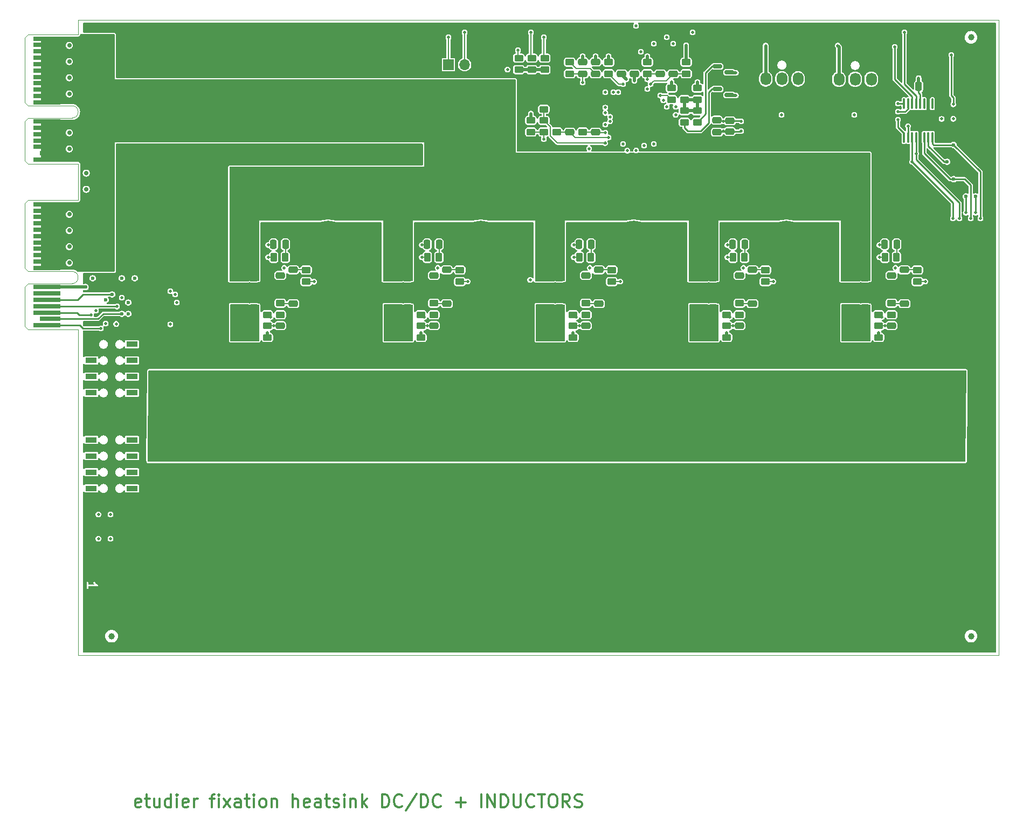
<source format=gbr>
%TF.GenerationSoftware,KiCad,Pcbnew,8.0.6*%
%TF.CreationDate,2024-11-29T00:06:02+01:00*%
%TF.ProjectId,EKO_Miner_PowerBoard-53667,454b4f5f-4d69-46e6-9572-5f506f776572,rev?*%
%TF.SameCoordinates,Original*%
%TF.FileFunction,Copper,L1,Top*%
%TF.FilePolarity,Positive*%
%FSLAX46Y46*%
G04 Gerber Fmt 4.6, Leading zero omitted, Abs format (unit mm)*
G04 Created by KiCad (PCBNEW 8.0.6) date 2024-11-29 00:06:02*
%MOMM*%
%LPD*%
G01*
G04 APERTURE LIST*
G04 Aperture macros list*
%AMRoundRect*
0 Rectangle with rounded corners*
0 $1 Rounding radius*
0 $2 $3 $4 $5 $6 $7 $8 $9 X,Y pos of 4 corners*
0 Add a 4 corners polygon primitive as box body*
4,1,4,$2,$3,$4,$5,$6,$7,$8,$9,$2,$3,0*
0 Add four circle primitives for the rounded corners*
1,1,$1+$1,$2,$3*
1,1,$1+$1,$4,$5*
1,1,$1+$1,$6,$7*
1,1,$1+$1,$8,$9*
0 Add four rect primitives between the rounded corners*
20,1,$1+$1,$2,$3,$4,$5,0*
20,1,$1+$1,$4,$5,$6,$7,0*
20,1,$1+$1,$6,$7,$8,$9,0*
20,1,$1+$1,$8,$9,$2,$3,0*%
G04 Aperture macros list end*
%ADD10C,0.300000*%
%TA.AperFunction,NonConductor*%
%ADD11C,0.300000*%
%TD*%
%TA.AperFunction,SMDPad,CuDef*%
%ADD12RoundRect,0.250000X-1.100000X0.325000X-1.100000X-0.325000X1.100000X-0.325000X1.100000X0.325000X0*%
%TD*%
%TA.AperFunction,ComponentPad*%
%ADD13R,1.730000X2.030000*%
%TD*%
%TA.AperFunction,ComponentPad*%
%ADD14O,1.730000X2.030000*%
%TD*%
%TA.AperFunction,SMDPad,CuDef*%
%ADD15RoundRect,0.250000X-0.475000X0.250000X-0.475000X-0.250000X0.475000X-0.250000X0.475000X0.250000X0*%
%TD*%
%TA.AperFunction,SMDPad,CuDef*%
%ADD16RoundRect,0.250000X0.262500X0.450000X-0.262500X0.450000X-0.262500X-0.450000X0.262500X-0.450000X0*%
%TD*%
%TA.AperFunction,SMDPad,CuDef*%
%ADD17RoundRect,0.250000X1.100000X-0.325000X1.100000X0.325000X-1.100000X0.325000X-1.100000X-0.325000X0*%
%TD*%
%TA.AperFunction,SMDPad,CuDef*%
%ADD18RoundRect,0.250000X0.475000X-0.250000X0.475000X0.250000X-0.475000X0.250000X-0.475000X-0.250000X0*%
%TD*%
%TA.AperFunction,SMDPad,CuDef*%
%ADD19RoundRect,0.250000X0.450000X-0.262500X0.450000X0.262500X-0.450000X0.262500X-0.450000X-0.262500X0*%
%TD*%
%TA.AperFunction,ComponentPad*%
%ADD20C,0.800000*%
%TD*%
%TA.AperFunction,ComponentPad*%
%ADD21C,6.400000*%
%TD*%
%TA.AperFunction,SMDPad,CuDef*%
%ADD22RoundRect,0.250000X-0.650000X0.325000X-0.650000X-0.325000X0.650000X-0.325000X0.650000X0.325000X0*%
%TD*%
%TA.AperFunction,SMDPad,CuDef*%
%ADD23RoundRect,0.100000X0.100000X-0.712500X0.100000X0.712500X-0.100000X0.712500X-0.100000X-0.712500X0*%
%TD*%
%TA.AperFunction,SMDPad,CuDef*%
%ADD24C,1.000000*%
%TD*%
%TA.AperFunction,SMDPad,CuDef*%
%ADD25RoundRect,0.250000X-0.450000X0.262500X-0.450000X-0.262500X0.450000X-0.262500X0.450000X0.262500X0*%
%TD*%
%TA.AperFunction,ConnectorPad*%
%ADD26R,4.300000X0.700000*%
%TD*%
%TA.AperFunction,ConnectorPad*%
%ADD27R,3.200000X0.700000*%
%TD*%
%TA.AperFunction,SMDPad,CuDef*%
%ADD28RoundRect,0.150000X0.587500X0.150000X-0.587500X0.150000X-0.587500X-0.150000X0.587500X-0.150000X0*%
%TD*%
%TA.AperFunction,SMDPad,CuDef*%
%ADD29RoundRect,0.250000X1.000000X-1.750000X1.000000X1.750000X-1.000000X1.750000X-1.000000X-1.750000X0*%
%TD*%
%TA.AperFunction,SMDPad,CuDef*%
%ADD30R,1.800000X0.900000*%
%TD*%
%TA.AperFunction,SMDPad,CuDef*%
%ADD31RoundRect,0.250000X0.250000X0.475000X-0.250000X0.475000X-0.250000X-0.475000X0.250000X-0.475000X0*%
%TD*%
%TA.AperFunction,SMDPad,CuDef*%
%ADD32RoundRect,0.250000X-0.250000X-0.475000X0.250000X-0.475000X0.250000X0.475000X-0.250000X0.475000X0*%
%TD*%
%TA.AperFunction,ComponentPad*%
%ADD33C,0.499999*%
%TD*%
%TA.AperFunction,ComponentPad*%
%ADD34C,0.400000*%
%TD*%
%TA.AperFunction,ComponentPad*%
%ADD35C,0.500000*%
%TD*%
%TA.AperFunction,ComponentPad*%
%ADD36R,1.700000X1.700000*%
%TD*%
%TA.AperFunction,ComponentPad*%
%ADD37O,1.700000X1.700000*%
%TD*%
%TA.AperFunction,ViaPad*%
%ADD38C,0.700000*%
%TD*%
%TA.AperFunction,ViaPad*%
%ADD39C,0.500000*%
%TD*%
%TA.AperFunction,ViaPad*%
%ADD40C,0.600000*%
%TD*%
%TA.AperFunction,Conductor*%
%ADD41C,0.250000*%
%TD*%
%TA.AperFunction,Conductor*%
%ADD42C,0.500000*%
%TD*%
%TA.AperFunction,Conductor*%
%ADD43C,0.200000*%
%TD*%
%TA.AperFunction,Conductor*%
%ADD44C,0.400000*%
%TD*%
%TA.AperFunction,Profile*%
%ADD45C,0.100000*%
%TD*%
G04 APERTURE END LIST*
D10*
G36*
X78035838Y-114790840D02*
G01*
X75902504Y-114790840D01*
X75902504Y-113619912D01*
X76069171Y-113619912D01*
X76069171Y-114477055D01*
X76072053Y-114506319D01*
X76094451Y-114560391D01*
X76135835Y-114601775D01*
X76189907Y-114624173D01*
X76248435Y-114624173D01*
X76302507Y-114601775D01*
X76343891Y-114560391D01*
X76366289Y-114506319D01*
X76369171Y-114477055D01*
X76369171Y-114198483D01*
X77719171Y-114198483D01*
X77719276Y-114198472D01*
X77719329Y-114198483D01*
X77719482Y-114198452D01*
X77748435Y-114195601D01*
X77762155Y-114189917D01*
X77776718Y-114187005D01*
X77788930Y-114178826D01*
X77802507Y-114173203D01*
X77813005Y-114162704D01*
X77825348Y-114154439D01*
X77833502Y-114142208D01*
X77843891Y-114131819D01*
X77849573Y-114118100D01*
X77857814Y-114105740D01*
X77860666Y-114091321D01*
X77866289Y-114077747D01*
X77866289Y-114062895D01*
X77869171Y-114048326D01*
X77866289Y-114033916D01*
X77866289Y-114019219D01*
X77860605Y-114005497D01*
X77857693Y-113990936D01*
X77849514Y-113978723D01*
X77843891Y-113965147D01*
X77833392Y-113954648D01*
X77825127Y-113942306D01*
X77802618Y-113923874D01*
X77802507Y-113923763D01*
X77802456Y-113923742D01*
X77802376Y-113923676D01*
X77600447Y-113789056D01*
X77485305Y-113673914D01*
X77424764Y-113552830D01*
X77409099Y-113527945D01*
X77364884Y-113489598D01*
X77309362Y-113471090D01*
X77250982Y-113475238D01*
X77198633Y-113501413D01*
X77160286Y-113545628D01*
X77141778Y-113601150D01*
X77145926Y-113659530D01*
X77156436Y-113686994D01*
X77227864Y-113829851D01*
X77235791Y-113842444D01*
X77237307Y-113846104D01*
X77240688Y-113850223D01*
X77243529Y-113854737D01*
X77246522Y-113857333D01*
X77255962Y-113868835D01*
X77285610Y-113898483D01*
X76369171Y-113898483D01*
X76369171Y-113619912D01*
X76366289Y-113590648D01*
X76343891Y-113536576D01*
X76302507Y-113495192D01*
X76248435Y-113472794D01*
X76189907Y-113472794D01*
X76135835Y-113495192D01*
X76094451Y-113536576D01*
X76072053Y-113590648D01*
X76069171Y-113619912D01*
X75902504Y-113619912D01*
X75902504Y-113304423D01*
X78035838Y-113304423D01*
X78035838Y-114790840D01*
G37*
D11*
X84567463Y-148774400D02*
X84376987Y-148869638D01*
X84376987Y-148869638D02*
X83996034Y-148869638D01*
X83996034Y-148869638D02*
X83805558Y-148774400D01*
X83805558Y-148774400D02*
X83710320Y-148583923D01*
X83710320Y-148583923D02*
X83710320Y-147822019D01*
X83710320Y-147822019D02*
X83805558Y-147631542D01*
X83805558Y-147631542D02*
X83996034Y-147536304D01*
X83996034Y-147536304D02*
X84376987Y-147536304D01*
X84376987Y-147536304D02*
X84567463Y-147631542D01*
X84567463Y-147631542D02*
X84662701Y-147822019D01*
X84662701Y-147822019D02*
X84662701Y-148012495D01*
X84662701Y-148012495D02*
X83710320Y-148202971D01*
X85234130Y-147536304D02*
X85996034Y-147536304D01*
X85519844Y-146869638D02*
X85519844Y-148583923D01*
X85519844Y-148583923D02*
X85615082Y-148774400D01*
X85615082Y-148774400D02*
X85805558Y-148869638D01*
X85805558Y-148869638D02*
X85996034Y-148869638D01*
X87519844Y-147536304D02*
X87519844Y-148869638D01*
X86662701Y-147536304D02*
X86662701Y-148583923D01*
X86662701Y-148583923D02*
X86757939Y-148774400D01*
X86757939Y-148774400D02*
X86948415Y-148869638D01*
X86948415Y-148869638D02*
X87234130Y-148869638D01*
X87234130Y-148869638D02*
X87424606Y-148774400D01*
X87424606Y-148774400D02*
X87519844Y-148679161D01*
X89329368Y-148869638D02*
X89329368Y-146869638D01*
X89329368Y-148774400D02*
X89138892Y-148869638D01*
X89138892Y-148869638D02*
X88757939Y-148869638D01*
X88757939Y-148869638D02*
X88567463Y-148774400D01*
X88567463Y-148774400D02*
X88472225Y-148679161D01*
X88472225Y-148679161D02*
X88376987Y-148488685D01*
X88376987Y-148488685D02*
X88376987Y-147917257D01*
X88376987Y-147917257D02*
X88472225Y-147726780D01*
X88472225Y-147726780D02*
X88567463Y-147631542D01*
X88567463Y-147631542D02*
X88757939Y-147536304D01*
X88757939Y-147536304D02*
X89138892Y-147536304D01*
X89138892Y-147536304D02*
X89329368Y-147631542D01*
X90281749Y-148869638D02*
X90281749Y-147536304D01*
X90281749Y-146869638D02*
X90186511Y-146964876D01*
X90186511Y-146964876D02*
X90281749Y-147060114D01*
X90281749Y-147060114D02*
X90376987Y-146964876D01*
X90376987Y-146964876D02*
X90281749Y-146869638D01*
X90281749Y-146869638D02*
X90281749Y-147060114D01*
X91996035Y-148774400D02*
X91805559Y-148869638D01*
X91805559Y-148869638D02*
X91424606Y-148869638D01*
X91424606Y-148869638D02*
X91234130Y-148774400D01*
X91234130Y-148774400D02*
X91138892Y-148583923D01*
X91138892Y-148583923D02*
X91138892Y-147822019D01*
X91138892Y-147822019D02*
X91234130Y-147631542D01*
X91234130Y-147631542D02*
X91424606Y-147536304D01*
X91424606Y-147536304D02*
X91805559Y-147536304D01*
X91805559Y-147536304D02*
X91996035Y-147631542D01*
X91996035Y-147631542D02*
X92091273Y-147822019D01*
X92091273Y-147822019D02*
X92091273Y-148012495D01*
X92091273Y-148012495D02*
X91138892Y-148202971D01*
X92948416Y-148869638D02*
X92948416Y-147536304D01*
X92948416Y-147917257D02*
X93043654Y-147726780D01*
X93043654Y-147726780D02*
X93138892Y-147631542D01*
X93138892Y-147631542D02*
X93329368Y-147536304D01*
X93329368Y-147536304D02*
X93519845Y-147536304D01*
X95424607Y-147536304D02*
X96186511Y-147536304D01*
X95710321Y-148869638D02*
X95710321Y-147155352D01*
X95710321Y-147155352D02*
X95805559Y-146964876D01*
X95805559Y-146964876D02*
X95996035Y-146869638D01*
X95996035Y-146869638D02*
X96186511Y-146869638D01*
X96853178Y-148869638D02*
X96853178Y-147536304D01*
X96853178Y-146869638D02*
X96757940Y-146964876D01*
X96757940Y-146964876D02*
X96853178Y-147060114D01*
X96853178Y-147060114D02*
X96948416Y-146964876D01*
X96948416Y-146964876D02*
X96853178Y-146869638D01*
X96853178Y-146869638D02*
X96853178Y-147060114D01*
X97615083Y-148869638D02*
X98662702Y-147536304D01*
X97615083Y-147536304D02*
X98662702Y-148869638D01*
X100281750Y-148869638D02*
X100281750Y-147822019D01*
X100281750Y-147822019D02*
X100186512Y-147631542D01*
X100186512Y-147631542D02*
X99996036Y-147536304D01*
X99996036Y-147536304D02*
X99615083Y-147536304D01*
X99615083Y-147536304D02*
X99424607Y-147631542D01*
X100281750Y-148774400D02*
X100091274Y-148869638D01*
X100091274Y-148869638D02*
X99615083Y-148869638D01*
X99615083Y-148869638D02*
X99424607Y-148774400D01*
X99424607Y-148774400D02*
X99329369Y-148583923D01*
X99329369Y-148583923D02*
X99329369Y-148393447D01*
X99329369Y-148393447D02*
X99424607Y-148202971D01*
X99424607Y-148202971D02*
X99615083Y-148107733D01*
X99615083Y-148107733D02*
X100091274Y-148107733D01*
X100091274Y-148107733D02*
X100281750Y-148012495D01*
X100948417Y-147536304D02*
X101710321Y-147536304D01*
X101234131Y-146869638D02*
X101234131Y-148583923D01*
X101234131Y-148583923D02*
X101329369Y-148774400D01*
X101329369Y-148774400D02*
X101519845Y-148869638D01*
X101519845Y-148869638D02*
X101710321Y-148869638D01*
X102376988Y-148869638D02*
X102376988Y-147536304D01*
X102376988Y-146869638D02*
X102281750Y-146964876D01*
X102281750Y-146964876D02*
X102376988Y-147060114D01*
X102376988Y-147060114D02*
X102472226Y-146964876D01*
X102472226Y-146964876D02*
X102376988Y-146869638D01*
X102376988Y-146869638D02*
X102376988Y-147060114D01*
X103615083Y-148869638D02*
X103424607Y-148774400D01*
X103424607Y-148774400D02*
X103329369Y-148679161D01*
X103329369Y-148679161D02*
X103234131Y-148488685D01*
X103234131Y-148488685D02*
X103234131Y-147917257D01*
X103234131Y-147917257D02*
X103329369Y-147726780D01*
X103329369Y-147726780D02*
X103424607Y-147631542D01*
X103424607Y-147631542D02*
X103615083Y-147536304D01*
X103615083Y-147536304D02*
X103900798Y-147536304D01*
X103900798Y-147536304D02*
X104091274Y-147631542D01*
X104091274Y-147631542D02*
X104186512Y-147726780D01*
X104186512Y-147726780D02*
X104281750Y-147917257D01*
X104281750Y-147917257D02*
X104281750Y-148488685D01*
X104281750Y-148488685D02*
X104186512Y-148679161D01*
X104186512Y-148679161D02*
X104091274Y-148774400D01*
X104091274Y-148774400D02*
X103900798Y-148869638D01*
X103900798Y-148869638D02*
X103615083Y-148869638D01*
X105138893Y-147536304D02*
X105138893Y-148869638D01*
X105138893Y-147726780D02*
X105234131Y-147631542D01*
X105234131Y-147631542D02*
X105424607Y-147536304D01*
X105424607Y-147536304D02*
X105710322Y-147536304D01*
X105710322Y-147536304D02*
X105900798Y-147631542D01*
X105900798Y-147631542D02*
X105996036Y-147822019D01*
X105996036Y-147822019D02*
X105996036Y-148869638D01*
X108472227Y-148869638D02*
X108472227Y-146869638D01*
X109329370Y-148869638D02*
X109329370Y-147822019D01*
X109329370Y-147822019D02*
X109234132Y-147631542D01*
X109234132Y-147631542D02*
X109043656Y-147536304D01*
X109043656Y-147536304D02*
X108757941Y-147536304D01*
X108757941Y-147536304D02*
X108567465Y-147631542D01*
X108567465Y-147631542D02*
X108472227Y-147726780D01*
X111043656Y-148774400D02*
X110853180Y-148869638D01*
X110853180Y-148869638D02*
X110472227Y-148869638D01*
X110472227Y-148869638D02*
X110281751Y-148774400D01*
X110281751Y-148774400D02*
X110186513Y-148583923D01*
X110186513Y-148583923D02*
X110186513Y-147822019D01*
X110186513Y-147822019D02*
X110281751Y-147631542D01*
X110281751Y-147631542D02*
X110472227Y-147536304D01*
X110472227Y-147536304D02*
X110853180Y-147536304D01*
X110853180Y-147536304D02*
X111043656Y-147631542D01*
X111043656Y-147631542D02*
X111138894Y-147822019D01*
X111138894Y-147822019D02*
X111138894Y-148012495D01*
X111138894Y-148012495D02*
X110186513Y-148202971D01*
X112853180Y-148869638D02*
X112853180Y-147822019D01*
X112853180Y-147822019D02*
X112757942Y-147631542D01*
X112757942Y-147631542D02*
X112567466Y-147536304D01*
X112567466Y-147536304D02*
X112186513Y-147536304D01*
X112186513Y-147536304D02*
X111996037Y-147631542D01*
X112853180Y-148774400D02*
X112662704Y-148869638D01*
X112662704Y-148869638D02*
X112186513Y-148869638D01*
X112186513Y-148869638D02*
X111996037Y-148774400D01*
X111996037Y-148774400D02*
X111900799Y-148583923D01*
X111900799Y-148583923D02*
X111900799Y-148393447D01*
X111900799Y-148393447D02*
X111996037Y-148202971D01*
X111996037Y-148202971D02*
X112186513Y-148107733D01*
X112186513Y-148107733D02*
X112662704Y-148107733D01*
X112662704Y-148107733D02*
X112853180Y-148012495D01*
X113519847Y-147536304D02*
X114281751Y-147536304D01*
X113805561Y-146869638D02*
X113805561Y-148583923D01*
X113805561Y-148583923D02*
X113900799Y-148774400D01*
X113900799Y-148774400D02*
X114091275Y-148869638D01*
X114091275Y-148869638D02*
X114281751Y-148869638D01*
X114853180Y-148774400D02*
X115043656Y-148869638D01*
X115043656Y-148869638D02*
X115424608Y-148869638D01*
X115424608Y-148869638D02*
X115615085Y-148774400D01*
X115615085Y-148774400D02*
X115710323Y-148583923D01*
X115710323Y-148583923D02*
X115710323Y-148488685D01*
X115710323Y-148488685D02*
X115615085Y-148298209D01*
X115615085Y-148298209D02*
X115424608Y-148202971D01*
X115424608Y-148202971D02*
X115138894Y-148202971D01*
X115138894Y-148202971D02*
X114948418Y-148107733D01*
X114948418Y-148107733D02*
X114853180Y-147917257D01*
X114853180Y-147917257D02*
X114853180Y-147822019D01*
X114853180Y-147822019D02*
X114948418Y-147631542D01*
X114948418Y-147631542D02*
X115138894Y-147536304D01*
X115138894Y-147536304D02*
X115424608Y-147536304D01*
X115424608Y-147536304D02*
X115615085Y-147631542D01*
X116567466Y-148869638D02*
X116567466Y-147536304D01*
X116567466Y-146869638D02*
X116472228Y-146964876D01*
X116472228Y-146964876D02*
X116567466Y-147060114D01*
X116567466Y-147060114D02*
X116662704Y-146964876D01*
X116662704Y-146964876D02*
X116567466Y-146869638D01*
X116567466Y-146869638D02*
X116567466Y-147060114D01*
X117519847Y-147536304D02*
X117519847Y-148869638D01*
X117519847Y-147726780D02*
X117615085Y-147631542D01*
X117615085Y-147631542D02*
X117805561Y-147536304D01*
X117805561Y-147536304D02*
X118091276Y-147536304D01*
X118091276Y-147536304D02*
X118281752Y-147631542D01*
X118281752Y-147631542D02*
X118376990Y-147822019D01*
X118376990Y-147822019D02*
X118376990Y-148869638D01*
X119329371Y-148869638D02*
X119329371Y-146869638D01*
X119519847Y-148107733D02*
X120091276Y-148869638D01*
X120091276Y-147536304D02*
X119329371Y-148298209D01*
X122472229Y-148869638D02*
X122472229Y-146869638D01*
X122472229Y-146869638D02*
X122948419Y-146869638D01*
X122948419Y-146869638D02*
X123234134Y-146964876D01*
X123234134Y-146964876D02*
X123424610Y-147155352D01*
X123424610Y-147155352D02*
X123519848Y-147345828D01*
X123519848Y-147345828D02*
X123615086Y-147726780D01*
X123615086Y-147726780D02*
X123615086Y-148012495D01*
X123615086Y-148012495D02*
X123519848Y-148393447D01*
X123519848Y-148393447D02*
X123424610Y-148583923D01*
X123424610Y-148583923D02*
X123234134Y-148774400D01*
X123234134Y-148774400D02*
X122948419Y-148869638D01*
X122948419Y-148869638D02*
X122472229Y-148869638D01*
X125615086Y-148679161D02*
X125519848Y-148774400D01*
X125519848Y-148774400D02*
X125234134Y-148869638D01*
X125234134Y-148869638D02*
X125043658Y-148869638D01*
X125043658Y-148869638D02*
X124757943Y-148774400D01*
X124757943Y-148774400D02*
X124567467Y-148583923D01*
X124567467Y-148583923D02*
X124472229Y-148393447D01*
X124472229Y-148393447D02*
X124376991Y-148012495D01*
X124376991Y-148012495D02*
X124376991Y-147726780D01*
X124376991Y-147726780D02*
X124472229Y-147345828D01*
X124472229Y-147345828D02*
X124567467Y-147155352D01*
X124567467Y-147155352D02*
X124757943Y-146964876D01*
X124757943Y-146964876D02*
X125043658Y-146869638D01*
X125043658Y-146869638D02*
X125234134Y-146869638D01*
X125234134Y-146869638D02*
X125519848Y-146964876D01*
X125519848Y-146964876D02*
X125615086Y-147060114D01*
X127900800Y-146774400D02*
X126186515Y-149345828D01*
X128567467Y-148869638D02*
X128567467Y-146869638D01*
X128567467Y-146869638D02*
X129043657Y-146869638D01*
X129043657Y-146869638D02*
X129329372Y-146964876D01*
X129329372Y-146964876D02*
X129519848Y-147155352D01*
X129519848Y-147155352D02*
X129615086Y-147345828D01*
X129615086Y-147345828D02*
X129710324Y-147726780D01*
X129710324Y-147726780D02*
X129710324Y-148012495D01*
X129710324Y-148012495D02*
X129615086Y-148393447D01*
X129615086Y-148393447D02*
X129519848Y-148583923D01*
X129519848Y-148583923D02*
X129329372Y-148774400D01*
X129329372Y-148774400D02*
X129043657Y-148869638D01*
X129043657Y-148869638D02*
X128567467Y-148869638D01*
X131710324Y-148679161D02*
X131615086Y-148774400D01*
X131615086Y-148774400D02*
X131329372Y-148869638D01*
X131329372Y-148869638D02*
X131138896Y-148869638D01*
X131138896Y-148869638D02*
X130853181Y-148774400D01*
X130853181Y-148774400D02*
X130662705Y-148583923D01*
X130662705Y-148583923D02*
X130567467Y-148393447D01*
X130567467Y-148393447D02*
X130472229Y-148012495D01*
X130472229Y-148012495D02*
X130472229Y-147726780D01*
X130472229Y-147726780D02*
X130567467Y-147345828D01*
X130567467Y-147345828D02*
X130662705Y-147155352D01*
X130662705Y-147155352D02*
X130853181Y-146964876D01*
X130853181Y-146964876D02*
X131138896Y-146869638D01*
X131138896Y-146869638D02*
X131329372Y-146869638D01*
X131329372Y-146869638D02*
X131615086Y-146964876D01*
X131615086Y-146964876D02*
X131710324Y-147060114D01*
X134091277Y-148107733D02*
X135615087Y-148107733D01*
X134853182Y-148869638D02*
X134853182Y-147345828D01*
X138091277Y-148869638D02*
X138091277Y-146869638D01*
X139043658Y-148869638D02*
X139043658Y-146869638D01*
X139043658Y-146869638D02*
X140186515Y-148869638D01*
X140186515Y-148869638D02*
X140186515Y-146869638D01*
X141138896Y-148869638D02*
X141138896Y-146869638D01*
X141138896Y-146869638D02*
X141615086Y-146869638D01*
X141615086Y-146869638D02*
X141900801Y-146964876D01*
X141900801Y-146964876D02*
X142091277Y-147155352D01*
X142091277Y-147155352D02*
X142186515Y-147345828D01*
X142186515Y-147345828D02*
X142281753Y-147726780D01*
X142281753Y-147726780D02*
X142281753Y-148012495D01*
X142281753Y-148012495D02*
X142186515Y-148393447D01*
X142186515Y-148393447D02*
X142091277Y-148583923D01*
X142091277Y-148583923D02*
X141900801Y-148774400D01*
X141900801Y-148774400D02*
X141615086Y-148869638D01*
X141615086Y-148869638D02*
X141138896Y-148869638D01*
X143138896Y-146869638D02*
X143138896Y-148488685D01*
X143138896Y-148488685D02*
X143234134Y-148679161D01*
X143234134Y-148679161D02*
X143329372Y-148774400D01*
X143329372Y-148774400D02*
X143519848Y-148869638D01*
X143519848Y-148869638D02*
X143900801Y-148869638D01*
X143900801Y-148869638D02*
X144091277Y-148774400D01*
X144091277Y-148774400D02*
X144186515Y-148679161D01*
X144186515Y-148679161D02*
X144281753Y-148488685D01*
X144281753Y-148488685D02*
X144281753Y-146869638D01*
X146376991Y-148679161D02*
X146281753Y-148774400D01*
X146281753Y-148774400D02*
X145996039Y-148869638D01*
X145996039Y-148869638D02*
X145805563Y-148869638D01*
X145805563Y-148869638D02*
X145519848Y-148774400D01*
X145519848Y-148774400D02*
X145329372Y-148583923D01*
X145329372Y-148583923D02*
X145234134Y-148393447D01*
X145234134Y-148393447D02*
X145138896Y-148012495D01*
X145138896Y-148012495D02*
X145138896Y-147726780D01*
X145138896Y-147726780D02*
X145234134Y-147345828D01*
X145234134Y-147345828D02*
X145329372Y-147155352D01*
X145329372Y-147155352D02*
X145519848Y-146964876D01*
X145519848Y-146964876D02*
X145805563Y-146869638D01*
X145805563Y-146869638D02*
X145996039Y-146869638D01*
X145996039Y-146869638D02*
X146281753Y-146964876D01*
X146281753Y-146964876D02*
X146376991Y-147060114D01*
X146948420Y-146869638D02*
X148091277Y-146869638D01*
X147519848Y-148869638D02*
X147519848Y-146869638D01*
X149138896Y-146869638D02*
X149519849Y-146869638D01*
X149519849Y-146869638D02*
X149710325Y-146964876D01*
X149710325Y-146964876D02*
X149900801Y-147155352D01*
X149900801Y-147155352D02*
X149996039Y-147536304D01*
X149996039Y-147536304D02*
X149996039Y-148202971D01*
X149996039Y-148202971D02*
X149900801Y-148583923D01*
X149900801Y-148583923D02*
X149710325Y-148774400D01*
X149710325Y-148774400D02*
X149519849Y-148869638D01*
X149519849Y-148869638D02*
X149138896Y-148869638D01*
X149138896Y-148869638D02*
X148948420Y-148774400D01*
X148948420Y-148774400D02*
X148757944Y-148583923D01*
X148757944Y-148583923D02*
X148662706Y-148202971D01*
X148662706Y-148202971D02*
X148662706Y-147536304D01*
X148662706Y-147536304D02*
X148757944Y-147155352D01*
X148757944Y-147155352D02*
X148948420Y-146964876D01*
X148948420Y-146964876D02*
X149138896Y-146869638D01*
X151996039Y-148869638D02*
X151329372Y-147917257D01*
X150853182Y-148869638D02*
X150853182Y-146869638D01*
X150853182Y-146869638D02*
X151615087Y-146869638D01*
X151615087Y-146869638D02*
X151805563Y-146964876D01*
X151805563Y-146964876D02*
X151900801Y-147060114D01*
X151900801Y-147060114D02*
X151996039Y-147250590D01*
X151996039Y-147250590D02*
X151996039Y-147536304D01*
X151996039Y-147536304D02*
X151900801Y-147726780D01*
X151900801Y-147726780D02*
X151805563Y-147822019D01*
X151805563Y-147822019D02*
X151615087Y-147917257D01*
X151615087Y-147917257D02*
X150853182Y-147917257D01*
X152757944Y-148774400D02*
X153043658Y-148869638D01*
X153043658Y-148869638D02*
X153519849Y-148869638D01*
X153519849Y-148869638D02*
X153710325Y-148774400D01*
X153710325Y-148774400D02*
X153805563Y-148679161D01*
X153805563Y-148679161D02*
X153900801Y-148488685D01*
X153900801Y-148488685D02*
X153900801Y-148298209D01*
X153900801Y-148298209D02*
X153805563Y-148107733D01*
X153805563Y-148107733D02*
X153710325Y-148012495D01*
X153710325Y-148012495D02*
X153519849Y-147917257D01*
X153519849Y-147917257D02*
X153138896Y-147822019D01*
X153138896Y-147822019D02*
X152948420Y-147726780D01*
X152948420Y-147726780D02*
X152853182Y-147631542D01*
X152853182Y-147631542D02*
X152757944Y-147441066D01*
X152757944Y-147441066D02*
X152757944Y-147250590D01*
X152757944Y-147250590D02*
X152853182Y-147060114D01*
X152853182Y-147060114D02*
X152948420Y-146964876D01*
X152948420Y-146964876D02*
X153138896Y-146869638D01*
X153138896Y-146869638D02*
X153615087Y-146869638D01*
X153615087Y-146869638D02*
X153900801Y-146964876D01*
D12*
%TO.P,C30,1*%
%TO.N,+12V_PWR*%
X120470000Y-43769000D03*
%TO.P,C30,2*%
%TO.N,GND*%
X120470000Y-46719000D03*
%TD*%
%TO.P,C27,1*%
%TO.N,+12V_PWR*%
X123772000Y-43769000D03*
%TO.P,C27,2*%
%TO.N,GND*%
X123772000Y-46719000D03*
%TD*%
%TO.P,C17,1*%
%TO.N,+12V_PWR*%
X127074000Y-43769000D03*
%TO.P,C17,2*%
%TO.N,GND*%
X127074000Y-46719000D03*
%TD*%
D13*
%TO.P,J5,1,Pin_1*%
%TO.N,GND*%
X191717000Y-34576000D03*
D14*
%TO.P,J5,2,Pin_2*%
%TO.N,+12V_PWR*%
X194257000Y-34576000D03*
%TO.P,J5,3,Pin_3*%
%TO.N,/FAN/FAN2_TACH*%
X196797000Y-34576000D03*
%TO.P,J5,4,Pin_4*%
%TO.N,/FAN/FAN2_PWM*%
X199337000Y-34576000D03*
%TD*%
D15*
%TO.P,C77,1*%
%TO.N,VPWR_ASIC*%
X132916000Y-94078000D03*
%TO.P,C77,2*%
%TO.N,GND*%
X132916000Y-95978000D03*
%TD*%
D16*
%TO.P,R36,1*%
%TO.N,Net-(C176-Pad1)*%
X203297500Y-62515999D03*
%TO.P,R36,2*%
%TO.N,Net-(U13-BOOT)*%
X201472500Y-62515999D03*
%TD*%
D17*
%TO.P,C50,1*%
%TO.N,+12V_PWR*%
X127074000Y-35289000D03*
%TO.P,C50,2*%
%TO.N,GND*%
X127074000Y-32339000D03*
%TD*%
D18*
%TO.P,C19,1*%
%TO.N,/PSU_53667/TSEN*%
X151966000Y-42892000D03*
%TO.P,C19,2*%
%TO.N,GND*%
X151966000Y-40992000D03*
%TD*%
D15*
%TO.P,C86,1*%
%TO.N,VPWR_ASIC*%
X142822000Y-94078000D03*
%TO.P,C86,2*%
%TO.N,GND*%
X142822000Y-95978000D03*
%TD*%
D12*
%TO.P,C22,1*%
%TO.N,+12V_PWR*%
X115898000Y-43769000D03*
%TO.P,C22,2*%
%TO.N,GND*%
X115898000Y-46719000D03*
%TD*%
D15*
%TO.P,C88,1*%
%TO.N,VPWR_ASIC*%
X130884000Y-94078000D03*
%TO.P,C88,2*%
%TO.N,GND*%
X130884000Y-95978000D03*
%TD*%
%TO.P,C123,1*%
%TO.N,/PSU_53667/TSEN*%
X130630000Y-65376000D03*
%TO.P,C123,2*%
%TO.N,GND*%
X130630000Y-67276000D03*
%TD*%
D19*
%TO.P,R44,1*%
%TO.N,Net-(U11-LSET)*%
X152474000Y-71556499D03*
%TO.P,R44,2*%
%TO.N,GND*%
X152474000Y-69731499D03*
%TD*%
D20*
%TO.P,H18,1,1*%
%TO.N,GND*%
X183600000Y-60000000D03*
X184302944Y-58302944D03*
X184302944Y-61697056D03*
X186000000Y-57600000D03*
D21*
X186000000Y-60000000D03*
D20*
X186000000Y-62400000D03*
X187697056Y-58302944D03*
X187697056Y-61697056D03*
X188400000Y-60000000D03*
%TD*%
%TO.P,H19,1,1*%
%TO.N,VPWR_ASIC*%
X183600000Y-91000000D03*
X184302944Y-89302944D03*
X184302944Y-92697056D03*
X186000000Y-88600000D03*
D21*
X186000000Y-91000000D03*
D20*
X186000000Y-93400000D03*
X187697056Y-89302944D03*
X187697056Y-92697056D03*
X188400000Y-91000000D03*
%TD*%
D22*
%TO.P,C74,1*%
%TO.N,VPWR_ASIC*%
X199210000Y-93934000D03*
%TO.P,C74,2*%
%TO.N,GND*%
X199210000Y-96884000D03*
%TD*%
D19*
%TO.P,R45,1*%
%TO.N,Net-(U12-LSET)*%
X176604000Y-71556499D03*
%TO.P,R45,2*%
%TO.N,GND*%
X176604000Y-69731499D03*
%TD*%
D20*
%TO.P,H21,1,1*%
%TO.N,VPWR_ASIC*%
X207600000Y-84000000D03*
X208302944Y-82302944D03*
X208302944Y-85697056D03*
X210000000Y-81600000D03*
D21*
X210000000Y-84000000D03*
D20*
X210000000Y-86400000D03*
X211697056Y-82302944D03*
X211697056Y-85697056D03*
X212400000Y-84000000D03*
%TD*%
D15*
%TO.P,C140,1*%
%TO.N,/PSU_53667/TSEN*%
X154506000Y-65375999D03*
%TO.P,C140,2*%
%TO.N,GND*%
X154506000Y-67275999D03*
%TD*%
D19*
%TO.P,R57,1*%
%TO.N,/PSU_53667/FCCM*%
X145870000Y-42854500D03*
%TO.P,R57,2*%
%TO.N,+3V3*%
X145870000Y-41029500D03*
%TD*%
D18*
%TO.P,C97,1*%
%TO.N,GND*%
X132662000Y-66387000D03*
%TO.P,C97,2*%
%TO.N,Net-(U10-EN_FCCM)*%
X132662000Y-64487000D03*
%TD*%
D15*
%TO.P,C121,1*%
%TO.N,Net-(U10-VDD)*%
X130630000Y-73250000D03*
%TO.P,C121,2*%
%TO.N,GND*%
X130630000Y-75150000D03*
%TD*%
D22*
%TO.P,C61,1*%
%TO.N,VPWR_ASIC*%
X127709000Y-93934000D03*
%TO.P,C61,2*%
%TO.N,GND*%
X127709000Y-96884000D03*
%TD*%
D20*
%TO.P,H23,1,1*%
%TO.N,VPWR_ASIC*%
X207600000Y-91000000D03*
X208302944Y-89302944D03*
X208302944Y-92697056D03*
X210000000Y-88600000D03*
D21*
X210000000Y-91000000D03*
D20*
X210000000Y-93400000D03*
X211697056Y-89302944D03*
X211697056Y-92697056D03*
X212400000Y-91000000D03*
%TD*%
D19*
%TO.P,R50,1*%
%TO.N,/PSU_53667/TPS_CSP4*%
X178636000Y-71556499D03*
%TO.P,R50,2*%
%TO.N,+VREF*%
X178636000Y-69731499D03*
%TD*%
D23*
%TO.P,U3,1,PWM1*%
%TO.N,/FAN/FAN1_PWM*%
X204480500Y-43690500D03*
%TO.P,U3,2,TACH1*%
%TO.N,/FAN/FAN1_TACH*%
X205115500Y-43690500D03*
%TO.P,U3,3,ADD0*%
%TO.N,/ID0*%
X205750500Y-43690500D03*
%TO.P,U3,4,ADD1*%
%TO.N,/ID1*%
X206385500Y-43690500D03*
%TO.P,U3,5,GND*%
%TO.N,GND*%
X207020500Y-43690500D03*
%TO.P,U3,6,TH1*%
%TO.N,/CTN1*%
X207655500Y-43690500D03*
%TO.P,U3,7,REF*%
%TO.N,Net-(U3-REF)*%
X208290500Y-43690500D03*
%TO.P,U3,8,TH2*%
%TO.N,/CTN2*%
X208925500Y-43690500D03*
%TO.P,U3,9,~{FAN_FAIL}*%
%TO.N,unconnected-(U3-~{FAN_FAIL}-Pad9)*%
X208925500Y-38415500D03*
%TO.P,U3,10,GND*%
%TO.N,GND*%
X208290500Y-38415500D03*
%TO.P,U3,11,~{OT}*%
%TO.N,unconnected-(U3-~{OT}-Pad11)*%
X207655500Y-38415500D03*
%TO.P,U3,12,VCC*%
%TO.N,+3V3*%
X207020500Y-38415500D03*
%TO.P,U3,13,SDA*%
%TO.N,/SDA*%
X206385500Y-38415500D03*
%TO.P,U3,14,SCL*%
%TO.N,/SCL*%
X205750500Y-38415500D03*
%TO.P,U3,15,TACH2*%
%TO.N,/FAN/FAN2_TACH*%
X205115500Y-38415500D03*
%TO.P,U3,16,PWM2*%
%TO.N,/FAN/FAN2_PWM*%
X204480500Y-38415500D03*
%TD*%
D19*
%TO.P,R20,1*%
%TO.N,/PSU_53667/ADDR-TRISE*%
X170000000Y-37774500D03*
%TO.P,R20,2*%
%TO.N,GND*%
X170000000Y-35949500D03*
%TD*%
D17*
%TO.P,C39,1*%
%TO.N,+12V_PWR*%
X120470000Y-35289000D03*
%TO.P,C39,2*%
%TO.N,GND*%
X120470000Y-32339000D03*
%TD*%
D24*
%TO.P,FID2,*%
%TO.N,*%
X215000000Y-122000000D03*
%TD*%
D25*
%TO.P,R25,1*%
%TO.N,Net-(C40-Pad1)*%
X151966000Y-31885500D03*
%TO.P,R25,2*%
%TO.N,Net-(U4-COMP)*%
X151966000Y-33710500D03*
%TD*%
D19*
%TO.P,R40,1*%
%TO.N,+5V_STDBY*%
X152474000Y-75112499D03*
%TO.P,R40,2*%
%TO.N,Net-(U11-VDD)*%
X152474000Y-73287499D03*
%TD*%
D20*
%TO.P,H12,1,1*%
%TO.N,GND*%
X135600000Y-115000000D03*
X136302944Y-113302944D03*
X136302944Y-116697056D03*
X138000000Y-112600000D03*
D21*
X138000000Y-115000000D03*
D20*
X138000000Y-117400000D03*
X139697056Y-113302944D03*
X139697056Y-116697056D03*
X140400000Y-115000000D03*
%TD*%
D19*
%TO.P,R41,1*%
%TO.N,+5V_STDBY*%
X176604000Y-75112499D03*
%TO.P,R41,2*%
%TO.N,Net-(U12-VDD)*%
X176604000Y-73287499D03*
%TD*%
D20*
%TO.P,H3,1,1*%
%TO.N,VPWR_ASIC*%
X87600000Y-91000000D03*
X88302944Y-89302944D03*
X88302944Y-92697056D03*
X90000000Y-88600000D03*
D21*
X90000000Y-91000000D03*
D20*
X90000000Y-93400000D03*
X91697056Y-89302944D03*
X91697056Y-92697056D03*
X92400000Y-91000000D03*
%TD*%
D15*
%TO.P,C174,1*%
%TO.N,/PSU_53667/TSEN*%
X202512000Y-65375999D03*
%TO.P,C174,2*%
%TO.N,GND*%
X202512000Y-67275999D03*
%TD*%
D26*
%TO.P,J2,B1,B1*%
%TO.N,+12V_PWR*%
X69800000Y-54200000D03*
%TO.P,J2,B2,B2*%
X69800000Y-55200000D03*
%TO.P,J2,B3,B3*%
X69800000Y-56200000D03*
%TO.P,J2,B4,B4*%
X69800000Y-57200000D03*
%TO.P,J2,B5,B5*%
X69800000Y-58200000D03*
%TO.P,J2,B6,B6*%
X69800000Y-59200000D03*
%TO.P,J2,B7,B7*%
X69800000Y-60200000D03*
%TO.P,J2,B8,B8*%
X69800000Y-61200000D03*
%TO.P,J2,B9,B9*%
X69800000Y-62200000D03*
%TO.P,J2,B10,B10*%
X69800000Y-63200000D03*
%TO.P,J2,B11,B11*%
X69800000Y-64200000D03*
%TO.P,J2,B12,B12*%
%TO.N,+5V_STDBY*%
X69800000Y-67200000D03*
%TO.P,J2,B13,B13*%
%TO.N,unconnected-(J2-PadB13)*%
X69800000Y-68200000D03*
%TO.P,J2,B14,B14*%
%TO.N,/ALERTn_oc*%
X69800000Y-69200000D03*
%TO.P,J2,B15,B15*%
%TO.N,/RST_ASICn*%
X69800000Y-70200000D03*
%TO.P,J2,B16,B16*%
%TO.N,/SDA*%
X69800000Y-71200000D03*
D27*
%TO.P,J2,B17,B17*%
%TO.N,/DB_RX*%
X70350000Y-72200000D03*
D26*
%TO.P,J2,B18,B18*%
%TO.N,/ID1*%
X69800000Y-73200000D03*
%TD*%
D28*
%TO.P,Q2,1,G*%
%TO.N,/ID1*%
X177033500Y-33494000D03*
%TO.P,Q2,2,S*%
%TO.N,GND*%
X177033500Y-31594000D03*
%TO.P,Q2,3,D*%
%TO.N,Net-(Q2-D)*%
X175158500Y-32544000D03*
%TD*%
D12*
%TO.P,C21,1*%
%TO.N,+12V_PWR*%
X112469000Y-43769000D03*
%TO.P,C21,2*%
%TO.N,GND*%
X112469000Y-46719000D03*
%TD*%
D15*
%TO.P,C13,1*%
%TO.N,/PSU_53667/VSENSE+*%
X175080000Y-40992000D03*
%TO.P,C13,2*%
%TO.N,/PSU_53667/VSENSE-*%
X175080000Y-42892000D03*
%TD*%
D16*
%TO.P,R32,1*%
%TO.N,Net-(C142-Pad1)*%
X155291500Y-62515999D03*
%TO.P,R32,2*%
%TO.N,Net-(U11-BOOT)*%
X153466500Y-62515999D03*
%TD*%
D29*
%TO.P,C10,1*%
%TO.N,+12V_PWR*%
X97864000Y-40227000D03*
%TO.P,C10,2*%
%TO.N,GND*%
X97864000Y-32227000D03*
%TD*%
D18*
%TO.P,C36,1*%
%TO.N,+VREF*%
X160094000Y-33748000D03*
%TO.P,C36,2*%
%TO.N,GND*%
X160094000Y-31848000D03*
%TD*%
%TO.P,C117,1*%
%TO.N,VPWR_ASIC*%
X170127000Y-81119000D03*
%TO.P,C117,2*%
%TO.N,GND*%
X170127000Y-79219000D03*
%TD*%
D20*
%TO.P,H15,1,1*%
%TO.N,VPWR_ASIC*%
X159600000Y-91000000D03*
X160302944Y-89302944D03*
X160302944Y-92697056D03*
X162000000Y-88600000D03*
D21*
X162000000Y-91000000D03*
D20*
X162000000Y-93400000D03*
X163697056Y-89302944D03*
X163697056Y-92697056D03*
X164400000Y-91000000D03*
%TD*%
D18*
%TO.P,C38,1*%
%TO.N,Net-(U4-COMP)*%
X153998000Y-33748000D03*
%TO.P,C38,2*%
%TO.N,+VREF*%
X153998000Y-31848000D03*
%TD*%
D20*
%TO.P,H17,1,1*%
%TO.N,VPWR_ASIC*%
X183600000Y-84000000D03*
X184302944Y-82302944D03*
X184302944Y-85697056D03*
X186000000Y-81600000D03*
D21*
X186000000Y-84000000D03*
D20*
X186000000Y-86400000D03*
X187697056Y-82302944D03*
X187697056Y-85697056D03*
X188400000Y-84000000D03*
%TD*%
D25*
%TO.P,R3,1*%
%TO.N,/SDA*%
X145997000Y-31250500D03*
%TO.P,R3,2*%
%TO.N,+3V3*%
X145997000Y-33075500D03*
%TD*%
D18*
%TO.P,C120,1*%
%TO.N,VPWR_ASIC*%
X201369000Y-81119000D03*
%TO.P,C120,2*%
%TO.N,GND*%
X201369000Y-79219000D03*
%TD*%
D30*
%TO.P,J3,1,Pin_1*%
%TO.N,/RSTIn*%
X83200000Y-83810000D03*
%TO.P,J3,2,Pin_2*%
%TO.N,+5V_STDBY*%
X76800000Y-83810000D03*
%TO.P,J3,3,Pin_3*%
%TO.N,/CI*%
X83200000Y-81270000D03*
%TO.P,J3,4,Pin_4*%
%TO.N,/SCL*%
X76800000Y-81270000D03*
%TO.P,J3,5,Pin_5*%
%TO.N,/RO*%
X83200000Y-78730000D03*
%TO.P,J3,6,Pin_6*%
%TO.N,/SDA*%
X76800000Y-78730000D03*
%TO.P,J3,7,Pin_7*%
%TO.N,+VLOGIC_HB*%
X83200000Y-76190000D03*
%TO.P,J3,8,Pin_8*%
%TO.N,GND*%
X76800000Y-76190000D03*
%TD*%
D15*
%TO.P,C65,1*%
%TO.N,VPWR_ASIC*%
X120851000Y-94078000D03*
%TO.P,C65,2*%
%TO.N,GND*%
X120851000Y-95978000D03*
%TD*%
D12*
%TO.P,C20,1*%
%TO.N,+12V_PWR*%
X109040000Y-43769000D03*
%TO.P,C20,2*%
%TO.N,GND*%
X109040000Y-46719000D03*
%TD*%
D31*
%TO.P,C125,1*%
%TO.N,Net-(C125-Pad1)*%
X131453000Y-60484000D03*
%TO.P,C125,2*%
%TO.N,Net-(U10-BOOTR)*%
X129553000Y-60484000D03*
%TD*%
D32*
%TO.P,C5,1*%
%TO.N,+3V3*%
X206769000Y-35719000D03*
%TO.P,C5,2*%
%TO.N,GND*%
X208669000Y-35719000D03*
%TD*%
D22*
%TO.P,C64,1*%
%TO.N,VPWR_ASIC*%
X151585000Y-93934000D03*
%TO.P,C64,2*%
%TO.N,GND*%
X151585000Y-96884000D03*
%TD*%
D26*
%TO.P,J1,B1,B1*%
%TO.N,+12V_PWR*%
X69800000Y-28200000D03*
%TO.P,J1,B2,B2*%
X69800000Y-29200000D03*
%TO.P,J1,B3,B3*%
X69800000Y-30200000D03*
%TO.P,J1,B4,B4*%
X69800000Y-31200000D03*
%TO.P,J1,B5,B5*%
X69800000Y-32200000D03*
%TO.P,J1,B6,B6*%
X69800000Y-33200000D03*
%TO.P,J1,B7,B7*%
X69800000Y-34200000D03*
%TO.P,J1,B8,B8*%
X69800000Y-35200000D03*
%TO.P,J1,B9,B9*%
X69800000Y-36200000D03*
%TO.P,J1,B10,B10*%
X69800000Y-37200000D03*
%TO.P,J1,B11,B11*%
X69800000Y-38200000D03*
%TO.P,J1,B12,B12*%
X69800000Y-41200000D03*
%TO.P,J1,B13,B13*%
X69800000Y-42200000D03*
%TO.P,J1,B14,B14*%
X69800000Y-43200000D03*
%TO.P,J1,B15,B15*%
X69800000Y-44200000D03*
%TO.P,J1,B16,B16*%
X69800000Y-45200000D03*
D27*
%TO.P,J1,B17,B17*%
X70350000Y-46200000D03*
D26*
%TO.P,J1,B18,B18*%
X69800000Y-47200000D03*
%TD*%
D15*
%TO.P,C12,1*%
%TO.N,GND*%
X177112000Y-39214000D03*
%TO.P,C12,2*%
%TO.N,/PSU_53667/VSENSE+*%
X177112000Y-41114000D03*
%TD*%
%TO.P,C172,1*%
%TO.N,Net-(U13-VDD)*%
X202512000Y-73249999D03*
%TO.P,C172,2*%
%TO.N,GND*%
X202512000Y-75149999D03*
%TD*%
D25*
%TO.P,R2,1*%
%TO.N,/SCL*%
X148029000Y-31250500D03*
%TO.P,R2,2*%
%TO.N,+3V3*%
X148029000Y-33075500D03*
%TD*%
D19*
%TO.P,R48,1*%
%TO.N,/PSU_53667/TPS_CSP2*%
X130630000Y-71556500D03*
%TO.P,R48,2*%
%TO.N,+VREF*%
X130630000Y-69731500D03*
%TD*%
D25*
%TO.P,R24,1*%
%TO.N,+5V_STDBY*%
X164158000Y-31885500D03*
%TO.P,R24,2*%
%TO.N,Net-(U4-V5)*%
X164158000Y-33710500D03*
%TD*%
D19*
%TO.P,R38,1*%
%TO.N,+5V_STDBY*%
X104468000Y-75112500D03*
%TO.P,R38,2*%
%TO.N,Net-(U9-VDD)*%
X104468000Y-73287500D03*
%TD*%
D25*
%TO.P,R27,1*%
%TO.N,GND*%
X153998000Y-41029500D03*
%TO.P,R27,2*%
%TO.N,Net-(U4-IMON)*%
X153998000Y-42854500D03*
%TD*%
D15*
%TO.P,C96,1*%
%TO.N,VPWR_ASIC*%
X168857000Y-94078000D03*
%TO.P,C96,2*%
%TO.N,GND*%
X168857000Y-95978000D03*
%TD*%
D18*
%TO.P,C102,1*%
%TO.N,GND*%
X204544000Y-66386999D03*
%TO.P,C102,2*%
%TO.N,Net-(U13-EN_FCCM)*%
X204544000Y-64486999D03*
%TD*%
%TO.P,C105,1*%
%TO.N,+VREF*%
X108532000Y-69816000D03*
%TO.P,C105,2*%
%TO.N,GND*%
X108532000Y-67916000D03*
%TD*%
D20*
%TO.P,H6,1,1*%
%TO.N,GND*%
X111600000Y-60000000D03*
X112302944Y-58302944D03*
X112302944Y-61697056D03*
X114000000Y-57600000D03*
D21*
X114000000Y-60000000D03*
D20*
X114000000Y-62400000D03*
X115697056Y-58302944D03*
X115697056Y-61697056D03*
X116400000Y-60000000D03*
%TD*%
D18*
%TO.P,C118,1*%
%TO.N,VPWR_ASIC*%
X177493000Y-81119000D03*
%TO.P,C118,2*%
%TO.N,GND*%
X177493000Y-79219000D03*
%TD*%
D31*
%TO.P,C176,1*%
%TO.N,Net-(C176-Pad1)*%
X203335000Y-60483999D03*
%TO.P,C176,2*%
%TO.N,Net-(U13-BOOTR)*%
X201435000Y-60483999D03*
%TD*%
D29*
%TO.P,C11,1*%
%TO.N,+12V_PWR*%
X86815000Y-40227000D03*
%TO.P,C11,2*%
%TO.N,GND*%
X86815000Y-32227000D03*
%TD*%
D15*
%TO.P,C106,1*%
%TO.N,/PSU_53667/TSEN*%
X106500000Y-65376000D03*
%TO.P,C106,2*%
%TO.N,GND*%
X106500000Y-67276000D03*
%TD*%
D12*
%TO.P,C18,1*%
%TO.N,+12V_PWR*%
X105611000Y-43769000D03*
%TO.P,C18,2*%
%TO.N,GND*%
X105611000Y-46719000D03*
%TD*%
D18*
%TO.P,C156,1*%
%TO.N,+VREF*%
X180668000Y-69815999D03*
%TO.P,C156,2*%
%TO.N,GND*%
X180668000Y-67915999D03*
%TD*%
D22*
%TO.P,C76,1*%
%TO.N,VPWR_ASIC*%
X195860000Y-93934000D03*
%TO.P,C76,2*%
%TO.N,GND*%
X195860000Y-96884000D03*
%TD*%
D20*
%TO.P,H22,1,1*%
%TO.N,GND*%
X207600000Y-60000000D03*
X208302944Y-58302944D03*
X208302944Y-61697056D03*
X210000000Y-57600000D03*
D21*
X210000000Y-60000000D03*
D20*
X210000000Y-62400000D03*
X211697056Y-58302944D03*
X211697056Y-61697056D03*
X212400000Y-60000000D03*
%TD*%
D18*
%TO.P,C116,1*%
%TO.N,VPWR_ASIC*%
X153363000Y-81119000D03*
%TO.P,C116,2*%
%TO.N,GND*%
X153363000Y-79219000D03*
%TD*%
D20*
%TO.P,H20,1,1*%
%TO.N,GND*%
X183600000Y-115000000D03*
X184302944Y-113302944D03*
X184302944Y-116697056D03*
X186000000Y-112600000D03*
D21*
X186000000Y-115000000D03*
D20*
X186000000Y-117400000D03*
X187697056Y-113302944D03*
X187697056Y-116697056D03*
X188400000Y-115000000D03*
%TD*%
D19*
%TO.P,R52,1*%
%TO.N,/PSU_53667/FCCM*%
X134694000Y-66349500D03*
%TO.P,R52,2*%
%TO.N,Net-(U10-EN_FCCM)*%
X134694000Y-64524500D03*
%TD*%
D15*
%TO.P,C82,1*%
%TO.N,VPWR_ASIC*%
X156919000Y-94078000D03*
%TO.P,C82,2*%
%TO.N,GND*%
X156919000Y-95978000D03*
%TD*%
D22*
%TO.P,C67,1*%
%TO.N,VPWR_ASIC*%
X148029000Y-93934000D03*
%TO.P,C67,2*%
%TO.N,GND*%
X148029000Y-96884000D03*
%TD*%
D18*
%TO.P,C98,1*%
%TO.N,GND*%
X156538000Y-66386999D03*
%TO.P,C98,2*%
%TO.N,Net-(U11-EN_FCCM)*%
X156538000Y-64486999D03*
%TD*%
%TO.P,C33,1*%
%TO.N,+3V3*%
X162126000Y-33748000D03*
%TO.P,C33,2*%
%TO.N,GND*%
X162126000Y-31848000D03*
%TD*%
D19*
%TO.P,R46,1*%
%TO.N,Net-(U13-LSET)*%
X200480000Y-71556499D03*
%TO.P,R46,2*%
%TO.N,GND*%
X200480000Y-69731499D03*
%TD*%
D16*
%TO.P,R28,1*%
%TO.N,Net-(C108-Pad1)*%
X107285500Y-62516000D03*
%TO.P,R28,2*%
%TO.N,Net-(U9-BOOT)*%
X105460500Y-62516000D03*
%TD*%
D25*
%TO.P,R26,1*%
%TO.N,GND*%
X147902000Y-37473500D03*
%TO.P,R26,2*%
%TO.N,Net-(U4-~{SKIP}-NVM)*%
X147902000Y-39298500D03*
%TD*%
D18*
%TO.P,C113,1*%
%TO.N,VPWR_ASIC*%
X122121000Y-81119001D03*
%TO.P,C113,2*%
%TO.N,GND*%
X122121000Y-79219001D03*
%TD*%
D15*
%TO.P,C157,1*%
%TO.N,/PSU_53667/TSEN*%
X178636000Y-65375999D03*
%TO.P,C157,2*%
%TO.N,GND*%
X178636000Y-67275999D03*
%TD*%
D16*
%TO.P,R34,1*%
%TO.N,Net-(C159-Pad1)*%
X179421500Y-62515999D03*
%TO.P,R34,2*%
%TO.N,Net-(U12-BOOT)*%
X177596500Y-62515999D03*
%TD*%
D18*
%TO.P,C139,1*%
%TO.N,+VREF*%
X156538000Y-69815999D03*
%TO.P,C139,2*%
%TO.N,GND*%
X156538000Y-67915999D03*
%TD*%
D15*
%TO.P,C70,1*%
%TO.N,VPWR_ASIC*%
X154887000Y-94078000D03*
%TO.P,C70,2*%
%TO.N,GND*%
X154887000Y-95978000D03*
%TD*%
D24*
%TO.P,FID1,*%
%TO.N,*%
X80000000Y-122000000D03*
%TD*%
D15*
%TO.P,C99,1*%
%TO.N,VPWR_ASIC*%
X190701000Y-94078000D03*
%TO.P,C99,2*%
%TO.N,GND*%
X190701000Y-95978000D03*
%TD*%
D25*
%TO.P,R16,1*%
%TO.N,+3V3*%
X167968000Y-35949500D03*
%TO.P,R16,2*%
%TO.N,/RST_BUCKn*%
X167968000Y-37774500D03*
%TD*%
D18*
%TO.P,C119,1*%
%TO.N,VPWR_ASIC*%
X194003000Y-81119000D03*
%TO.P,C119,2*%
%TO.N,GND*%
X194003000Y-79219000D03*
%TD*%
D22*
%TO.P,C71,1*%
%TO.N,VPWR_ASIC*%
X172159000Y-93934000D03*
%TO.P,C71,2*%
%TO.N,GND*%
X172159000Y-96884000D03*
%TD*%
D18*
%TO.P,C111,1*%
%TO.N,VPWR_ASIC*%
X97991000Y-81119001D03*
%TO.P,C111,2*%
%TO.N,GND*%
X97991000Y-79219001D03*
%TD*%
D15*
%TO.P,C92,1*%
%TO.N,VPWR_ASIC*%
X144854000Y-94078000D03*
%TO.P,C92,2*%
%TO.N,GND*%
X144854000Y-95978000D03*
%TD*%
D20*
%TO.P,H4,1,1*%
%TO.N,GND*%
X87600000Y-115000000D03*
X88302944Y-113302944D03*
X88302944Y-116697056D03*
X90000000Y-112600000D03*
D21*
X90000000Y-115000000D03*
D20*
X90000000Y-117400000D03*
X91697056Y-113302944D03*
X91697056Y-116697056D03*
X92400000Y-115000000D03*
%TD*%
D15*
%TO.P,C75,1*%
%TO.N,VPWR_ASIC*%
X178763000Y-94078000D03*
%TO.P,C75,2*%
%TO.N,GND*%
X178763000Y-95978000D03*
%TD*%
D19*
%TO.P,R49,1*%
%TO.N,/PSU_53667/TPS_CSP3*%
X154506000Y-71556499D03*
%TO.P,R49,2*%
%TO.N,+VREF*%
X154506000Y-69731499D03*
%TD*%
D15*
%TO.P,C90,1*%
%TO.N,VPWR_ASIC*%
X166825000Y-94078000D03*
%TO.P,C90,2*%
%TO.N,GND*%
X166825000Y-95978000D03*
%TD*%
D20*
%TO.P,H24,1,1*%
%TO.N,GND*%
X207600000Y-115000000D03*
X208302944Y-113302944D03*
X208302944Y-116697056D03*
X210000000Y-112600000D03*
D21*
X210000000Y-115000000D03*
D20*
X210000000Y-117400000D03*
X211697056Y-113302944D03*
X211697056Y-116697056D03*
X212400000Y-115000000D03*
%TD*%
D15*
%TO.P,C138,1*%
%TO.N,Net-(U11-VDD)*%
X154506000Y-73249999D03*
%TO.P,C138,2*%
%TO.N,GND*%
X154506000Y-75149999D03*
%TD*%
%TO.P,C104,1*%
%TO.N,Net-(U9-VDD)*%
X106500000Y-73250000D03*
%TO.P,C104,2*%
%TO.N,GND*%
X106500000Y-75150000D03*
%TD*%
D19*
%TO.P,R55,1*%
%TO.N,/PSU_53667/FCCM*%
X206576000Y-66349499D03*
%TO.P,R55,2*%
%TO.N,Net-(U13-EN_FCCM)*%
X206576000Y-64524499D03*
%TD*%
D22*
%TO.P,C69,1*%
%TO.N,VPWR_ASIC*%
X175715000Y-93934000D03*
%TO.P,C69,2*%
%TO.N,GND*%
X175715000Y-96884000D03*
%TD*%
D15*
%TO.P,C31,1*%
%TO.N,GND*%
X166190000Y-31848000D03*
%TO.P,C31,2*%
%TO.N,Net-(U4-V5)*%
X166190000Y-33748000D03*
%TD*%
%TO.P,C94,1*%
%TO.N,VPWR_ASIC*%
X180795000Y-94078000D03*
%TO.P,C94,2*%
%TO.N,GND*%
X180795000Y-95978000D03*
%TD*%
D20*
%TO.P,H16,1,1*%
%TO.N,GND*%
X159600000Y-115000000D03*
X160302944Y-113302944D03*
X160302944Y-116697056D03*
X162000000Y-112600000D03*
D21*
X162000000Y-115000000D03*
D20*
X162000000Y-117400000D03*
X163697056Y-113302944D03*
X163697056Y-116697056D03*
X164400000Y-115000000D03*
%TD*%
D18*
%TO.P,C112,1*%
%TO.N,VPWR_ASIC*%
X105357000Y-81119001D03*
%TO.P,C112,2*%
%TO.N,GND*%
X105357000Y-79219001D03*
%TD*%
%TO.P,C40,1*%
%TO.N,Net-(C40-Pad1)*%
X156030000Y-33748000D03*
%TO.P,C40,2*%
%TO.N,+VREF*%
X156030000Y-31848000D03*
%TD*%
D15*
%TO.P,C63,1*%
%TO.N,VPWR_ASIC*%
X94689000Y-94078000D03*
%TO.P,C63,2*%
%TO.N,GND*%
X94689000Y-95978000D03*
%TD*%
D25*
%TO.P,R14,1*%
%TO.N,GND*%
X149934000Y-41029500D03*
%TO.P,R14,2*%
%TO.N,/PSU_53667/TSEN*%
X149934000Y-42854500D03*
%TD*%
D15*
%TO.P,C101,1*%
%TO.N,VPWR_ASIC*%
X192733000Y-94078000D03*
%TO.P,C101,2*%
%TO.N,GND*%
X192733000Y-95978000D03*
%TD*%
D18*
%TO.P,C115,1*%
%TO.N,VPWR_ASIC*%
X145997000Y-81119000D03*
%TO.P,C115,2*%
%TO.N,GND*%
X145997000Y-79219000D03*
%TD*%
D31*
%TO.P,C159,1*%
%TO.N,Net-(C159-Pad1)*%
X179459000Y-60483999D03*
%TO.P,C159,2*%
%TO.N,Net-(U12-BOOTR)*%
X177559000Y-60483999D03*
%TD*%
D22*
%TO.P,C56,1*%
%TO.N,VPWR_ASIC*%
X103325000Y-93934000D03*
%TO.P,C56,2*%
%TO.N,GND*%
X103325000Y-96884000D03*
%TD*%
D17*
%TO.P,C16,1*%
%TO.N,+12V_PWR*%
X123772000Y-35289000D03*
%TO.P,C16,2*%
%TO.N,GND*%
X123772000Y-32339000D03*
%TD*%
%TO.P,C215,1*%
%TO.N,+12V_PWR*%
X112342000Y-35289000D03*
%TO.P,C215,2*%
%TO.N,GND*%
X112342000Y-32339000D03*
%TD*%
D15*
%TO.P,C68,1*%
%TO.N,VPWR_ASIC*%
X108786000Y-94078000D03*
%TO.P,C68,2*%
%TO.N,GND*%
X108786000Y-95978000D03*
%TD*%
D19*
%TO.P,R18,1*%
%TO.N,/PSU_53667/FCCM*%
X110564000Y-66349500D03*
%TO.P,R18,2*%
%TO.N,Net-(U9-EN_FCCM)*%
X110564000Y-64524500D03*
%TD*%
D17*
%TO.P,C214,1*%
%TO.N,+12V_PWR*%
X109040000Y-35289000D03*
%TO.P,C214,2*%
%TO.N,GND*%
X109040000Y-32339000D03*
%TD*%
D20*
%TO.P,H7,1,1*%
%TO.N,VPWR_ASIC*%
X111600000Y-91000000D03*
X112302944Y-89302944D03*
X112302944Y-92697056D03*
X114000000Y-88600000D03*
D21*
X114000000Y-91000000D03*
D20*
X114000000Y-93400000D03*
X115697056Y-89302944D03*
X115697056Y-92697056D03*
X116400000Y-91000000D03*
%TD*%
D17*
%TO.P,C216,1*%
%TO.N,+12V_PWR*%
X115644000Y-35289000D03*
%TO.P,C216,2*%
%TO.N,GND*%
X115644000Y-32339000D03*
%TD*%
D19*
%TO.P,R42,1*%
%TO.N,+5V_STDBY*%
X200480000Y-75112499D03*
%TO.P,R42,2*%
%TO.N,Net-(U13-VDD)*%
X200480000Y-73287499D03*
%TD*%
D31*
%TO.P,C108,1*%
%TO.N,Net-(C108-Pad1)*%
X107323000Y-60484000D03*
%TO.P,C108,2*%
%TO.N,Net-(U9-BOOTR)*%
X105423000Y-60484000D03*
%TD*%
D15*
%TO.P,C84,1*%
%TO.N,VPWR_ASIC*%
X106754000Y-94078000D03*
%TO.P,C84,2*%
%TO.N,GND*%
X106754000Y-95978000D03*
%TD*%
D20*
%TO.P,H5,1,1*%
%TO.N,VPWR_ASIC*%
X111600000Y-84000000D03*
X112302944Y-82302944D03*
X112302944Y-85697056D03*
X114000000Y-81600000D03*
D21*
X114000000Y-84000000D03*
D20*
X114000000Y-86400000D03*
X115697056Y-82302944D03*
X115697056Y-85697056D03*
X116400000Y-84000000D03*
%TD*%
%TO.P,H10,1,1*%
%TO.N,GND*%
X135600000Y-60000000D03*
X136302944Y-58302944D03*
X136302944Y-61697056D03*
X138000000Y-57600000D03*
D21*
X138000000Y-60000000D03*
D20*
X138000000Y-62400000D03*
X139697056Y-58302944D03*
X139697056Y-61697056D03*
X140400000Y-60000000D03*
%TD*%
D30*
%TO.P,J4,1,Pin_1*%
%TO.N,/CTN2*%
X83200000Y-98810000D03*
%TO.P,J4,2,Pin_2*%
%TO.N,/VSP*%
X76800000Y-98810000D03*
%TO.P,J4,3,Pin_3*%
%TO.N,/CTN2_RTN*%
X83200000Y-96270000D03*
%TO.P,J4,4,Pin_4*%
%TO.N,/VSN*%
X76800000Y-96270000D03*
%TO.P,J4,5,Pin_5*%
%TO.N,/CTN1*%
X83200000Y-93730000D03*
%TO.P,J4,6,Pin_6*%
%TO.N,unconnected-(J4-Pin_6-Pad6)*%
X76800000Y-93730000D03*
%TO.P,J4,7,Pin_7*%
%TO.N,/CTN1_RTN*%
X83200000Y-91190000D03*
%TO.P,J4,8,Pin_8*%
%TO.N,unconnected-(J4-Pin_8-Pad8)*%
X76800000Y-91190000D03*
%TD*%
D19*
%TO.P,R51,1*%
%TO.N,/PSU_53667/TPS_CSP5*%
X202512000Y-71556499D03*
%TO.P,R51,2*%
%TO.N,+VREF*%
X202512000Y-69731499D03*
%TD*%
D18*
%TO.P,C95,1*%
%TO.N,GND*%
X108532000Y-66387000D03*
%TO.P,C95,2*%
%TO.N,Net-(U9-EN_FCCM)*%
X108532000Y-64487000D03*
%TD*%
D19*
%TO.P,R47,1*%
%TO.N,/PSU_53667/TPS_CSP1*%
X106500000Y-71556500D03*
%TO.P,R47,2*%
%TO.N,+VREF*%
X106500000Y-69731500D03*
%TD*%
D18*
%TO.P,C173,1*%
%TO.N,+VREF*%
X204544000Y-69815999D03*
%TO.P,C173,2*%
%TO.N,GND*%
X204544000Y-67915999D03*
%TD*%
D19*
%TO.P,R22,1*%
%TO.N,Net-(U4-ISUM)*%
X158062000Y-33710500D03*
%TO.P,R22,2*%
%TO.N,+VREF*%
X158062000Y-31885500D03*
%TD*%
D17*
%TO.P,C213,1*%
%TO.N,+12V_PWR*%
X105738000Y-35289000D03*
%TO.P,C213,2*%
%TO.N,GND*%
X105738000Y-32339000D03*
%TD*%
D24*
%TO.P,FID3,*%
%TO.N,*%
X215000000Y-28000000D03*
%TD*%
D15*
%TO.P,C72,1*%
%TO.N,VPWR_ASIC*%
X118819000Y-94078000D03*
%TO.P,C72,2*%
%TO.N,GND*%
X118819000Y-95978000D03*
%TD*%
%TO.P,C14,1*%
%TO.N,/PSU_53667/VSENSE-*%
X177112000Y-42770000D03*
%TO.P,C14,2*%
%TO.N,GND*%
X177112000Y-44670000D03*
%TD*%
D18*
%TO.P,C41,1*%
%TO.N,Net-(U4-IMON)*%
X156030000Y-42892000D03*
%TO.P,C41,2*%
%TO.N,GND*%
X156030000Y-40992000D03*
%TD*%
D20*
%TO.P,H8,1,1*%
%TO.N,GND*%
X111600000Y-115000000D03*
X112302944Y-113302944D03*
X112302944Y-116697056D03*
X114000000Y-112600000D03*
D21*
X114000000Y-115000000D03*
D20*
X114000000Y-117400000D03*
X115697056Y-113302944D03*
X115697056Y-116697056D03*
X116400000Y-115000000D03*
%TD*%
D25*
%TO.P,R23,1*%
%TO.N,+12V_PWR*%
X170254000Y-31885500D03*
%TO.P,R23,2*%
%TO.N,Net-(U4-VIN)*%
X170254000Y-33710500D03*
%TD*%
D16*
%TO.P,R30,1*%
%TO.N,Net-(C125-Pad1)*%
X131415500Y-62516000D03*
%TO.P,R30,2*%
%TO.N,Net-(U10-BOOT)*%
X129590500Y-62516000D03*
%TD*%
D22*
%TO.P,C58,1*%
%TO.N,VPWR_ASIC*%
X99975000Y-93934000D03*
%TO.P,C58,2*%
%TO.N,GND*%
X99975000Y-96884000D03*
%TD*%
D18*
%TO.P,C100,1*%
%TO.N,GND*%
X180668000Y-66386999D03*
%TO.P,C100,2*%
%TO.N,Net-(U12-EN_FCCM)*%
X180668000Y-64486999D03*
%TD*%
D22*
%TO.P,C62,1*%
%TO.N,VPWR_ASIC*%
X124105000Y-93934000D03*
%TO.P,C62,2*%
%TO.N,GND*%
X124105000Y-96884000D03*
%TD*%
D20*
%TO.P,H13,1,1*%
%TO.N,VPWR_ASIC*%
X159600000Y-84000000D03*
X160302944Y-82302944D03*
X160302944Y-85697056D03*
X162000000Y-81600000D03*
D21*
X162000000Y-84000000D03*
D20*
X162000000Y-86400000D03*
X163697056Y-82302944D03*
X163697056Y-85697056D03*
X164400000Y-84000000D03*
%TD*%
D25*
%TO.P,R17,1*%
%TO.N,/PSU_53667/ADDR-TRISE*%
X172000000Y-39505500D03*
%TO.P,R17,2*%
%TO.N,Net-(Q2-D)*%
X172000000Y-41330500D03*
%TD*%
D19*
%TO.P,R54,1*%
%TO.N,/PSU_53667/FCCM*%
X182700000Y-66349499D03*
%TO.P,R54,2*%
%TO.N,Net-(U12-EN_FCCM)*%
X182700000Y-64524499D03*
%TD*%
D15*
%TO.P,C103,1*%
%TO.N,VPWR_ASIC*%
X204925000Y-94078000D03*
%TO.P,C103,2*%
%TO.N,GND*%
X204925000Y-95978000D03*
%TD*%
D31*
%TO.P,C142,1*%
%TO.N,Net-(C142-Pad1)*%
X155329000Y-60483999D03*
%TO.P,C142,2*%
%TO.N,Net-(U11-BOOTR)*%
X153429000Y-60483999D03*
%TD*%
D18*
%TO.P,C122,1*%
%TO.N,+VREF*%
X132662000Y-69816000D03*
%TO.P,C122,2*%
%TO.N,GND*%
X132662000Y-67916000D03*
%TD*%
D25*
%TO.P,R15,1*%
%TO.N,/PSU_53667/ADDR-TRISE*%
X170000000Y-39505500D03*
%TO.P,R15,2*%
%TO.N,Net-(Q1-D)*%
X170000000Y-41330500D03*
%TD*%
D15*
%TO.P,C155,1*%
%TO.N,Net-(U12-VDD)*%
X178636000Y-73249999D03*
%TO.P,C155,2*%
%TO.N,GND*%
X178636000Y-75149999D03*
%TD*%
D19*
%TO.P,R53,1*%
%TO.N,/PSU_53667/FCCM*%
X158570000Y-66349499D03*
%TO.P,R53,2*%
%TO.N,Net-(U11-EN_FCCM)*%
X158570000Y-64524499D03*
%TD*%
D20*
%TO.P,H2,1,1*%
%TO.N,GND*%
X87600000Y-60000000D03*
X88302944Y-58302944D03*
X88302944Y-61697056D03*
X90000000Y-57600000D03*
D21*
X90000000Y-60000000D03*
D20*
X90000000Y-62400000D03*
X91697056Y-58302944D03*
X91697056Y-61697056D03*
X92400000Y-60000000D03*
%TD*%
D19*
%TO.P,R43,1*%
%TO.N,Net-(U10-LSET)*%
X128598000Y-71556500D03*
%TO.P,R43,2*%
%TO.N,GND*%
X128598000Y-69731500D03*
%TD*%
%TO.P,R56,1*%
%TO.N,/PSU_53667/FCCM*%
X147902000Y-42854500D03*
%TO.P,R56,2*%
%TO.N,Net-(U4-~{SKIP}-NVM)*%
X147902000Y-41029500D03*
%TD*%
D15*
%TO.P,C60,1*%
%TO.N,VPWR_ASIC*%
X96721000Y-94078000D03*
%TO.P,C60,2*%
%TO.N,GND*%
X96721000Y-95978000D03*
%TD*%
D28*
%TO.P,Q1,1,G*%
%TO.N,/ID0*%
X177033500Y-37050000D03*
%TO.P,Q1,2,S*%
%TO.N,GND*%
X177033500Y-35150000D03*
%TO.P,Q1,3,D*%
%TO.N,Net-(Q1-D)*%
X175158500Y-36100000D03*
%TD*%
D13*
%TO.P,J6,1,Pin_1*%
%TO.N,GND*%
X180215000Y-34513000D03*
D14*
%TO.P,J6,2,Pin_2*%
%TO.N,+12V_PWR*%
X182755000Y-34513000D03*
%TO.P,J6,3,Pin_3*%
%TO.N,/FAN/FAN1_TACH*%
X185295000Y-34513000D03*
%TO.P,J6,4,Pin_4*%
%TO.N,/FAN/FAN1_PWM*%
X187835000Y-34513000D03*
%TD*%
D15*
%TO.P,C79,1*%
%TO.N,VPWR_ASIC*%
X202893000Y-94078000D03*
%TO.P,C79,2*%
%TO.N,GND*%
X202893000Y-95978000D03*
%TD*%
D20*
%TO.P,H1,1,1*%
%TO.N,VPWR_ASIC*%
X87600000Y-84000000D03*
X88302944Y-82302944D03*
X88302944Y-85697056D03*
X90000000Y-81600000D03*
D21*
X90000000Y-84000000D03*
D20*
X90000000Y-86400000D03*
X91697056Y-82302944D03*
X91697056Y-85697056D03*
X92400000Y-84000000D03*
%TD*%
D19*
%TO.P,R13,1*%
%TO.N,Net-(U9-LSET)*%
X104468000Y-71556500D03*
%TO.P,R13,2*%
%TO.N,GND*%
X104468000Y-69731500D03*
%TD*%
%TO.P,R39,1*%
%TO.N,+5V_STDBY*%
X128598000Y-75112500D03*
%TO.P,R39,2*%
%TO.N,Net-(U10-VDD)*%
X128598000Y-73287500D03*
%TD*%
D18*
%TO.P,C114,1*%
%TO.N,VPWR_ASIC*%
X129487000Y-81119001D03*
%TO.P,C114,2*%
%TO.N,GND*%
X129487000Y-79219001D03*
%TD*%
D20*
%TO.P,H9,1,1*%
%TO.N,VPWR_ASIC*%
X135600000Y-84000000D03*
X136302944Y-82302944D03*
X136302944Y-85697056D03*
X138000000Y-81600000D03*
D21*
X138000000Y-84000000D03*
D20*
X138000000Y-86400000D03*
X139697056Y-82302944D03*
X139697056Y-85697056D03*
X140400000Y-84000000D03*
%TD*%
D18*
%TO.P,C32,1*%
%TO.N,Net-(U4-VIN)*%
X168222000Y-33748000D03*
%TO.P,C32,2*%
%TO.N,GND*%
X168222000Y-31848000D03*
%TD*%
D20*
%TO.P,H11,1,1*%
%TO.N,VPWR_ASIC*%
X135600000Y-91000000D03*
X136302944Y-89302944D03*
X136302944Y-92697056D03*
X138000000Y-88600000D03*
D21*
X138000000Y-91000000D03*
D20*
X138000000Y-93400000D03*
X139697056Y-89302944D03*
X139697056Y-92697056D03*
X140400000Y-91000000D03*
%TD*%
D25*
%TO.P,R4,1*%
%TO.N,/ALERTn_oc*%
X143965000Y-31250500D03*
%TO.P,R4,2*%
%TO.N,+3V3*%
X143965000Y-33075500D03*
%TD*%
%TO.P,R19,1*%
%TO.N,+VREF*%
X172032000Y-35949500D03*
%TO.P,R19,2*%
%TO.N,/PSU_53667/ADDR-TRISE*%
X172032000Y-37774500D03*
%TD*%
D20*
%TO.P,H14,1,1*%
%TO.N,GND*%
X159600000Y-60000000D03*
X160302944Y-58302944D03*
X160302944Y-61697056D03*
X162000000Y-57600000D03*
D21*
X162000000Y-60000000D03*
D20*
X162000000Y-62400000D03*
X163697056Y-58302944D03*
X163697056Y-61697056D03*
X164400000Y-60000000D03*
%TD*%
D33*
%TO.P,U11,13,PGND*%
%TO.N,GND*%
X149680000Y-69504007D03*
X151000000Y-69504004D03*
X152320000Y-69504004D03*
X153450000Y-68104002D03*
X148550000Y-68103999D03*
X151000000Y-68103999D03*
X152320000Y-68103999D03*
X149680000Y-68103997D03*
X151000000Y-66704000D03*
X152320000Y-66704000D03*
X149680000Y-66703997D03*
%TD*%
D34*
%TO.P,U2,9,GND*%
%TO.N,GND*%
X87196000Y-68928000D03*
X87196000Y-70328000D03*
%TD*%
D33*
%TO.P,U12,13,PGND*%
%TO.N,GND*%
X173810000Y-69504007D03*
X175130000Y-69504004D03*
X176450000Y-69504004D03*
X177580000Y-68104002D03*
X172680000Y-68103999D03*
X175130000Y-68103999D03*
X176450000Y-68103999D03*
X173810000Y-68103997D03*
X175130000Y-66704000D03*
X176450000Y-66704000D03*
X173810000Y-66703997D03*
%TD*%
%TO.P,U9,13,PGND*%
%TO.N,GND*%
X101674000Y-69504008D03*
X102994000Y-69504005D03*
X104314000Y-69504005D03*
X105444000Y-68104003D03*
X100544000Y-68104000D03*
X102994000Y-68104000D03*
X104314000Y-68104000D03*
X101674000Y-68103998D03*
X102994000Y-66704001D03*
X104314000Y-66704001D03*
X101674000Y-66703998D03*
%TD*%
%TO.P,U13,13,PGND*%
%TO.N,GND*%
X197686000Y-69504007D03*
X199006000Y-69504004D03*
X200326000Y-69504004D03*
X201456000Y-68104002D03*
X196556000Y-68103999D03*
X199006000Y-68103999D03*
X200326000Y-68103999D03*
X197686000Y-68103997D03*
X199006000Y-66704000D03*
X200326000Y-66704000D03*
X197686000Y-66703997D03*
%TD*%
D35*
%TO.P,U4,41,EXP*%
%TO.N,GND*%
X160808998Y-39479000D03*
X160808998Y-40849000D03*
X161948998Y-38339000D03*
X161948998Y-39479000D03*
X161948998Y-40849000D03*
X161948998Y-41989000D03*
X163318998Y-38339000D03*
X163318998Y-39479000D03*
X163318998Y-40849000D03*
X163318998Y-41989000D03*
X164458998Y-39479000D03*
X164458998Y-40849000D03*
%TD*%
D36*
%TO.P,J9,1,Pin_1*%
%TO.N,/SCL*%
X132916000Y-32290000D03*
D37*
%TO.P,J9,2,Pin_2*%
%TO.N,/SDA*%
X135456000Y-32290000D03*
%TO.P,J9,3,Pin_3*%
%TO.N,GND*%
X137996000Y-32290000D03*
%TD*%
D33*
%TO.P,U10,13,PGND*%
%TO.N,GND*%
X125804000Y-69504008D03*
X127124000Y-69504005D03*
X128444000Y-69504005D03*
X129574000Y-68104003D03*
X124674000Y-68104000D03*
X127124000Y-68104000D03*
X128444000Y-68104000D03*
X125804000Y-68103998D03*
X127124000Y-66704001D03*
X128444000Y-66704001D03*
X125804000Y-66703998D03*
%TD*%
D38*
%TO.N,GND*%
X199083000Y-99219000D03*
X200353000Y-99219000D03*
X195273000Y-99219000D03*
X194003000Y-97949000D03*
X196543000Y-99219000D03*
X204163000Y-99219000D03*
X192733000Y-97949000D03*
X195273000Y-97949000D03*
X197813000Y-99219000D03*
X197813000Y-97949000D03*
X192733000Y-99219000D03*
X194003000Y-99219000D03*
X201623000Y-97949000D03*
X202893000Y-99219000D03*
X196543000Y-97949000D03*
X201623000Y-99219000D03*
X199083000Y-97949000D03*
X204163000Y-97949000D03*
X191463000Y-99219000D03*
X200353000Y-97949000D03*
X191463000Y-97949000D03*
X202893000Y-97949000D03*
X175334000Y-99219000D03*
X176604000Y-99219000D03*
X171524000Y-99219000D03*
X170254000Y-97949000D03*
X172794000Y-99219000D03*
X180414000Y-99219000D03*
X168984000Y-97949000D03*
X171524000Y-97949000D03*
X174064000Y-99219000D03*
X174064000Y-97949000D03*
X168984000Y-99219000D03*
X170254000Y-99219000D03*
X177874000Y-97949000D03*
X179144000Y-99219000D03*
X172794000Y-97949000D03*
X177874000Y-99219000D03*
X175334000Y-97949000D03*
X180414000Y-97949000D03*
X167714000Y-99219000D03*
X176604000Y-97949000D03*
X167714000Y-97949000D03*
X179144000Y-97949000D03*
X151204000Y-99219000D03*
X152474000Y-99219000D03*
X147394000Y-99219000D03*
X146124000Y-97949000D03*
X148664000Y-99219000D03*
X156284000Y-99219000D03*
X144854000Y-97949000D03*
X147394000Y-97949000D03*
X149934000Y-99219000D03*
X149934000Y-97949000D03*
X144854000Y-99219000D03*
X146124000Y-99219000D03*
X153744000Y-97949000D03*
X155014000Y-99219000D03*
X148664000Y-97949000D03*
X153744000Y-99219000D03*
X151204000Y-97949000D03*
X156284000Y-97949000D03*
X143584000Y-99219000D03*
X152474000Y-97949000D03*
X143584000Y-97949000D03*
X155014000Y-97949000D03*
X127201000Y-99219000D03*
X128471000Y-99219000D03*
X123391000Y-99219000D03*
X122121000Y-97949000D03*
X124661000Y-99219000D03*
X132281000Y-99219000D03*
X120851000Y-97949000D03*
X123391000Y-97949000D03*
X125931000Y-99219000D03*
X125931000Y-97949000D03*
X120851000Y-99219000D03*
X122121000Y-99219000D03*
X129741000Y-97949000D03*
X131011000Y-99219000D03*
X124661000Y-97949000D03*
X129741000Y-99219000D03*
X127201000Y-97949000D03*
X132281000Y-97949000D03*
X119581000Y-99219000D03*
X128471000Y-97949000D03*
X119581000Y-97949000D03*
X131011000Y-97949000D03*
X103198000Y-97949000D03*
X104468000Y-97949000D03*
X104468000Y-99219000D03*
X101928000Y-97949000D03*
X99388000Y-97949000D03*
X96848000Y-99219000D03*
X101928000Y-99219000D03*
X99388000Y-99219000D03*
X100658000Y-99219000D03*
X95578000Y-99219000D03*
X108278000Y-97949000D03*
X98118000Y-97949000D03*
X95578000Y-97949000D03*
X98118000Y-99219000D03*
X107008000Y-97949000D03*
X108278000Y-99219000D03*
X96848000Y-97949000D03*
X105738000Y-97949000D03*
X107008000Y-99219000D03*
X105738000Y-99219000D03*
X100658000Y-97949000D03*
X103198000Y-99219000D03*
%TO.N,+12V_PWR*%
X195264000Y-65830000D03*
X171388000Y-65830000D03*
X147258000Y-65830000D03*
X123382000Y-65830000D03*
X99261000Y-65818000D03*
X84275000Y-41561000D03*
X84275000Y-40291000D03*
X84275000Y-39021000D03*
X89355000Y-41561000D03*
X89355000Y-40291000D03*
X89355000Y-39021000D03*
X95324000Y-41561000D03*
X95324000Y-40291000D03*
X95324000Y-39021000D03*
X100404000Y-41561000D03*
X100404000Y-40291000D03*
X100404000Y-39021000D03*
X74750000Y-62135000D03*
%TO.N,GND*%
X73353000Y-63405000D03*
X73353000Y-60865000D03*
%TO.N,+12V_PWR*%
X74750000Y-59595000D03*
X74750000Y-57055000D03*
%TO.N,GND*%
X73353000Y-58325000D03*
X73353000Y-55785000D03*
%TO.N,+12V_PWR*%
X74750000Y-54515000D03*
%TO.N,GND*%
X216990000Y-122714000D03*
X142568000Y-63277999D03*
X110818000Y-45879000D03*
X83386000Y-50959000D03*
X166698000Y-63277999D03*
X82116000Y-53499000D03*
X95578000Y-32036000D03*
X122121000Y-45879000D03*
D39*
X105865000Y-75216000D03*
D40*
X214196000Y-51983000D03*
D38*
X81227000Y-108490000D03*
D39*
X117549000Y-76486000D03*
D38*
X95832000Y-62008000D03*
D39*
X162126000Y-30954000D03*
D38*
X94562000Y-60738000D03*
D39*
X192733000Y-75215999D03*
X111707000Y-75216000D03*
D38*
X94562000Y-59468000D03*
X191844000Y-62007999D03*
X82116000Y-57309000D03*
X119962000Y-64548000D03*
X142568000Y-64547999D03*
D39*
X129995000Y-76486000D03*
X170127000Y-76485999D03*
X84717000Y-70644000D03*
D38*
X118692000Y-45879000D03*
X166698000Y-58197999D03*
D39*
X135837000Y-76486000D03*
X164285000Y-75216000D03*
D38*
X82116000Y-56039000D03*
X83386000Y-58579000D03*
X167968000Y-60737999D03*
X82116000Y-48419000D03*
X78052000Y-26575000D03*
D39*
X178636000Y-68297000D03*
X140155000Y-76486000D03*
D38*
X83386000Y-32036000D03*
X73353000Y-29242000D03*
X83386000Y-57309000D03*
D39*
X160094000Y-30954000D03*
D38*
X138250000Y-109760000D03*
X166698000Y-59467999D03*
X120470000Y-33814000D03*
X82116000Y-58579000D03*
X100150000Y-109760000D03*
X143838000Y-59467999D03*
D39*
X92149000Y-76486000D03*
X182573000Y-76485999D03*
X204544000Y-67214999D03*
D38*
X83386000Y-45879000D03*
X87450000Y-109760000D03*
X73353000Y-42958000D03*
X190574000Y-60737999D03*
D39*
X155141000Y-76485999D03*
D38*
X211275000Y-27591000D03*
X115644000Y-33814000D03*
X119962000Y-62008000D03*
X119962000Y-60738000D03*
D39*
X188161000Y-75216000D03*
D38*
X103960000Y-45879000D03*
X109040000Y-33814000D03*
D39*
X159713000Y-75216000D03*
D38*
X118692000Y-58198000D03*
D39*
X132662000Y-67215000D03*
D38*
X83386000Y-48419000D03*
X76020000Y-51848000D03*
X82116000Y-45879000D03*
D39*
X168857000Y-75215999D03*
D38*
X143838000Y-58197999D03*
X94562000Y-58198000D03*
D39*
X105865000Y-76486000D03*
D38*
X142568000Y-59467999D03*
D39*
X107135000Y-75216000D03*
D38*
X191844000Y-63277999D03*
D39*
X111707000Y-76486000D03*
X122121000Y-75216000D03*
D38*
X109040000Y-45244000D03*
D39*
X93419000Y-75216000D03*
D38*
X93038000Y-32036000D03*
X94562000Y-62008000D03*
D39*
X178067000Y-31528000D03*
X135837000Y-75216000D03*
X149934000Y-39971000D03*
D38*
X125423000Y-45879000D03*
X89228000Y-33306000D03*
D39*
X158443000Y-76485999D03*
X131265000Y-76486000D03*
X179271000Y-75215999D03*
D38*
X191844000Y-58197999D03*
X82116000Y-33306000D03*
X73353000Y-31782000D03*
X170000000Y-109760000D03*
X90498000Y-32036000D03*
D39*
X155141000Y-75215999D03*
D38*
X102436000Y-33306000D03*
X110818000Y-31528000D03*
D39*
X141425000Y-75215999D03*
D38*
X167968000Y-59467999D03*
D39*
X153998000Y-39971000D03*
X189431000Y-75215999D03*
D38*
X195417688Y-109777689D03*
X99896000Y-33306000D03*
D39*
X178001000Y-76485999D03*
D38*
X217625000Y-27591000D03*
D39*
X92149000Y-75216000D03*
D38*
X94308000Y-32036000D03*
X84656000Y-32036000D03*
X167968000Y-58197999D03*
D39*
X165555000Y-76485999D03*
X122121000Y-76486000D03*
D38*
X118692000Y-59468000D03*
X112342000Y-33814000D03*
X191844000Y-64547999D03*
X166698000Y-60737999D03*
X114131997Y-45879000D03*
D39*
X134567000Y-75216000D03*
D38*
X163650000Y-109760000D03*
X157300000Y-109760000D03*
X105611000Y-45244000D03*
X112469000Y-45244000D03*
D39*
X180668000Y-67214999D03*
D38*
X118692000Y-60738000D03*
D39*
X206449000Y-76485999D03*
D38*
X123772000Y-45244000D03*
X190574000Y-58197999D03*
X127074000Y-33814000D03*
X128852000Y-31528000D03*
X119962000Y-63278000D03*
X95578000Y-33306000D03*
X166698000Y-64547999D03*
D39*
X166190000Y-30954000D03*
D38*
X191844000Y-59467999D03*
X82116000Y-50959000D03*
X125550000Y-109760000D03*
D39*
X207719000Y-75216000D03*
X116279000Y-76486000D03*
D38*
X131900000Y-109760000D03*
D39*
X145997000Y-75215999D03*
X144727000Y-75215999D03*
X93419000Y-76486000D03*
D38*
X82116000Y-49689000D03*
X82116000Y-32036000D03*
X112850000Y-109760000D03*
X118692000Y-64548000D03*
D39*
X168222000Y-30954000D03*
X153871000Y-75215999D03*
X117549000Y-75216000D03*
D40*
X215720000Y-51983000D03*
D38*
X143838000Y-64547999D03*
D39*
X145997000Y-76485999D03*
D38*
X99896000Y-32036000D03*
X117930000Y-31528000D03*
D39*
X203147000Y-76485999D03*
D38*
X73353000Y-34322000D03*
X82116000Y-52229000D03*
D39*
X201877000Y-75215999D03*
X175649000Y-39402000D03*
X96721000Y-76486000D03*
D38*
X81227000Y-121190000D03*
X167968000Y-64547999D03*
X167968000Y-62007999D03*
X107262000Y-45879000D03*
D39*
X110437000Y-76486000D03*
X183843000Y-75216000D03*
X147902000Y-36415000D03*
X134567000Y-76486000D03*
D38*
X90498000Y-33306000D03*
D39*
X140155000Y-75216000D03*
D38*
X82116000Y-47149000D03*
X142568000Y-62007999D03*
X102436000Y-32036000D03*
X176371258Y-109777689D03*
X76782000Y-87662000D03*
X127074000Y-45244000D03*
D39*
X192733000Y-76485999D03*
D38*
X217625000Y-46641000D03*
D39*
X110437000Y-75216000D03*
D38*
X101166000Y-33306000D03*
D39*
X207719000Y-76486000D03*
X76800000Y-76190000D03*
D38*
X121994000Y-31528000D03*
X125550000Y-31528000D03*
D39*
X154506000Y-68297000D03*
D38*
X120470000Y-45244000D03*
X142568000Y-60737999D03*
X93800000Y-109760000D03*
D39*
X202512000Y-68297000D03*
X120851000Y-75216000D03*
X156538000Y-67214999D03*
X170000000Y-35018000D03*
D38*
X114120000Y-31528000D03*
D39*
X129995000Y-75216000D03*
D38*
X182700000Y-109760000D03*
X150950000Y-109760000D03*
X119200000Y-109760000D03*
D39*
X158443000Y-75215999D03*
X175649000Y-44482000D03*
D38*
X190574000Y-59467999D03*
X76020000Y-49308000D03*
X95832000Y-60738000D03*
D39*
X151966000Y-39971000D03*
D38*
X143838000Y-63277999D03*
D39*
X164285000Y-76486000D03*
D38*
X73353000Y-45498000D03*
X105738000Y-33814000D03*
X190574000Y-63277999D03*
X115898000Y-45371000D03*
X83386000Y-49689000D03*
D39*
X194003000Y-75215999D03*
X107135000Y-76486000D03*
D38*
X217625000Y-40291000D03*
X119962000Y-59468000D03*
D39*
X165555000Y-75215999D03*
D38*
X142568000Y-58197999D03*
X106500000Y-109760000D03*
X101166000Y-32036000D03*
X117676000Y-45879000D03*
X91768000Y-33306000D03*
X95832000Y-58198000D03*
D39*
X213180000Y-34926000D03*
D38*
X83386000Y-52229000D03*
X93038000Y-33306000D03*
X94308000Y-33306000D03*
X83386000Y-33306000D03*
X167968000Y-63277999D03*
X143838000Y-62007999D03*
D39*
X96721000Y-75216000D03*
D38*
X143838000Y-60737999D03*
D39*
X87450000Y-67088000D03*
X108532000Y-67215000D03*
X216609000Y-34926000D03*
D38*
X119962000Y-58198000D03*
D39*
X183843000Y-76486000D03*
X209690000Y-35719000D03*
X120851000Y-76486000D03*
X106500000Y-68297001D03*
X144727000Y-76485999D03*
D38*
X94562000Y-64548000D03*
D39*
X116279000Y-75216000D03*
D38*
X107262000Y-31528000D03*
X91768000Y-32036000D03*
X81227000Y-102140000D03*
X83386000Y-53499000D03*
D39*
X130630000Y-68297001D03*
X159713000Y-76486000D03*
X97991000Y-75216000D03*
D38*
X166698000Y-62007999D03*
X95832000Y-63278000D03*
D39*
X188161000Y-76486000D03*
X153871000Y-76485999D03*
X194003000Y-76485999D03*
D38*
X84656000Y-33306000D03*
D39*
X178067000Y-35084000D03*
X206449000Y-75215999D03*
D38*
X82116000Y-54769000D03*
X190574000Y-62007999D03*
X95832000Y-59468000D03*
D39*
X97991000Y-76486000D03*
X178001000Y-75215999D03*
D38*
X73353000Y-36862000D03*
D39*
X203147000Y-75215999D03*
D38*
X191844000Y-60737999D03*
D39*
X156030000Y-39971000D03*
X170127000Y-75215999D03*
D38*
X83386000Y-54769000D03*
D39*
X182573000Y-75215999D03*
X89482000Y-70644000D03*
X189431000Y-76485999D03*
D38*
X190574000Y-64547999D03*
D39*
X141425000Y-76485999D03*
D38*
X217625000Y-33941000D03*
D39*
X131265000Y-75216000D03*
D38*
X123772000Y-33814000D03*
X81227000Y-114840000D03*
X89228000Y-32036000D03*
X83386000Y-47149000D03*
X95832000Y-64548000D03*
D39*
X168857000Y-76485999D03*
D38*
X118692000Y-62008000D03*
X189050000Y-109760000D03*
X144600000Y-109760000D03*
D39*
X201877000Y-76485999D03*
D38*
X83386000Y-56039000D03*
X118692000Y-63278000D03*
X201773016Y-109777689D03*
X94562000Y-63278000D03*
D39*
X179271000Y-76485999D03*
D38*
%TO.N,+12V_PWR*%
X195908000Y-51848000D03*
X105738000Y-38259000D03*
X125296000Y-51848000D03*
X74750000Y-41688000D03*
X174572000Y-62007999D03*
X173302000Y-54387999D03*
X172032000Y-54388000D03*
X124026000Y-53118000D03*
X113358000Y-38259000D03*
X197178000Y-55657999D03*
X102436000Y-56928000D03*
X147902000Y-51848000D03*
X174572000Y-59467999D03*
X198448000Y-58197999D03*
X124026000Y-58198000D03*
X99896000Y-55658000D03*
X150442000Y-53118000D03*
X147902000Y-54388000D03*
D39*
X182755000Y-29297000D03*
D38*
X172032000Y-55658000D03*
X101166000Y-56928000D03*
X173302000Y-53117999D03*
X136218000Y-42069000D03*
X74750000Y-30512000D03*
X101166000Y-62008000D03*
X123518000Y-38259000D03*
X126566000Y-51848000D03*
X198448000Y-59467999D03*
X149172000Y-51847999D03*
X125296000Y-54388000D03*
X197178000Y-58197999D03*
X126566000Y-55658000D03*
X126058000Y-38259000D03*
X126566000Y-59468000D03*
X174572000Y-58197999D03*
X102436000Y-63278000D03*
X124026000Y-56928000D03*
X125296000Y-60738000D03*
X126566000Y-64548000D03*
X101166000Y-58198000D03*
X174572000Y-55658000D03*
X99896000Y-59468000D03*
X195908000Y-64547999D03*
X125296000Y-64548000D03*
X173302000Y-63277999D03*
X131138000Y-38259000D03*
X174572000Y-64547999D03*
X126566000Y-56928000D03*
X131138000Y-40164000D03*
X141298000Y-40164000D03*
X147902000Y-53118000D03*
X99896000Y-53118000D03*
X99896000Y-64548000D03*
X115898000Y-40164000D03*
X118438000Y-38259000D03*
X108278000Y-38259000D03*
X150442000Y-58197999D03*
X173302000Y-51847999D03*
X172032000Y-64547999D03*
X174572000Y-53118000D03*
X174572000Y-54388000D03*
X126566000Y-53118000D03*
X118438000Y-42069000D03*
X172032000Y-53118000D03*
X126566000Y-62008000D03*
X74750000Y-35592000D03*
X195908000Y-60737999D03*
X141298000Y-38259000D03*
X150442000Y-64547999D03*
X149172000Y-62007999D03*
X99896000Y-60738000D03*
X113358000Y-42069000D03*
X74750000Y-38132000D03*
X195908000Y-53118000D03*
X172032000Y-60737999D03*
X195908000Y-62007999D03*
X147902000Y-60737999D03*
X101166000Y-63278000D03*
X126566000Y-60738000D03*
X197178000Y-56927999D03*
X124026000Y-54388000D03*
X147902000Y-62007999D03*
X102436000Y-62008000D03*
X115898000Y-38259000D03*
X115898000Y-42069000D03*
X124026000Y-60738000D03*
X147902000Y-59467999D03*
X149172000Y-64547999D03*
X149172000Y-55657999D03*
X195908000Y-63277999D03*
X150442000Y-63277999D03*
X147902000Y-56928000D03*
X120978000Y-42069000D03*
X174572000Y-63277999D03*
X99896000Y-63278000D03*
X150442000Y-54388000D03*
X123518000Y-40164000D03*
X172032000Y-56928000D03*
X102436000Y-60738000D03*
X102436000Y-54388000D03*
X102436000Y-59468000D03*
X138758000Y-38259000D03*
X102436000Y-64548000D03*
X173302000Y-58197999D03*
X105738000Y-40164000D03*
X173302000Y-64547999D03*
X124026000Y-62008000D03*
X133678000Y-38259000D03*
X173302000Y-62007999D03*
X99896000Y-58198000D03*
X110818000Y-38259000D03*
X102436000Y-51848000D03*
X172032000Y-59467999D03*
X131138000Y-42069000D03*
X124026000Y-64548000D03*
X174572000Y-56928000D03*
X173302000Y-56927999D03*
X174572000Y-51848000D03*
X150442000Y-59467999D03*
X172032000Y-58197999D03*
X123518000Y-42069000D03*
X138758000Y-40164000D03*
X147902000Y-58197999D03*
X198448000Y-51848000D03*
X198448000Y-60737999D03*
X101166000Y-54388000D03*
X128598000Y-40164000D03*
X125296000Y-62008000D03*
X174572000Y-60737999D03*
X195908000Y-59467999D03*
X198448000Y-56928000D03*
X149172000Y-56927999D03*
X102436000Y-55658000D03*
X74750000Y-33052000D03*
X150442000Y-51848000D03*
X113358000Y-40164000D03*
X150442000Y-55658000D03*
X101166000Y-53118000D03*
X99896000Y-54388000D03*
X197178000Y-64547999D03*
X197178000Y-63277999D03*
X149172000Y-60737999D03*
X198448000Y-64547999D03*
X126566000Y-54388000D03*
D39*
X194075000Y-29297000D03*
D38*
X198448000Y-62007999D03*
X198448000Y-54388000D03*
X141298000Y-42069000D03*
X101166000Y-55658000D03*
X126058000Y-40164000D03*
X125296000Y-55658000D03*
X172032000Y-51848000D03*
X149172000Y-54387999D03*
X125296000Y-53118000D03*
X102436000Y-53118000D03*
X138758000Y-42069000D03*
X124026000Y-59468000D03*
X198448000Y-63277999D03*
X195908000Y-54388000D03*
X126566000Y-58198000D03*
X118438000Y-40164000D03*
X195908000Y-58197999D03*
X173302000Y-60737999D03*
X150442000Y-56928000D03*
X120978000Y-40164000D03*
X147902000Y-63277999D03*
X99896000Y-56928000D03*
X197178000Y-54387999D03*
X105738000Y-42069000D03*
X198448000Y-53118000D03*
X101166000Y-51848000D03*
X172032000Y-63277999D03*
D39*
X170254000Y-29242000D03*
D38*
X198448000Y-55658000D03*
X149172000Y-53117999D03*
X120978000Y-38259000D03*
X124026000Y-63278000D03*
X99896000Y-51848000D03*
X126058000Y-42069000D03*
X102436000Y-58198000D03*
X173302000Y-59467999D03*
X136218000Y-40164000D03*
X197178000Y-62007999D03*
X125296000Y-59468000D03*
X136218000Y-38259000D03*
X197178000Y-51847999D03*
X197178000Y-59467999D03*
X128598000Y-38259000D03*
X150442000Y-60737999D03*
X149172000Y-59467999D03*
X197178000Y-53117999D03*
X126566000Y-63278000D03*
X172032000Y-62007999D03*
X149172000Y-63277999D03*
X125296000Y-63278000D03*
X110818000Y-40164000D03*
X125296000Y-58198000D03*
D39*
X170254000Y-31020000D03*
D38*
X124026000Y-51848000D03*
X99896000Y-62008000D03*
X195908000Y-56928000D03*
X133678000Y-40164000D03*
X108278000Y-42069000D03*
X124026000Y-55658000D03*
X147902000Y-64547999D03*
X108278000Y-40164000D03*
X197178000Y-60737999D03*
X125296000Y-56928000D03*
X101166000Y-60738000D03*
X147902000Y-55658000D03*
X128598000Y-42069000D03*
X150442000Y-62007999D03*
X149172000Y-58197999D03*
X110818000Y-42069000D03*
X74750000Y-44228000D03*
X195908000Y-55658000D03*
X101166000Y-64548000D03*
X101166000Y-59468000D03*
X133678000Y-42069000D03*
X173302000Y-55657999D03*
D39*
%TO.N,/DB_RX*%
X81608000Y-68866000D03*
D40*
X81608000Y-71406000D03*
D39*
%TO.N,/ID0*%
X205750500Y-47530000D03*
X212164000Y-56420000D03*
X178067000Y-37116000D03*
X79068000Y-72930000D03*
D40*
%TO.N,/DB_TX*%
X82624000Y-69628000D03*
X82624000Y-71406000D03*
D39*
%TO.N,/ID1*%
X213180000Y-56420000D03*
X78306000Y-73692000D03*
X178067000Y-33560000D03*
X206385500Y-46260000D03*
%TO.N,+VLOGIC_HB*%
X89228000Y-73057000D03*
X83200000Y-76190000D03*
D40*
%TO.N,Net-(U3-REF)*%
X211259000Y-47530000D03*
%TO.N,+5V_PSU*%
X81608000Y-65818000D03*
X77036000Y-65818000D03*
D39*
%TO.N,+5V_STDBY*%
X128598000Y-74364500D03*
D40*
X83640000Y-65818000D03*
D39*
X200480000Y-74364499D03*
D40*
X75908000Y-67200000D03*
D39*
X176604000Y-74364499D03*
X164158000Y-30954000D03*
X104468000Y-74364500D03*
X162380000Y-26194000D03*
X152474000Y-74364499D03*
X76800000Y-83810000D03*
%TO.N,VPWR_ASIC*%
X150569000Y-92996000D03*
X194638000Y-84106000D03*
X131392000Y-91726000D03*
X190828000Y-92996000D03*
X97482999Y-91736494D03*
X155268000Y-85376000D03*
X107262000Y-91726000D03*
X130249000Y-84106000D03*
X176985000Y-82835999D03*
X104849000Y-85376000D03*
X202004000Y-84106000D03*
X96213000Y-92996000D03*
X125423000Y-84106000D03*
X130249000Y-85376000D03*
X193368000Y-84106000D03*
X193368000Y-85376000D03*
X152855000Y-85376000D03*
X190828000Y-84106000D03*
X154125000Y-92996000D03*
X142949000Y-92996000D03*
X197178000Y-91726000D03*
X149299000Y-91726000D03*
X167079000Y-91726000D03*
X193368000Y-82836000D03*
X192098000Y-92996000D03*
X96213000Y-91726000D03*
X203147000Y-84106000D03*
X145489000Y-92996000D03*
X190828000Y-85376000D03*
X131392000Y-85376000D03*
X108532000Y-92996000D03*
X120343000Y-92996000D03*
X125423000Y-91726000D03*
X94943000Y-91726000D03*
X150569000Y-91726000D03*
X94943000Y-85376000D03*
X167079000Y-84106000D03*
X152855000Y-84106000D03*
X120343000Y-85376000D03*
X106119000Y-82836000D03*
X128979000Y-82836000D03*
X106118999Y-91736494D03*
X170889000Y-92996000D03*
X203147000Y-85376000D03*
X119073000Y-91726000D03*
X204417000Y-91726000D03*
X179398000Y-84106000D03*
X98753000Y-92996000D03*
X130249000Y-81566000D03*
X202004000Y-85376000D03*
X173429000Y-84106000D03*
X152855000Y-82835999D03*
X173429000Y-85376000D03*
X120343000Y-91726000D03*
X107262000Y-85376000D03*
X145489000Y-84106000D03*
X168349000Y-91726000D03*
X142949000Y-84106000D03*
X121613000Y-85376000D03*
X106119000Y-85376000D03*
X108532000Y-84106000D03*
X98752999Y-91736494D03*
X194638000Y-82836000D03*
X131392000Y-92996000D03*
X102563000Y-84106000D03*
X176984999Y-91736494D03*
X150569000Y-85376000D03*
X96213000Y-85376000D03*
X198448000Y-91726000D03*
X149299000Y-85376000D03*
X121612999Y-91736494D03*
X176985000Y-81565999D03*
X94943000Y-92996000D03*
X128979000Y-84106000D03*
X97483000Y-85376000D03*
X200734000Y-81566000D03*
X200733999Y-91736494D03*
X125423000Y-85376000D03*
X192098000Y-91726000D03*
X200734000Y-82836000D03*
X167079000Y-85376000D03*
X132662000Y-92996000D03*
X121613000Y-81566000D03*
X179398000Y-92996000D03*
X145489000Y-85376000D03*
X128978999Y-91736494D03*
X146759000Y-81565999D03*
X144219000Y-92996000D03*
X132662000Y-91726000D03*
X125423000Y-92996000D03*
X202004000Y-92996000D03*
X146759000Y-82835999D03*
X149299000Y-92996000D03*
X145488999Y-91736494D03*
X128979000Y-92996000D03*
X204417000Y-85376000D03*
X121613000Y-84106000D03*
X176985000Y-84106000D03*
X180668000Y-91726000D03*
X156538000Y-92996000D03*
X101293000Y-92996000D03*
X194638000Y-92996000D03*
X193367999Y-91736494D03*
X203147000Y-92996000D03*
X178254999Y-91736494D03*
X168349000Y-85376000D03*
X170889000Y-81565999D03*
X101293000Y-84106000D03*
X152855000Y-92996000D03*
X126693000Y-84106000D03*
X200734000Y-84106000D03*
X130248999Y-91736494D03*
X104849000Y-92996000D03*
X169619000Y-92996000D03*
X144219000Y-91726000D03*
X126693000Y-85376000D03*
X169619000Y-82835999D03*
X155268000Y-91726000D03*
X152854999Y-91736494D03*
X169619000Y-84106000D03*
X178255000Y-81565999D03*
X122883000Y-92996000D03*
X169618999Y-91736494D03*
X104848999Y-91736494D03*
X144219000Y-84106000D03*
X154124999Y-91736494D03*
X119073000Y-92996000D03*
X192098000Y-84106000D03*
X204417000Y-92996000D03*
X130249000Y-92996000D03*
X194637999Y-91736494D03*
X167079000Y-92996000D03*
X202003999Y-91736494D03*
X128979000Y-81566000D03*
X197178000Y-84106000D03*
X176985000Y-85376000D03*
X173429000Y-91726000D03*
X154125000Y-81565999D03*
X128979000Y-85376000D03*
X130249000Y-82836000D03*
X154125000Y-82835999D03*
X142949000Y-91726000D03*
X132662000Y-85376000D03*
X156538000Y-84106000D03*
X146759000Y-92996000D03*
X150569000Y-84106000D03*
X97483000Y-92996000D03*
X98753000Y-84106000D03*
X107262000Y-84106000D03*
X174699000Y-91726000D03*
X179398000Y-91726000D03*
X146758999Y-91736494D03*
X122883000Y-85376000D03*
X168349000Y-84106000D03*
X154125000Y-85376000D03*
X193368000Y-81566000D03*
X122882999Y-91736494D03*
X145489000Y-81565999D03*
X98753000Y-81566000D03*
X174699000Y-84106000D03*
X104849000Y-81566000D03*
X104849000Y-84106000D03*
X108532000Y-85376000D03*
X198448000Y-92996000D03*
X142949000Y-85376000D03*
X101293000Y-85376000D03*
X174699000Y-92996000D03*
X145489000Y-82835999D03*
X97483000Y-81566000D03*
X102563000Y-85376000D03*
X122883000Y-82836000D03*
X132662000Y-84106000D03*
X119073000Y-84106000D03*
X149299000Y-84106000D03*
X174699000Y-85376000D03*
X156538000Y-85376000D03*
X122883000Y-81566000D03*
X131392000Y-84106000D03*
X193368000Y-92996000D03*
X108532000Y-91726000D03*
X154125000Y-84106000D03*
X102563000Y-92996000D03*
X200734000Y-92996000D03*
X178255000Y-92996000D03*
X106119000Y-81566000D03*
X102563000Y-91726000D03*
X180668000Y-85376000D03*
X121613000Y-92996000D03*
X203147000Y-91726000D03*
X106119000Y-84106000D03*
X98753000Y-85376000D03*
X198448000Y-84106000D03*
X104849000Y-82836000D03*
X155268000Y-84106000D03*
X178255000Y-82835999D03*
X126693000Y-92996000D03*
X190828000Y-91726000D03*
X144219000Y-85376000D03*
X176985000Y-92996000D03*
X121613000Y-82836000D03*
X146759000Y-85376000D03*
X194638000Y-81566000D03*
X200734000Y-85376000D03*
X170888999Y-91736494D03*
X178255000Y-85376000D03*
X168349000Y-92996000D03*
X122883000Y-84106000D03*
X97483000Y-84106000D03*
X155268000Y-92996000D03*
X106119000Y-92996000D03*
X204417000Y-84106000D03*
X202004000Y-82836000D03*
X96213000Y-84106000D03*
X197178000Y-85376000D03*
X170889000Y-84106000D03*
X170889000Y-82835999D03*
X94943000Y-84106000D03*
X170889000Y-85376000D03*
X180668000Y-84106000D03*
X97483000Y-82836000D03*
X120343000Y-84106000D03*
X179398000Y-85376000D03*
X107262000Y-92996000D03*
X156538000Y-91726000D03*
X178255000Y-84106000D03*
X119073000Y-85376000D03*
X192098000Y-85376000D03*
X197178000Y-92996000D03*
X169619000Y-85376000D03*
X173429000Y-92996000D03*
X202004000Y-81566000D03*
X152855000Y-81565999D03*
X98753000Y-82836000D03*
X146759000Y-84106000D03*
X169619000Y-81565999D03*
X180668000Y-92996000D03*
X101293000Y-91726000D03*
X126693000Y-91726000D03*
X194638000Y-85376000D03*
X198448000Y-85376000D03*
%TO.N,/PSU_53667/TSEN*%
X202512000Y-65309999D03*
X130630000Y-65310000D03*
X106500000Y-65310000D03*
X178636000Y-65309999D03*
X154506000Y-65309999D03*
X158062000Y-43720000D03*
%TO.N,Net-(U4-V5)*%
X164158000Y-34576000D03*
%TO.N,Net-(U4-VIN)*%
X164666000Y-35338000D03*
%TO.N,+VREF*%
X178636000Y-69881999D03*
X160856000Y-34576000D03*
X202512000Y-69881999D03*
X156030000Y-30954000D03*
X106500000Y-69882000D03*
X153998000Y-30954000D03*
X157554000Y-36608000D03*
X155014000Y-45498000D03*
X130630000Y-69882000D03*
X154506000Y-69881999D03*
X158062000Y-30954000D03*
X172032000Y-35018000D03*
%TO.N,Net-(U9-BOOTR)*%
X104595000Y-60611000D03*
%TO.N,Net-(U4-COMP)*%
X153998000Y-35084000D03*
%TO.N,/RST_ASICn*%
X80846000Y-70253000D03*
D40*
%TO.N,/RST_BUCKn*%
X79068000Y-69200000D03*
D39*
X165174000Y-28988000D03*
X166190000Y-37116000D03*
D38*
%TO.N,Net-(U9-SW)*%
X99260524Y-73961000D03*
X99896000Y-71660000D03*
X99260524Y-72661000D03*
X99261000Y-70644000D03*
X102436000Y-71660000D03*
X101166000Y-71660000D03*
X99261000Y-75216000D03*
D39*
%TO.N,Net-(U4-IMON)*%
X157554000Y-42958000D03*
%TO.N,Net-(U10-VDD)*%
X129614000Y-73287500D03*
D38*
%TO.N,Net-(U10-SW)*%
X125423000Y-71660000D03*
X124153000Y-71660000D03*
X123518000Y-73961000D03*
X123518000Y-75216000D03*
X126693000Y-71660000D03*
X123518000Y-72661000D03*
X123518000Y-70644000D03*
D39*
%TO.N,Net-(U10-BOOTR)*%
X128725000Y-60611000D03*
%TO.N,Net-(U11-VDD)*%
X153490000Y-73287499D03*
D38*
%TO.N,Net-(U11-SW)*%
X148029000Y-71660000D03*
X147394000Y-70644000D03*
X150569000Y-71660000D03*
X147394000Y-75216000D03*
X147393524Y-72661000D03*
X149299000Y-71660000D03*
X147394000Y-73973622D03*
D39*
%TO.N,Net-(U9-BOOT)*%
X104595000Y-62516000D03*
%TO.N,Net-(U11-BOOTR)*%
X152601000Y-60610999D03*
%TO.N,Net-(U12-VDD)*%
X177620000Y-73287499D03*
%TO.N,Net-(U9-VDD)*%
X105484000Y-73287500D03*
%TO.N,/FAN/FAN2_PWM*%
X203528000Y-38386000D03*
%TO.N,/FAN/FAN2_TACH*%
X203528000Y-39656000D03*
%TO.N,/FAN/FAN1_TACH*%
X205115500Y-41942000D03*
%TO.N,/FAN/FAN1_PWM*%
X203528000Y-40926000D03*
%TO.N,/CTN2*%
X83014000Y-98810000D03*
X216482000Y-56420000D03*
D40*
X212275000Y-44882500D03*
%TO.N,/CTN1*%
X212275000Y-50263500D03*
D39*
X214958000Y-56420000D03*
X83200000Y-93730000D03*
%TO.N,/PSU_53667/VR_RDY*%
X163142000Y-30258000D03*
X164158000Y-36100000D03*
X211910000Y-30766000D03*
X212222000Y-38502000D03*
%TO.N,/RO*%
X89228000Y-67850000D03*
X83200000Y-78730000D03*
%TO.N,/RSTIn*%
X83200000Y-83810000D03*
X90244000Y-69628000D03*
%TO.N,/CI*%
X83200000Y-81270000D03*
X89990000Y-68358000D03*
%TO.N,/PSU_53667/VSENSE+*%
X178890000Y-41180000D03*
X176096000Y-41180000D03*
X158824000Y-36608000D03*
X77925000Y-106712000D03*
%TO.N,/SDA*%
X168603000Y-40164000D03*
X76800000Y-78730000D03*
X76782000Y-71575000D03*
X171270000Y-27210000D03*
X204544000Y-27210000D03*
X135456000Y-27210000D03*
X145870000Y-27210000D03*
%TO.N,/PSU_53667/VSENSE-*%
X178890000Y-42704000D03*
X159586000Y-36608000D03*
X176096000Y-42704000D03*
X79830000Y-106712000D03*
%TO.N,/PSU_53667/ADDR-TRISE*%
X171016000Y-39505500D03*
%TO.N,+3V3*%
X80719000Y-72996000D03*
X167968000Y-35018000D03*
X147140000Y-33075500D03*
X166656000Y-37878000D03*
X142187000Y-33052000D03*
X145870000Y-39971000D03*
X185240000Y-40164000D03*
X196670000Y-40164000D03*
X206769000Y-34383000D03*
X210386002Y-40798998D03*
X145108000Y-33075500D03*
X162126000Y-34830000D03*
X212222000Y-40788000D03*
D38*
%TO.N,Net-(U12-SW)*%
X171524000Y-70644000D03*
X172159000Y-71660000D03*
X171524000Y-72661000D03*
X171524000Y-75216000D03*
X171524000Y-73961000D03*
X174699000Y-71660000D03*
X173429000Y-71660000D03*
D39*
%TO.N,Net-(U4-ISUM)*%
X160348000Y-35338000D03*
%TO.N,/PSU_53667/FCCM*%
X159882000Y-66339159D03*
X145743000Y-66072000D03*
X207822500Y-66325998D03*
X135940500Y-66326000D03*
X183946500Y-66326000D03*
X111810500Y-66349500D03*
X147902000Y-43974000D03*
%TO.N,Net-(U12-BOOTR)*%
X176731000Y-60610999D03*
%TO.N,/PSU_53667/TPS_PWM5*%
X203128000Y-64185999D03*
X165174000Y-44736003D03*
%TO.N,/SCL*%
X76800000Y-81270000D03*
X147902000Y-27972000D03*
X203020000Y-29496000D03*
X77544000Y-70898000D03*
X132916000Y-27972000D03*
X167206000Y-27972000D03*
X167206000Y-38894000D03*
%TO.N,/PSU_53667/TPS_CSP4*%
X157564065Y-39845070D03*
X178636000Y-71556499D03*
%TO.N,/PSU_53667/TPS_CSP2*%
X130630000Y-71556500D03*
X158308091Y-41172091D03*
%TO.N,/PSU_53667/TPS_PWM1*%
X160348000Y-44736000D03*
X107116000Y-64186000D03*
%TO.N,/PSU_53667/TPS_PWM3*%
X162383998Y-45752000D03*
X155122000Y-64185999D03*
%TO.N,/PSU_53667/TPS_PWM4*%
X163650000Y-44990000D03*
X179252000Y-64185999D03*
%TO.N,/PSU_53667/TPS_CSP5*%
X202512000Y-71556499D03*
X157554000Y-39021000D03*
%TO.N,/PSU_53667/TPS_PWM2*%
X161017657Y-45786657D03*
X131246000Y-64186000D03*
D40*
%TO.N,/ALERTn_oc*%
X80084000Y-68358000D03*
D39*
X168222000Y-28988000D03*
X168603000Y-38894000D03*
X143838000Y-30004000D03*
%TO.N,/PSU_53667/TPS_CSP3*%
X154506000Y-71556499D03*
X158316919Y-40472144D03*
%TO.N,/PSU_53667/TPS_CSP1*%
X106500000Y-71556500D03*
X157554000Y-41688000D03*
%TO.N,/VSP*%
X76800000Y-98810000D03*
X77925000Y-102902000D03*
%TO.N,/VSN*%
X79830000Y-102902000D03*
X76800000Y-96270000D03*
D40*
%TO.N,/CTN2_RTN*%
X215720000Y-52983000D03*
D39*
X83200000Y-96270000D03*
X215720000Y-55531000D03*
%TO.N,/CTN1_RTN*%
X83200000Y-91190000D03*
D40*
X214196000Y-52983000D03*
D39*
X214196000Y-55531000D03*
%TO.N,Net-(U13-VDD)*%
X201496000Y-73287499D03*
D38*
%TO.N,Net-(U13-SW)*%
X196035000Y-71660000D03*
X195400000Y-75216000D03*
X195399524Y-72661000D03*
X195400000Y-70644000D03*
X195399524Y-73961000D03*
X197305000Y-71660000D03*
X198575000Y-71660000D03*
D39*
%TO.N,Net-(U13-BOOTR)*%
X200607000Y-60610999D03*
%TO.N,Net-(U9-LSET)*%
X104976000Y-71914000D03*
%TO.N,Net-(U10-BOOT)*%
X128725000Y-62516000D03*
%TO.N,Net-(U11-BOOT)*%
X152601000Y-62515999D03*
%TO.N,Net-(U12-BOOT)*%
X176731000Y-62515999D03*
%TO.N,Net-(U13-BOOT)*%
X200607000Y-62515999D03*
%TO.N,Net-(U10-LSET)*%
X129106000Y-71914000D03*
%TO.N,Net-(U11-LSET)*%
X152982000Y-71913999D03*
%TO.N,Net-(U12-LSET)*%
X177112000Y-71913999D03*
%TO.N,Net-(U13-LSET)*%
X200988000Y-71913999D03*
%TO.N,Net-(U9-EN_FCCM)*%
X107982000Y-64760000D03*
%TO.N,Net-(U10-EN_FCCM)*%
X132112000Y-64760000D03*
%TO.N,Net-(U11-EN_FCCM)*%
X155988000Y-64759999D03*
%TO.N,Net-(U12-EN_FCCM)*%
X180118000Y-64759999D03*
%TO.N,Net-(U13-EN_FCCM)*%
X203994000Y-64759999D03*
%TO.N,Net-(U4-~{SKIP}-NVM)*%
X157512000Y-44602605D03*
%TD*%
D41*
%TO.N,/CTN2*%
X216482000Y-49089500D02*
X212275000Y-44882500D01*
X216482000Y-56420000D02*
X216482000Y-49089500D01*
%TO.N,/ID0*%
X212164000Y-53943500D02*
X212164000Y-56420000D01*
X205750500Y-47530000D02*
X212164000Y-53943500D01*
X205750500Y-43690500D02*
X205750500Y-47530000D01*
%TO.N,/FAN/FAN1_TACH*%
X205115500Y-43690500D02*
X205115500Y-41942000D01*
D42*
%TO.N,GND*%
X147902000Y-37370000D02*
X147902000Y-36415000D01*
X178636000Y-67341999D02*
X178636000Y-68297000D01*
X168222000Y-31909000D02*
X168222000Y-30954000D01*
X106500000Y-67342000D02*
X106500000Y-68297001D01*
X180668000Y-67214999D02*
X180668000Y-66453000D01*
X166190000Y-31909000D02*
X166190000Y-30954000D01*
X202512000Y-67341999D02*
X202512000Y-68297000D01*
X180668000Y-68170000D02*
X180668000Y-67214999D01*
X160094000Y-31909000D02*
X160094000Y-30954000D01*
X177112000Y-35084000D02*
X178067000Y-35084000D01*
X162126000Y-31909000D02*
X162126000Y-30954000D01*
X176604000Y-44482000D02*
X175649000Y-44482000D01*
D41*
X208290500Y-38415500D02*
X208290500Y-36097500D01*
D42*
X132662000Y-67215000D02*
X132662000Y-66453001D01*
X154506000Y-67341999D02*
X154506000Y-68297000D01*
X156538000Y-68170000D02*
X156538000Y-67214999D01*
X170000000Y-35973000D02*
X170000000Y-35018000D01*
X149934000Y-40926000D02*
X149934000Y-39971000D01*
X156538000Y-67214999D02*
X156538000Y-66453000D01*
X176604000Y-39402000D02*
X175649000Y-39402000D01*
X156030000Y-40926000D02*
X156030000Y-39971000D01*
X151966000Y-40926000D02*
X151966000Y-39971000D01*
X108532000Y-67215000D02*
X108532000Y-66453001D01*
X204544000Y-68170000D02*
X204544000Y-67214999D01*
X130630000Y-67342000D02*
X130630000Y-68297001D01*
X132662000Y-68170001D02*
X132662000Y-67215000D01*
X108532000Y-68170001D02*
X108532000Y-67215000D01*
X177112000Y-31528000D02*
X178067000Y-31528000D01*
D41*
X208290500Y-36097500D02*
X208669000Y-35719000D01*
D42*
X153998000Y-40926000D02*
X153998000Y-39971000D01*
X204544000Y-67214999D02*
X204544000Y-66453000D01*
%TO.N,+12V_PWR*%
X170254000Y-31020000D02*
X170254000Y-29242000D01*
X182755000Y-34513000D02*
X182755000Y-29297000D01*
X194257000Y-34576000D02*
X194257000Y-29479000D01*
X170254000Y-31909000D02*
X170254000Y-31020000D01*
X194257000Y-29479000D02*
X194075000Y-29297000D01*
D41*
%TO.N,/DB_RX*%
X81608000Y-71406000D02*
X78687000Y-71406000D01*
X78687000Y-71406000D02*
X77893000Y-72200000D01*
X77893000Y-72200000D02*
X70350000Y-72200000D01*
D42*
%TO.N,/ID0*%
X177112000Y-37116000D02*
X178067000Y-37116000D01*
D41*
%TO.N,/ID1*%
X206385500Y-43690500D02*
X206385500Y-46260000D01*
D42*
X177112000Y-33560000D02*
X178067000Y-33560000D01*
D41*
X213180000Y-54005604D02*
X213180000Y-56420000D01*
X78306000Y-73692000D02*
X75512000Y-73692000D01*
X206385500Y-46260000D02*
X206385500Y-47211104D01*
X206385500Y-47211104D02*
X213180000Y-54005604D01*
X75020000Y-73200000D02*
X69800000Y-73200000D01*
X75512000Y-73692000D02*
X75020000Y-73200000D01*
%TO.N,Net-(U3-REF)*%
X208290500Y-43690500D02*
X208290500Y-45053500D01*
X210767000Y-47530000D02*
X211259000Y-47530000D01*
X208290500Y-45053500D02*
X210767000Y-47530000D01*
D42*
%TO.N,+5V_STDBY*%
X104468000Y-75089000D02*
X104468000Y-74364500D01*
X69800000Y-67200000D02*
X75908000Y-67200000D01*
X128598000Y-75089000D02*
X128598000Y-74364500D01*
X176604000Y-75088999D02*
X176604000Y-74364499D01*
X200480000Y-75088999D02*
X200480000Y-74364499D01*
X164158000Y-31909000D02*
X164158000Y-30954000D01*
X152474000Y-75088999D02*
X152474000Y-74364499D01*
D43*
%TO.N,/PSU_53667/TSEN*%
X151966000Y-42892000D02*
X149971500Y-42892000D01*
X158062000Y-43720000D02*
X152794000Y-43720000D01*
X152794000Y-43720000D02*
X151966000Y-42892000D01*
%TO.N,Net-(U4-V5)*%
X164158000Y-34576000D02*
X164158000Y-33710500D01*
X164158000Y-33710500D02*
X166152500Y-33710500D01*
%TO.N,Net-(U4-VIN)*%
X170254000Y-33710500D02*
X168259500Y-33710500D01*
X164666000Y-35338000D02*
X165174000Y-34830000D01*
X167140000Y-34830000D02*
X168222000Y-33748000D01*
X165174000Y-34830000D02*
X167140000Y-34830000D01*
D42*
%TO.N,+VREF*%
X160094000Y-33814000D02*
X160856000Y-34576000D01*
D43*
X154572000Y-69815999D02*
X156538000Y-69815999D01*
D42*
X172032000Y-35973000D02*
X172032000Y-35018000D01*
D43*
X202578000Y-69815999D02*
X204544000Y-69815999D01*
D42*
X153998000Y-31909000D02*
X153998000Y-30954000D01*
D43*
X178702000Y-69815999D02*
X180668000Y-69815999D01*
D42*
X156030000Y-31909000D02*
X156030000Y-30954000D01*
X158062000Y-31909000D02*
X158062000Y-30954000D01*
D43*
X130696000Y-69816000D02*
X132662000Y-69816000D01*
X106566000Y-69816000D02*
X108532000Y-69816000D01*
%TO.N,Net-(U9-BOOTR)*%
X104595000Y-60611000D02*
X105296000Y-60611000D01*
%TO.N,Net-(U4-COMP)*%
X153998000Y-33748000D02*
X152003500Y-33748000D01*
X153998000Y-35084000D02*
X153998000Y-33748000D01*
%TO.N,Net-(C40-Pad1)*%
X156030000Y-33748000D02*
X155180000Y-32898000D01*
X152978500Y-32898000D02*
X151966000Y-31885500D01*
X155180000Y-32898000D02*
X152978500Y-32898000D01*
D41*
%TO.N,/RST_ASICn*%
X69800000Y-70200000D02*
X80793000Y-70200000D01*
X80793000Y-70200000D02*
X80846000Y-70253000D01*
D43*
%TO.N,/RST_BUCKn*%
X167309500Y-37116000D02*
X167968000Y-37774500D01*
X166190000Y-37116000D02*
X167309500Y-37116000D01*
D41*
%TO.N,Net-(Q2-D)*%
X175158500Y-32544000D02*
X174318000Y-32544000D01*
X173302000Y-40028500D02*
X172000000Y-41330500D01*
X174318000Y-32544000D02*
X173302000Y-33560000D01*
X173302000Y-33560000D02*
X173302000Y-40028500D01*
D43*
%TO.N,Net-(U4-IMON)*%
X155804500Y-42854500D02*
X153998000Y-42854500D01*
X157554000Y-42958000D02*
X156096000Y-42958000D01*
%TO.N,Net-(U10-VDD)*%
X128598000Y-73287500D02*
X130592500Y-73287500D01*
%TO.N,Net-(U10-BOOTR)*%
X128725000Y-60611000D02*
X129426000Y-60611000D01*
%TO.N,Net-(U11-VDD)*%
X152474000Y-73287499D02*
X154468500Y-73287499D01*
%TO.N,Net-(U9-BOOT)*%
X104595000Y-62516000D02*
X105460500Y-62516000D01*
%TO.N,Net-(C108-Pad1)*%
X107323000Y-60484000D02*
X107323000Y-62478500D01*
%TO.N,Net-(U11-BOOTR)*%
X152601000Y-60610999D02*
X153302000Y-60610999D01*
%TO.N,Net-(U12-VDD)*%
X176604000Y-73287499D02*
X178598500Y-73287499D01*
%TO.N,Net-(U9-VDD)*%
X104468000Y-73287500D02*
X106462500Y-73287500D01*
%TO.N,Net-(C125-Pad1)*%
X131453000Y-60484000D02*
X131453000Y-62478500D01*
%TO.N,Net-(C142-Pad1)*%
X155329000Y-60483999D02*
X155329000Y-62478499D01*
D41*
%TO.N,/FAN/FAN2_PWM*%
X203528000Y-38386000D02*
X203557500Y-38415500D01*
X203557500Y-38415500D02*
X204480500Y-38415500D01*
%TO.N,/FAN/FAN2_TACH*%
X204656312Y-39656000D02*
X205115500Y-39196812D01*
X205115500Y-39196812D02*
X205115500Y-38415500D01*
X203528000Y-39656000D02*
X204656312Y-39656000D01*
%TO.N,/FAN/FAN1_PWM*%
X203528000Y-40926000D02*
X203528000Y-42086000D01*
X203528000Y-42086000D02*
X204480500Y-43038500D01*
D43*
%TO.N,Net-(C159-Pad1)*%
X179459000Y-60483999D02*
X179459000Y-62478499D01*
D41*
%TO.N,/CTN2*%
X208925500Y-43690500D02*
X208925500Y-44672500D01*
X208925500Y-44672500D02*
X209135500Y-44882500D01*
X209135500Y-44882500D02*
X212275000Y-44882500D01*
%TO.N,/CTN1*%
X207655500Y-43690500D02*
X207655500Y-46196500D01*
X212275000Y-50263500D02*
X214008500Y-50263500D01*
X207655500Y-46196500D02*
X211722500Y-50263500D01*
X211722500Y-50263500D02*
X212275000Y-50263500D01*
X214958000Y-51213000D02*
X214958000Y-56420000D01*
X214008500Y-50263500D02*
X214958000Y-51213000D01*
D43*
%TO.N,Net-(C176-Pad1)*%
X203335000Y-60483999D02*
X203335000Y-62478499D01*
D41*
%TO.N,/PSU_53667/VR_RDY*%
X211910000Y-30766000D02*
X211910000Y-37116000D01*
X211910000Y-37116000D02*
X212222000Y-37428000D01*
X212222000Y-37428000D02*
X212222000Y-38502000D01*
%TO.N,/PSU_53667/VSENSE+*%
X177112000Y-41114000D02*
X175202000Y-41114000D01*
X177112000Y-41114000D02*
X178824000Y-41114000D01*
X178824000Y-41114000D02*
X178890000Y-41180000D01*
%TO.N,Net-(Q1-D)*%
X174318000Y-36100000D02*
X173810000Y-36608000D01*
X170508000Y-42704000D02*
X170000000Y-42196000D01*
X173810000Y-41434000D02*
X172540000Y-42704000D01*
X175158500Y-36100000D02*
X174318000Y-36100000D01*
X173810000Y-36608000D02*
X173810000Y-41434000D01*
X170000000Y-42196000D02*
X170000000Y-41330500D01*
X172540000Y-42704000D02*
X170508000Y-42704000D01*
D43*
%TO.N,/SDA*%
X145870000Y-31123500D02*
X145870000Y-27210000D01*
D41*
X74919000Y-71575000D02*
X74544000Y-71200000D01*
X204544000Y-35338000D02*
X204544000Y-27210000D01*
X74544000Y-71200000D02*
X69800000Y-71200000D01*
X206385500Y-38415500D02*
X206385500Y-37179500D01*
X76782000Y-71575000D02*
X74919000Y-71575000D01*
D43*
X135456000Y-32290000D02*
X135456000Y-27210000D01*
D41*
X206385500Y-37179500D02*
X204544000Y-35338000D01*
%TO.N,/PSU_53667/VSENSE-*%
X178824000Y-42770000D02*
X178890000Y-42704000D01*
X177112000Y-42770000D02*
X175202000Y-42770000D01*
X177112000Y-42770000D02*
X178824000Y-42770000D01*
D42*
%TO.N,/PSU_53667/ADDR-TRISE*%
X170000000Y-37774500D02*
X172032000Y-37774500D01*
X170000000Y-39505500D02*
X172000000Y-39505500D01*
X170000000Y-37774500D02*
X170000000Y-39505500D01*
X172032000Y-37774500D02*
X172032000Y-39473500D01*
%TO.N,+3V3*%
X145870000Y-40926000D02*
X145870000Y-39971000D01*
X206769000Y-35719000D02*
X206769000Y-34383000D01*
D41*
X207020500Y-36925500D02*
X206769000Y-36674000D01*
D42*
X162126000Y-34830000D02*
X162126000Y-33748000D01*
X145108000Y-33075500D02*
X143965000Y-33075500D01*
X167968000Y-35973000D02*
X167968000Y-35018000D01*
D41*
X206769000Y-36674000D02*
X206769000Y-35719000D01*
X207020500Y-38415500D02*
X207020500Y-36925500D01*
D42*
X147140000Y-33075500D02*
X145108000Y-33075500D01*
X148029000Y-33075500D02*
X147140000Y-33075500D01*
D43*
%TO.N,Net-(U4-ISUM)*%
X159689500Y-35338000D02*
X158062000Y-33710500D01*
X160348000Y-35338000D02*
X159689500Y-35338000D01*
%TO.N,/PSU_53667/FCCM*%
X145870000Y-42854500D02*
X147902000Y-42854500D01*
X134694000Y-66326000D02*
X135940500Y-66326000D01*
X158570000Y-66326000D02*
X159868841Y-66326000D01*
X147902000Y-42854500D02*
X147902000Y-43974000D01*
X182700000Y-66326000D02*
X183946500Y-66326000D01*
X159868841Y-66326000D02*
X159882000Y-66339159D01*
X206576000Y-66326000D02*
X207822500Y-66326000D01*
X110564000Y-66349500D02*
X111810500Y-66349500D01*
%TO.N,Net-(U12-BOOTR)*%
X176731000Y-60610999D02*
X177432000Y-60610999D01*
D41*
%TO.N,/SCL*%
X203020000Y-34576000D02*
X205750500Y-37306500D01*
D43*
X147902000Y-27972000D02*
X147902000Y-31123500D01*
D41*
X205750500Y-38415500D02*
X205750500Y-37306500D01*
D43*
X132916000Y-32290000D02*
X132916000Y-27972000D01*
D41*
X203020000Y-34576000D02*
X203020000Y-29496000D01*
D43*
%TO.N,/ALERTn_oc*%
X143838000Y-31123500D02*
X143838000Y-30004000D01*
D41*
X75512000Y-68358000D02*
X74670000Y-69200000D01*
X80084000Y-68358000D02*
X75512000Y-68358000D01*
X74670000Y-69200000D02*
X69800000Y-69200000D01*
%TO.N,/CTN2_RTN*%
X215720000Y-52983000D02*
X215720000Y-55531000D01*
%TO.N,/CTN1_RTN*%
X214196000Y-52983000D02*
X214196000Y-55531000D01*
D43*
%TO.N,Net-(U13-VDD)*%
X200480000Y-73287499D02*
X202474500Y-73287499D01*
%TO.N,Net-(U13-BOOTR)*%
X200607000Y-60610999D02*
X201308000Y-60610999D01*
%TO.N,Net-(U10-BOOT)*%
X128725000Y-62516000D02*
X129590500Y-62516000D01*
%TO.N,Net-(U11-BOOT)*%
X152601000Y-62515999D02*
X153466500Y-62515999D01*
%TO.N,Net-(U12-BOOT)*%
X176731000Y-62515999D02*
X177596500Y-62515999D01*
%TO.N,Net-(U13-BOOT)*%
X200607000Y-62515999D02*
X201472500Y-62515999D01*
%TO.N,Net-(U9-EN_FCCM)*%
X108532000Y-64487000D02*
X110526500Y-64487000D01*
%TO.N,Net-(U10-EN_FCCM)*%
X132662000Y-64487000D02*
X134656500Y-64487000D01*
%TO.N,Net-(U11-EN_FCCM)*%
X156538000Y-64486999D02*
X158532500Y-64486999D01*
%TO.N,Net-(U12-EN_FCCM)*%
X180668000Y-64486999D02*
X182662500Y-64486999D01*
%TO.N,Net-(U13-EN_FCCM)*%
X204544000Y-64486999D02*
X206538500Y-64486999D01*
%TO.N,Net-(U4-~{SKIP}-NVM)*%
X150037500Y-44585500D02*
X157494895Y-44585500D01*
X147902000Y-41029500D02*
X148918000Y-42045500D01*
X147902000Y-39298500D02*
X147902000Y-41029500D01*
D44*
X157512000Y-44602605D02*
X157494895Y-44585500D01*
D43*
X148918000Y-42045500D02*
X148918000Y-43466000D01*
X148918000Y-43466000D02*
X150037500Y-44585500D01*
%TD*%
%TA.AperFunction,Conductor*%
%TO.N,+12V_PWR*%
G36*
X80408039Y-27483685D02*
G01*
X80453794Y-27536489D01*
X80465000Y-27588000D01*
X80465000Y-44482000D01*
X80465000Y-64678000D01*
X80445315Y-64745039D01*
X80392511Y-64790794D01*
X80341000Y-64802000D01*
X74724758Y-64802000D01*
X74657719Y-64782315D01*
X74648595Y-64775853D01*
X74486303Y-64649535D01*
X74457617Y-64634011D01*
X74304043Y-64550900D01*
X74304037Y-64550898D01*
X74108034Y-64483610D01*
X73903619Y-64449500D01*
X73839562Y-64449500D01*
X69032000Y-64449500D01*
X68964961Y-64429815D01*
X68919206Y-64377011D01*
X68908000Y-64325500D01*
X68908000Y-63404999D01*
X72797750Y-63404999D01*
X72797750Y-63405000D01*
X72816670Y-63548708D01*
X72816671Y-63548712D01*
X72872137Y-63682622D01*
X72872138Y-63682624D01*
X72872139Y-63682625D01*
X72960379Y-63797621D01*
X73075375Y-63885861D01*
X73209291Y-63941330D01*
X73336280Y-63958048D01*
X73352999Y-63960250D01*
X73353000Y-63960250D01*
X73353001Y-63960250D01*
X73367977Y-63958278D01*
X73496709Y-63941330D01*
X73630625Y-63885861D01*
X73745621Y-63797621D01*
X73833861Y-63682625D01*
X73889330Y-63548709D01*
X73908250Y-63405000D01*
X73889330Y-63261291D01*
X73833861Y-63127375D01*
X73745621Y-63012379D01*
X73630625Y-62924139D01*
X73630624Y-62924138D01*
X73630622Y-62924137D01*
X73496712Y-62868671D01*
X73496710Y-62868670D01*
X73496709Y-62868670D01*
X73424854Y-62859210D01*
X73353001Y-62849750D01*
X73352999Y-62849750D01*
X73209291Y-62868670D01*
X73209287Y-62868671D01*
X73075377Y-62924137D01*
X72960379Y-63012379D01*
X72872137Y-63127377D01*
X72816671Y-63261287D01*
X72816670Y-63261291D01*
X72797750Y-63404999D01*
X68908000Y-63404999D01*
X68908000Y-60864999D01*
X72797750Y-60864999D01*
X72797750Y-60865000D01*
X72816670Y-61008708D01*
X72816671Y-61008712D01*
X72872137Y-61142622D01*
X72872138Y-61142624D01*
X72872139Y-61142625D01*
X72960379Y-61257621D01*
X73075375Y-61345861D01*
X73209291Y-61401330D01*
X73336280Y-61418048D01*
X73352999Y-61420250D01*
X73353000Y-61420250D01*
X73353001Y-61420250D01*
X73367977Y-61418278D01*
X73496709Y-61401330D01*
X73630625Y-61345861D01*
X73745621Y-61257621D01*
X73833861Y-61142625D01*
X73889330Y-61008709D01*
X73908250Y-60865000D01*
X73889330Y-60721291D01*
X73833861Y-60587375D01*
X73745621Y-60472379D01*
X73630625Y-60384139D01*
X73630624Y-60384138D01*
X73630622Y-60384137D01*
X73496712Y-60328671D01*
X73496710Y-60328670D01*
X73496709Y-60328670D01*
X73424854Y-60319210D01*
X73353001Y-60309750D01*
X73352999Y-60309750D01*
X73209291Y-60328670D01*
X73209287Y-60328671D01*
X73075377Y-60384137D01*
X72960379Y-60472379D01*
X72872137Y-60587377D01*
X72816671Y-60721287D01*
X72816670Y-60721291D01*
X72797750Y-60864999D01*
X68908000Y-60864999D01*
X68908000Y-58324999D01*
X72797750Y-58324999D01*
X72797750Y-58325000D01*
X72816670Y-58468708D01*
X72816671Y-58468712D01*
X72872137Y-58602622D01*
X72872138Y-58602624D01*
X72872139Y-58602625D01*
X72960379Y-58717621D01*
X73075375Y-58805861D01*
X73209291Y-58861330D01*
X73336280Y-58878048D01*
X73352999Y-58880250D01*
X73353000Y-58880250D01*
X73353001Y-58880250D01*
X73367977Y-58878278D01*
X73496709Y-58861330D01*
X73630625Y-58805861D01*
X73745621Y-58717621D01*
X73833861Y-58602625D01*
X73889330Y-58468709D01*
X73908250Y-58325000D01*
X73889330Y-58181291D01*
X73833861Y-58047375D01*
X73745621Y-57932379D01*
X73630625Y-57844139D01*
X73630624Y-57844138D01*
X73630622Y-57844137D01*
X73496712Y-57788671D01*
X73496710Y-57788670D01*
X73496709Y-57788670D01*
X73424854Y-57779210D01*
X73353001Y-57769750D01*
X73352999Y-57769750D01*
X73209291Y-57788670D01*
X73209287Y-57788671D01*
X73075377Y-57844137D01*
X72960379Y-57932379D01*
X72872137Y-58047377D01*
X72816671Y-58181287D01*
X72816670Y-58181291D01*
X72797750Y-58324999D01*
X68908000Y-58324999D01*
X68908000Y-55784999D01*
X72797750Y-55784999D01*
X72797750Y-55785000D01*
X72816670Y-55928708D01*
X72816671Y-55928712D01*
X72872137Y-56062622D01*
X72872138Y-56062624D01*
X72872139Y-56062625D01*
X72960379Y-56177621D01*
X73075375Y-56265861D01*
X73209291Y-56321330D01*
X73336280Y-56338048D01*
X73352999Y-56340250D01*
X73353000Y-56340250D01*
X73353001Y-56340250D01*
X73367977Y-56338278D01*
X73496709Y-56321330D01*
X73630625Y-56265861D01*
X73745621Y-56177621D01*
X73833861Y-56062625D01*
X73889330Y-55928709D01*
X73908250Y-55785000D01*
X73889330Y-55641291D01*
X73833861Y-55507375D01*
X73745621Y-55392379D01*
X73630625Y-55304139D01*
X73630624Y-55304138D01*
X73630622Y-55304137D01*
X73496712Y-55248671D01*
X73496710Y-55248670D01*
X73496709Y-55248670D01*
X73424854Y-55239210D01*
X73353001Y-55229750D01*
X73352999Y-55229750D01*
X73209291Y-55248670D01*
X73209287Y-55248671D01*
X73075377Y-55304137D01*
X72960379Y-55392379D01*
X72872137Y-55507377D01*
X72816671Y-55641287D01*
X72816670Y-55641291D01*
X72797750Y-55784999D01*
X68908000Y-55784999D01*
X68908000Y-53974500D01*
X68927685Y-53907461D01*
X68980489Y-53861706D01*
X69032000Y-53850500D01*
X74789560Y-53850500D01*
X74789562Y-53850500D01*
X74865989Y-53830021D01*
X74934511Y-53790460D01*
X74990460Y-53734511D01*
X75030021Y-53665989D01*
X75050500Y-53589562D01*
X75050500Y-51847999D01*
X75464750Y-51847999D01*
X75464750Y-51848000D01*
X75483670Y-51991708D01*
X75483671Y-51991712D01*
X75539137Y-52125622D01*
X75539138Y-52125624D01*
X75539139Y-52125625D01*
X75627379Y-52240621D01*
X75742375Y-52328861D01*
X75876291Y-52384330D01*
X76003280Y-52401048D01*
X76019999Y-52403250D01*
X76020000Y-52403250D01*
X76020001Y-52403250D01*
X76034977Y-52401278D01*
X76163709Y-52384330D01*
X76297625Y-52328861D01*
X76412621Y-52240621D01*
X76500861Y-52125625D01*
X76556330Y-51991709D01*
X76575250Y-51848000D01*
X76556330Y-51704291D01*
X76500861Y-51570375D01*
X76412621Y-51455379D01*
X76297625Y-51367139D01*
X76297624Y-51367138D01*
X76297622Y-51367137D01*
X76163712Y-51311671D01*
X76163710Y-51311670D01*
X76163709Y-51311670D01*
X76091854Y-51302210D01*
X76020001Y-51292750D01*
X76019999Y-51292750D01*
X75876291Y-51311670D01*
X75876287Y-51311671D01*
X75742377Y-51367137D01*
X75627379Y-51455379D01*
X75539137Y-51570377D01*
X75483671Y-51704287D01*
X75483670Y-51704291D01*
X75464750Y-51847999D01*
X75050500Y-51847999D01*
X75050500Y-49307999D01*
X75464750Y-49307999D01*
X75464750Y-49308000D01*
X75483670Y-49451708D01*
X75483671Y-49451712D01*
X75539137Y-49585622D01*
X75539138Y-49585624D01*
X75539139Y-49585625D01*
X75627379Y-49700621D01*
X75742375Y-49788861D01*
X75876291Y-49844330D01*
X76003280Y-49861048D01*
X76019999Y-49863250D01*
X76020000Y-49863250D01*
X76020001Y-49863250D01*
X76034977Y-49861278D01*
X76163709Y-49844330D01*
X76297625Y-49788861D01*
X76412621Y-49700621D01*
X76500861Y-49585625D01*
X76556330Y-49451709D01*
X76575250Y-49308000D01*
X76556330Y-49164291D01*
X76500861Y-49030375D01*
X76412621Y-48915379D01*
X76297625Y-48827139D01*
X76297624Y-48827138D01*
X76297622Y-48827137D01*
X76163712Y-48771671D01*
X76163710Y-48771670D01*
X76163709Y-48771670D01*
X76091854Y-48762210D01*
X76020001Y-48752750D01*
X76019999Y-48752750D01*
X75876291Y-48771670D01*
X75876287Y-48771671D01*
X75742377Y-48827137D01*
X75627379Y-48915379D01*
X75539137Y-49030377D01*
X75483671Y-49164287D01*
X75483670Y-49164291D01*
X75464750Y-49307999D01*
X75050500Y-49307999D01*
X75050500Y-47810438D01*
X75030021Y-47734011D01*
X75030017Y-47734004D01*
X74990464Y-47665495D01*
X74990458Y-47665487D01*
X74934512Y-47609541D01*
X74934504Y-47609535D01*
X74865995Y-47569982D01*
X74865990Y-47569979D01*
X74840513Y-47563152D01*
X74789562Y-47549500D01*
X69032000Y-47549500D01*
X68964961Y-47529815D01*
X68919206Y-47477011D01*
X68908000Y-47425500D01*
X68908000Y-45497999D01*
X72797750Y-45497999D01*
X72797750Y-45498000D01*
X72816670Y-45641708D01*
X72816671Y-45641712D01*
X72872137Y-45775622D01*
X72872138Y-45775624D01*
X72872139Y-45775625D01*
X72960379Y-45890621D01*
X73075375Y-45978861D01*
X73209291Y-46034330D01*
X73336280Y-46051048D01*
X73352999Y-46053250D01*
X73353000Y-46053250D01*
X73353001Y-46053250D01*
X73367977Y-46051278D01*
X73496709Y-46034330D01*
X73630625Y-45978861D01*
X73745621Y-45890621D01*
X73833861Y-45775625D01*
X73889330Y-45641709D01*
X73908250Y-45498000D01*
X73889330Y-45354291D01*
X73833861Y-45220375D01*
X73745621Y-45105379D01*
X73630625Y-45017139D01*
X73630624Y-45017138D01*
X73630622Y-45017137D01*
X73496712Y-44961671D01*
X73496710Y-44961670D01*
X73496709Y-44961670D01*
X73424854Y-44952210D01*
X73353001Y-44942750D01*
X73352999Y-44942750D01*
X73209291Y-44961670D01*
X73209287Y-44961671D01*
X73075377Y-45017137D01*
X72960379Y-45105379D01*
X72872137Y-45220377D01*
X72816671Y-45354287D01*
X72816670Y-45354291D01*
X72797750Y-45497999D01*
X68908000Y-45497999D01*
X68908000Y-42957999D01*
X72797750Y-42957999D01*
X72797750Y-42958000D01*
X72816670Y-43101708D01*
X72816671Y-43101712D01*
X72872137Y-43235622D01*
X72872138Y-43235624D01*
X72872139Y-43235625D01*
X72960379Y-43350621D01*
X73075375Y-43438861D01*
X73209291Y-43494330D01*
X73336280Y-43511048D01*
X73352999Y-43513250D01*
X73353000Y-43513250D01*
X73353001Y-43513250D01*
X73367977Y-43511278D01*
X73496709Y-43494330D01*
X73630625Y-43438861D01*
X73745621Y-43350621D01*
X73833861Y-43235625D01*
X73889330Y-43101709D01*
X73908250Y-42958000D01*
X73889330Y-42814291D01*
X73833861Y-42680375D01*
X73745621Y-42565379D01*
X73630625Y-42477139D01*
X73630624Y-42477138D01*
X73630622Y-42477137D01*
X73496712Y-42421671D01*
X73496710Y-42421670D01*
X73496709Y-42421670D01*
X73424854Y-42412210D01*
X73353001Y-42402750D01*
X73352999Y-42402750D01*
X73209291Y-42421670D01*
X73209287Y-42421671D01*
X73075377Y-42477137D01*
X72960379Y-42565379D01*
X72872137Y-42680377D01*
X72816671Y-42814287D01*
X72816670Y-42814291D01*
X72797750Y-42957999D01*
X68908000Y-42957999D01*
X68908000Y-41074500D01*
X68927685Y-41007461D01*
X68980489Y-40961706D01*
X69032000Y-40950500D01*
X73903619Y-40950500D01*
X74108032Y-40916390D01*
X74304042Y-40849100D01*
X74486303Y-40750465D01*
X74649843Y-40623176D01*
X74790202Y-40470706D01*
X74903551Y-40297212D01*
X74986798Y-40107428D01*
X75037672Y-39906531D01*
X75054786Y-39700000D01*
X75037672Y-39493469D01*
X74986798Y-39292572D01*
X74903551Y-39102788D01*
X74790204Y-38929296D01*
X74649840Y-38776821D01*
X74649836Y-38776818D01*
X74486306Y-38649537D01*
X74486302Y-38649534D01*
X74304043Y-38550900D01*
X74304037Y-38550898D01*
X74108034Y-38483610D01*
X73903619Y-38449500D01*
X73839562Y-38449500D01*
X69032000Y-38449500D01*
X68964961Y-38429815D01*
X68919206Y-38377011D01*
X68908000Y-38325500D01*
X68908000Y-36861999D01*
X72797750Y-36861999D01*
X72797750Y-36862000D01*
X72816670Y-37005708D01*
X72816671Y-37005712D01*
X72872137Y-37139622D01*
X72872138Y-37139624D01*
X72872139Y-37139625D01*
X72960379Y-37254621D01*
X73075375Y-37342861D01*
X73209291Y-37398330D01*
X73336280Y-37415048D01*
X73352999Y-37417250D01*
X73353000Y-37417250D01*
X73353001Y-37417250D01*
X73367977Y-37415278D01*
X73496709Y-37398330D01*
X73630625Y-37342861D01*
X73745621Y-37254621D01*
X73833861Y-37139625D01*
X73889330Y-37005709D01*
X73908250Y-36862000D01*
X73889330Y-36718291D01*
X73833861Y-36584375D01*
X73745621Y-36469379D01*
X73630625Y-36381139D01*
X73630624Y-36381138D01*
X73630622Y-36381137D01*
X73496712Y-36325671D01*
X73496710Y-36325670D01*
X73496709Y-36325670D01*
X73424854Y-36316210D01*
X73353001Y-36306750D01*
X73352999Y-36306750D01*
X73209291Y-36325670D01*
X73209287Y-36325671D01*
X73075377Y-36381137D01*
X72960379Y-36469379D01*
X72872137Y-36584377D01*
X72816671Y-36718287D01*
X72816670Y-36718291D01*
X72797750Y-36861999D01*
X68908000Y-36861999D01*
X68908000Y-34321999D01*
X72797750Y-34321999D01*
X72797750Y-34322000D01*
X72816670Y-34465708D01*
X72816671Y-34465712D01*
X72872137Y-34599622D01*
X72872138Y-34599624D01*
X72872139Y-34599625D01*
X72960379Y-34714621D01*
X73075375Y-34802861D01*
X73209291Y-34858330D01*
X73336280Y-34875048D01*
X73352999Y-34877250D01*
X73353000Y-34877250D01*
X73353001Y-34877250D01*
X73367977Y-34875278D01*
X73496709Y-34858330D01*
X73630625Y-34802861D01*
X73745621Y-34714621D01*
X73833861Y-34599625D01*
X73889330Y-34465709D01*
X73908250Y-34322000D01*
X73889330Y-34178291D01*
X73833861Y-34044375D01*
X73745621Y-33929379D01*
X73630625Y-33841139D01*
X73630624Y-33841138D01*
X73630622Y-33841137D01*
X73496712Y-33785671D01*
X73496710Y-33785670D01*
X73496709Y-33785670D01*
X73424854Y-33776210D01*
X73353001Y-33766750D01*
X73352999Y-33766750D01*
X73209291Y-33785670D01*
X73209287Y-33785671D01*
X73075377Y-33841137D01*
X72960379Y-33929379D01*
X72872137Y-34044377D01*
X72816671Y-34178287D01*
X72816670Y-34178291D01*
X72797750Y-34321999D01*
X68908000Y-34321999D01*
X68908000Y-31781999D01*
X72797750Y-31781999D01*
X72797750Y-31782000D01*
X72816670Y-31925708D01*
X72816671Y-31925712D01*
X72872137Y-32059622D01*
X72872138Y-32059624D01*
X72872139Y-32059625D01*
X72960379Y-32174621D01*
X73075375Y-32262861D01*
X73209291Y-32318330D01*
X73336280Y-32335048D01*
X73352999Y-32337250D01*
X73353000Y-32337250D01*
X73353001Y-32337250D01*
X73367977Y-32335278D01*
X73496709Y-32318330D01*
X73630625Y-32262861D01*
X73745621Y-32174621D01*
X73833861Y-32059625D01*
X73889330Y-31925709D01*
X73908250Y-31782000D01*
X73889330Y-31638291D01*
X73833861Y-31504375D01*
X73745621Y-31389379D01*
X73630625Y-31301139D01*
X73630624Y-31301138D01*
X73630622Y-31301137D01*
X73496712Y-31245671D01*
X73496710Y-31245670D01*
X73496709Y-31245670D01*
X73424854Y-31236210D01*
X73353001Y-31226750D01*
X73352999Y-31226750D01*
X73209291Y-31245670D01*
X73209287Y-31245671D01*
X73075377Y-31301137D01*
X72960379Y-31389379D01*
X72872137Y-31504377D01*
X72816671Y-31638287D01*
X72816670Y-31638291D01*
X72797750Y-31781999D01*
X68908000Y-31781999D01*
X68908000Y-29241999D01*
X72797750Y-29241999D01*
X72797750Y-29242000D01*
X72816670Y-29385708D01*
X72816671Y-29385712D01*
X72872137Y-29519622D01*
X72872138Y-29519624D01*
X72872139Y-29519625D01*
X72960379Y-29634621D01*
X73075375Y-29722861D01*
X73209291Y-29778330D01*
X73336280Y-29795048D01*
X73352999Y-29797250D01*
X73353000Y-29797250D01*
X73353001Y-29797250D01*
X73367977Y-29795278D01*
X73496709Y-29778330D01*
X73630625Y-29722861D01*
X73745621Y-29634621D01*
X73833861Y-29519625D01*
X73889330Y-29385709D01*
X73908250Y-29242000D01*
X73889330Y-29098291D01*
X73833861Y-28964375D01*
X73745621Y-28849379D01*
X73630625Y-28761139D01*
X73630624Y-28761138D01*
X73630622Y-28761137D01*
X73496712Y-28705671D01*
X73496710Y-28705670D01*
X73496709Y-28705670D01*
X73424854Y-28696210D01*
X73353001Y-28686750D01*
X73352999Y-28686750D01*
X73209291Y-28705670D01*
X73209287Y-28705671D01*
X73075377Y-28761137D01*
X72960379Y-28849379D01*
X72872137Y-28964377D01*
X72816671Y-29098287D01*
X72816670Y-29098291D01*
X72797750Y-29241999D01*
X68908000Y-29241999D01*
X68908000Y-27974500D01*
X68927685Y-27907461D01*
X68980489Y-27861706D01*
X69032000Y-27850500D01*
X74789560Y-27850500D01*
X74789562Y-27850500D01*
X74865989Y-27830021D01*
X74934511Y-27790460D01*
X74990460Y-27734511D01*
X75030021Y-27665989D01*
X75050500Y-27589562D01*
X75050500Y-27588000D01*
X75050872Y-27586730D01*
X75051561Y-27581503D01*
X75052376Y-27581610D01*
X75070185Y-27520961D01*
X75122989Y-27475206D01*
X75174500Y-27464000D01*
X80341000Y-27464000D01*
X80408039Y-27483685D01*
G37*
%TD.AperFunction*%
%TD*%
%TA.AperFunction,Conductor*%
%TO.N,+12V_PWR*%
G36*
X160753933Y-46152684D02*
G01*
X160828590Y-46200662D01*
X160952882Y-46237156D01*
X160952884Y-46237157D01*
X160952885Y-46237157D01*
X161082430Y-46237157D01*
X161082430Y-46237156D01*
X161200463Y-46202500D01*
X161206723Y-46200662D01*
X161206724Y-46200662D01*
X161281381Y-46152684D01*
X161348419Y-46133000D01*
X162107164Y-46133000D01*
X162174202Y-46152683D01*
X162194929Y-46166004D01*
X162194932Y-46166005D01*
X162194931Y-46166005D01*
X162291382Y-46194324D01*
X162312966Y-46200662D01*
X162319223Y-46202499D01*
X162319225Y-46202500D01*
X162319226Y-46202500D01*
X162448771Y-46202500D01*
X162448771Y-46202499D01*
X162573067Y-46166004D01*
X162593793Y-46152683D01*
X162660832Y-46133000D01*
X199086000Y-46133000D01*
X199153039Y-46152685D01*
X199198794Y-46205489D01*
X199210000Y-46257000D01*
X199210000Y-56801000D01*
X187175842Y-56801000D01*
X187136250Y-56794509D01*
X187055312Y-56767238D01*
X186911065Y-56718635D01*
X186550946Y-56639367D01*
X186184371Y-56599500D01*
X186184370Y-56599500D01*
X185815630Y-56599500D01*
X185815628Y-56599500D01*
X185449053Y-56639367D01*
X185088934Y-56718635D01*
X184924811Y-56773935D01*
X184863749Y-56794509D01*
X184824158Y-56801000D01*
X163175842Y-56801000D01*
X163136250Y-56794509D01*
X163055312Y-56767238D01*
X162911065Y-56718635D01*
X162550946Y-56639367D01*
X162184371Y-56599500D01*
X162184370Y-56599500D01*
X161815630Y-56599500D01*
X161815628Y-56599500D01*
X161449053Y-56639367D01*
X161088934Y-56718635D01*
X160924811Y-56773935D01*
X160863749Y-56794509D01*
X160824158Y-56801000D01*
X139175842Y-56801000D01*
X139136250Y-56794509D01*
X139055312Y-56767238D01*
X138911065Y-56718635D01*
X138550946Y-56639367D01*
X138184371Y-56599500D01*
X138184370Y-56599500D01*
X137815630Y-56599500D01*
X137815628Y-56599500D01*
X137449053Y-56639367D01*
X137088934Y-56718635D01*
X136924811Y-56773935D01*
X136863749Y-56794509D01*
X136824158Y-56801000D01*
X115175842Y-56801000D01*
X115136250Y-56794509D01*
X115055312Y-56767238D01*
X114911065Y-56718635D01*
X114550946Y-56639367D01*
X114184371Y-56599500D01*
X114184370Y-56599500D01*
X113815630Y-56599500D01*
X113815628Y-56599500D01*
X113449053Y-56639367D01*
X113088934Y-56718635D01*
X112924811Y-56773935D01*
X112863749Y-56794509D01*
X112824158Y-56801000D01*
X98499000Y-56801000D01*
X98499000Y-48416000D01*
X98518685Y-48348961D01*
X98571489Y-48303206D01*
X98623000Y-48292000D01*
X129106000Y-48292000D01*
X129106000Y-46133000D01*
X143457000Y-46133000D01*
X160686895Y-46133000D01*
X160753933Y-46152684D01*
G37*
%TD.AperFunction*%
%TD*%
%TA.AperFunction,Conductor*%
%TO.N,+12V_PWR*%
G36*
X143457000Y-46768000D02*
G01*
X129106000Y-46768000D01*
X129106000Y-43720000D01*
X143457000Y-43720000D01*
X143457000Y-46768000D01*
G37*
%TD.AperFunction*%
%TD*%
%TA.AperFunction,Conductor*%
%TO.N,+12V_PWR*%
G36*
X143400039Y-34595685D02*
G01*
X143445794Y-34648489D01*
X143457000Y-34700000D01*
X143457000Y-44482000D01*
X80211000Y-44482000D01*
X80211000Y-34576000D01*
X80465000Y-34576000D01*
X143333000Y-34576000D01*
X143400039Y-34595685D01*
G37*
%TD.AperFunction*%
%TD*%
%TA.AperFunction,Conductor*%
%TO.N,GND*%
G36*
X211905201Y-45227685D02*
G01*
X211931872Y-45250795D01*
X211943872Y-45264643D01*
X212064947Y-45342453D01*
X212064950Y-45342454D01*
X212064949Y-45342454D01*
X212203036Y-45382999D01*
X212203038Y-45383000D01*
X212203039Y-45383000D01*
X212263811Y-45383000D01*
X212330850Y-45402685D01*
X212351492Y-45419319D01*
X216120181Y-49188008D01*
X216153666Y-49249331D01*
X216156500Y-49275689D01*
X216156500Y-52441486D01*
X216136815Y-52508525D01*
X216084011Y-52554280D01*
X216014853Y-52564224D01*
X215965462Y-52545802D01*
X215930053Y-52523046D01*
X215930050Y-52523045D01*
X215791963Y-52482500D01*
X215791961Y-52482500D01*
X215648039Y-52482500D01*
X215648036Y-52482500D01*
X215509949Y-52523045D01*
X215509946Y-52523046D01*
X215474538Y-52545802D01*
X215407499Y-52565486D01*
X215340460Y-52545801D01*
X215294705Y-52492996D01*
X215283500Y-52441486D01*
X215283500Y-51265855D01*
X215283501Y-51265842D01*
X215283501Y-51170148D01*
X215283501Y-51170147D01*
X215261318Y-51087361D01*
X215239891Y-51050250D01*
X215218465Y-51013138D01*
X215157862Y-50952535D01*
X215157861Y-50952534D01*
X215153531Y-50948204D01*
X215153520Y-50948194D01*
X214208364Y-50003037D01*
X214208363Y-50003036D01*
X214208362Y-50003035D01*
X214171250Y-49981608D01*
X214134140Y-49960182D01*
X214092746Y-49949091D01*
X214051353Y-49938000D01*
X214051352Y-49938000D01*
X212711838Y-49938000D01*
X212644799Y-49918315D01*
X212618127Y-49895204D01*
X212606128Y-49881357D01*
X212485053Y-49803547D01*
X212485051Y-49803546D01*
X212485049Y-49803545D01*
X212485050Y-49803545D01*
X212346963Y-49763000D01*
X212346961Y-49763000D01*
X212203039Y-49763000D01*
X212203036Y-49763000D01*
X212064949Y-49803545D01*
X212064946Y-49803546D01*
X211940763Y-49883353D01*
X211873724Y-49903037D01*
X211806685Y-49883352D01*
X211786044Y-49866718D01*
X209909280Y-47989954D01*
X208017319Y-46097992D01*
X207983834Y-46036669D01*
X207981000Y-46010311D01*
X207981000Y-45503689D01*
X208000685Y-45436650D01*
X208053489Y-45390895D01*
X208122647Y-45380951D01*
X208186203Y-45409976D01*
X208192681Y-45416008D01*
X210567138Y-47790465D01*
X210641361Y-47833318D01*
X210724147Y-47855500D01*
X210809853Y-47855500D01*
X210822162Y-47855500D01*
X210889201Y-47875185D01*
X210915872Y-47898295D01*
X210927872Y-47912143D01*
X211048947Y-47989953D01*
X211048950Y-47989954D01*
X211048949Y-47989954D01*
X211187036Y-48030499D01*
X211187038Y-48030500D01*
X211187039Y-48030500D01*
X211330962Y-48030500D01*
X211330962Y-48030499D01*
X211469053Y-47989953D01*
X211590128Y-47912143D01*
X211684377Y-47803373D01*
X211744165Y-47672457D01*
X211764647Y-47530000D01*
X211744165Y-47387543D01*
X211684377Y-47256627D01*
X211590128Y-47147857D01*
X211469053Y-47070047D01*
X211469051Y-47070046D01*
X211469049Y-47070045D01*
X211469050Y-47070045D01*
X211330963Y-47029500D01*
X211330961Y-47029500D01*
X211187039Y-47029500D01*
X211187036Y-47029500D01*
X211048949Y-47070045D01*
X210982739Y-47112596D01*
X210961598Y-47126183D01*
X210961596Y-47126184D01*
X210894557Y-47145868D01*
X210827517Y-47126183D01*
X210806876Y-47109549D01*
X209117008Y-45419681D01*
X209083523Y-45358358D01*
X209088507Y-45288666D01*
X209130379Y-45232733D01*
X209195843Y-45208316D01*
X209204689Y-45208000D01*
X211838162Y-45208000D01*
X211905201Y-45227685D01*
G37*
%TD.AperFunction*%
%TA.AperFunction,Conductor*%
G36*
X162019603Y-25705685D02*
G01*
X162065358Y-25758489D01*
X162075302Y-25827647D01*
X162046278Y-25891201D01*
X161997120Y-25947933D01*
X161997117Y-25947938D01*
X161943302Y-26065774D01*
X161924867Y-26194000D01*
X161943302Y-26322225D01*
X161997117Y-26440061D01*
X161997118Y-26440063D01*
X162081951Y-26537967D01*
X162190931Y-26608004D01*
X162315225Y-26644499D01*
X162315227Y-26644500D01*
X162315228Y-26644500D01*
X162444773Y-26644500D01*
X162444773Y-26644499D01*
X162569069Y-26608004D01*
X162678049Y-26537967D01*
X162762882Y-26440063D01*
X162816697Y-26322226D01*
X162835133Y-26194000D01*
X162816697Y-26065774D01*
X162762882Y-25947937D01*
X162762879Y-25947933D01*
X162713722Y-25891201D01*
X162684698Y-25827645D01*
X162694642Y-25758487D01*
X162740398Y-25705684D01*
X162807436Y-25686000D01*
X218771000Y-25686000D01*
X218838039Y-25705685D01*
X218883794Y-25758489D01*
X218895000Y-25810000D01*
X218895000Y-124495000D01*
X218875315Y-124562039D01*
X218822511Y-124607794D01*
X218771000Y-124619000D01*
X75636000Y-124619000D01*
X75568961Y-124599315D01*
X75523206Y-124546511D01*
X75512000Y-124495000D01*
X75512000Y-122000000D01*
X78994659Y-122000000D01*
X79013975Y-122196129D01*
X79071188Y-122384733D01*
X79164086Y-122558532D01*
X79164090Y-122558539D01*
X79289116Y-122710883D01*
X79441460Y-122835909D01*
X79441467Y-122835913D01*
X79615266Y-122928811D01*
X79615269Y-122928811D01*
X79615273Y-122928814D01*
X79803868Y-122986024D01*
X80000000Y-123005341D01*
X80196132Y-122986024D01*
X80384727Y-122928814D01*
X80558538Y-122835910D01*
X80710883Y-122710883D01*
X80835910Y-122558538D01*
X80928814Y-122384727D01*
X80986024Y-122196132D01*
X81005341Y-122000000D01*
X213994659Y-122000000D01*
X214013975Y-122196129D01*
X214071188Y-122384733D01*
X214164086Y-122558532D01*
X214164090Y-122558539D01*
X214289116Y-122710883D01*
X214441460Y-122835909D01*
X214441467Y-122835913D01*
X214615266Y-122928811D01*
X214615269Y-122928811D01*
X214615273Y-122928814D01*
X214803868Y-122986024D01*
X215000000Y-123005341D01*
X215196132Y-122986024D01*
X215384727Y-122928814D01*
X215558538Y-122835910D01*
X215710883Y-122710883D01*
X215835910Y-122558538D01*
X215928814Y-122384727D01*
X215986024Y-122196132D01*
X216005341Y-122000000D01*
X215986024Y-121803868D01*
X215928814Y-121615273D01*
X215928811Y-121615269D01*
X215928811Y-121615266D01*
X215835913Y-121441467D01*
X215835909Y-121441460D01*
X215710883Y-121289116D01*
X215558539Y-121164090D01*
X215558532Y-121164086D01*
X215384733Y-121071188D01*
X215384727Y-121071186D01*
X215196132Y-121013976D01*
X215196129Y-121013975D01*
X215000000Y-120994659D01*
X214803870Y-121013975D01*
X214615266Y-121071188D01*
X214441467Y-121164086D01*
X214441460Y-121164090D01*
X214289116Y-121289116D01*
X214164090Y-121441460D01*
X214164086Y-121441467D01*
X214071188Y-121615266D01*
X214013975Y-121803870D01*
X213994659Y-122000000D01*
X81005341Y-122000000D01*
X80986024Y-121803868D01*
X80928814Y-121615273D01*
X80928811Y-121615269D01*
X80928811Y-121615266D01*
X80835913Y-121441467D01*
X80835909Y-121441460D01*
X80710883Y-121289116D01*
X80558539Y-121164090D01*
X80558532Y-121164086D01*
X80384733Y-121071188D01*
X80384727Y-121071186D01*
X80196132Y-121013976D01*
X80196129Y-121013975D01*
X80000000Y-120994659D01*
X79803870Y-121013975D01*
X79615266Y-121071188D01*
X79441467Y-121164086D01*
X79441460Y-121164090D01*
X79289116Y-121289116D01*
X79164090Y-121441460D01*
X79164086Y-121441467D01*
X79071188Y-121615266D01*
X79013975Y-121803870D01*
X78994659Y-122000000D01*
X75512000Y-122000000D01*
X75512000Y-114632055D01*
X76064171Y-114632055D01*
X77877015Y-114632055D01*
X77877015Y-113463187D01*
X76064171Y-113463187D01*
X76064171Y-114632055D01*
X75512000Y-114632055D01*
X75512000Y-106712000D01*
X77469867Y-106712000D01*
X77488302Y-106840225D01*
X77542117Y-106958061D01*
X77542118Y-106958063D01*
X77626951Y-107055967D01*
X77735931Y-107126004D01*
X77860225Y-107162499D01*
X77860227Y-107162500D01*
X77860228Y-107162500D01*
X77989773Y-107162500D01*
X77989773Y-107162499D01*
X78114069Y-107126004D01*
X78223049Y-107055967D01*
X78307882Y-106958063D01*
X78361697Y-106840226D01*
X78380133Y-106712000D01*
X79374867Y-106712000D01*
X79393302Y-106840225D01*
X79447117Y-106958061D01*
X79447118Y-106958063D01*
X79531951Y-107055967D01*
X79640931Y-107126004D01*
X79765225Y-107162499D01*
X79765227Y-107162500D01*
X79765228Y-107162500D01*
X79894773Y-107162500D01*
X79894773Y-107162499D01*
X80019069Y-107126004D01*
X80128049Y-107055967D01*
X80212882Y-106958063D01*
X80266697Y-106840226D01*
X80285133Y-106712000D01*
X80266697Y-106583774D01*
X80212882Y-106465937D01*
X80128049Y-106368033D01*
X80019069Y-106297996D01*
X80019065Y-106297994D01*
X80019064Y-106297994D01*
X79894774Y-106261500D01*
X79894772Y-106261500D01*
X79765228Y-106261500D01*
X79765226Y-106261500D01*
X79640935Y-106297994D01*
X79640932Y-106297995D01*
X79640931Y-106297996D01*
X79589677Y-106330934D01*
X79531950Y-106368033D01*
X79447118Y-106465937D01*
X79447117Y-106465938D01*
X79393302Y-106583774D01*
X79374867Y-106712000D01*
X78380133Y-106712000D01*
X78361697Y-106583774D01*
X78307882Y-106465937D01*
X78223049Y-106368033D01*
X78114069Y-106297996D01*
X78114065Y-106297994D01*
X78114064Y-106297994D01*
X77989774Y-106261500D01*
X77989772Y-106261500D01*
X77860228Y-106261500D01*
X77860226Y-106261500D01*
X77735935Y-106297994D01*
X77735932Y-106297995D01*
X77735931Y-106297996D01*
X77684677Y-106330934D01*
X77626950Y-106368033D01*
X77542118Y-106465937D01*
X77542117Y-106465938D01*
X77488302Y-106583774D01*
X77469867Y-106712000D01*
X75512000Y-106712000D01*
X75512000Y-102902000D01*
X77469867Y-102902000D01*
X77488302Y-103030225D01*
X77542117Y-103148061D01*
X77542118Y-103148063D01*
X77626951Y-103245967D01*
X77735931Y-103316004D01*
X77860225Y-103352499D01*
X77860227Y-103352500D01*
X77860228Y-103352500D01*
X77989773Y-103352500D01*
X77989773Y-103352499D01*
X78114069Y-103316004D01*
X78223049Y-103245967D01*
X78307882Y-103148063D01*
X78361697Y-103030226D01*
X78380133Y-102902000D01*
X79374867Y-102902000D01*
X79393302Y-103030225D01*
X79447117Y-103148061D01*
X79447118Y-103148063D01*
X79531951Y-103245967D01*
X79640931Y-103316004D01*
X79765225Y-103352499D01*
X79765227Y-103352500D01*
X79765228Y-103352500D01*
X79894773Y-103352500D01*
X79894773Y-103352499D01*
X80019069Y-103316004D01*
X80128049Y-103245967D01*
X80212882Y-103148063D01*
X80266697Y-103030226D01*
X80285133Y-102902000D01*
X80266697Y-102773774D01*
X80212882Y-102655937D01*
X80128049Y-102558033D01*
X80019069Y-102487996D01*
X80019065Y-102487994D01*
X80019064Y-102487994D01*
X79894774Y-102451500D01*
X79894772Y-102451500D01*
X79765228Y-102451500D01*
X79765226Y-102451500D01*
X79640935Y-102487994D01*
X79640932Y-102487995D01*
X79640931Y-102487996D01*
X79589677Y-102520934D01*
X79531950Y-102558033D01*
X79447118Y-102655937D01*
X79447117Y-102655938D01*
X79393302Y-102773774D01*
X79374867Y-102902000D01*
X78380133Y-102902000D01*
X78361697Y-102773774D01*
X78307882Y-102655937D01*
X78223049Y-102558033D01*
X78114069Y-102487996D01*
X78114065Y-102487994D01*
X78114064Y-102487994D01*
X77989774Y-102451500D01*
X77989772Y-102451500D01*
X77860228Y-102451500D01*
X77860226Y-102451500D01*
X77735935Y-102487994D01*
X77735932Y-102487995D01*
X77735931Y-102487996D01*
X77684677Y-102520934D01*
X77626950Y-102558033D01*
X77542118Y-102655937D01*
X77542117Y-102655938D01*
X77488302Y-102773774D01*
X77469867Y-102902000D01*
X75512000Y-102902000D01*
X75512000Y-99448980D01*
X75531685Y-99381941D01*
X75584489Y-99336186D01*
X75653647Y-99326242D01*
X75717203Y-99355267D01*
X75739102Y-99380089D01*
X75755447Y-99404552D01*
X75821769Y-99448867D01*
X75821770Y-99448868D01*
X75880247Y-99460499D01*
X75880250Y-99460500D01*
X75880252Y-99460500D01*
X77719750Y-99460500D01*
X77719751Y-99460499D01*
X77734568Y-99457552D01*
X77778229Y-99448868D01*
X77778229Y-99448867D01*
X77778231Y-99448867D01*
X77844552Y-99404552D01*
X77888867Y-99338231D01*
X77888867Y-99338229D01*
X77888868Y-99338229D01*
X77900499Y-99279752D01*
X77900500Y-99279750D01*
X77900500Y-99238205D01*
X77920185Y-99171166D01*
X77972989Y-99125411D01*
X78042147Y-99115467D01*
X78105703Y-99144492D01*
X78127602Y-99169314D01*
X78185885Y-99256542D01*
X78283454Y-99354111D01*
X78283458Y-99354114D01*
X78398182Y-99430771D01*
X78398195Y-99430778D01*
X78525667Y-99483578D01*
X78525672Y-99483580D01*
X78525676Y-99483580D01*
X78525677Y-99483581D01*
X78661004Y-99510500D01*
X78661007Y-99510500D01*
X78798995Y-99510500D01*
X78890041Y-99492389D01*
X78934328Y-99483580D01*
X79061811Y-99430775D01*
X79176542Y-99354114D01*
X79274114Y-99256542D01*
X79350775Y-99141811D01*
X79403580Y-99014328D01*
X79430500Y-98878995D01*
X80569499Y-98878995D01*
X80596418Y-99014322D01*
X80596421Y-99014332D01*
X80649221Y-99141804D01*
X80649228Y-99141817D01*
X80725885Y-99256541D01*
X80725888Y-99256545D01*
X80823454Y-99354111D01*
X80823458Y-99354114D01*
X80938182Y-99430771D01*
X80938195Y-99430778D01*
X81065667Y-99483578D01*
X81065672Y-99483580D01*
X81065676Y-99483580D01*
X81065677Y-99483581D01*
X81201004Y-99510500D01*
X81201007Y-99510500D01*
X81338995Y-99510500D01*
X81430041Y-99492389D01*
X81474328Y-99483580D01*
X81601811Y-99430775D01*
X81716542Y-99354114D01*
X81814114Y-99256542D01*
X81872398Y-99169313D01*
X81926010Y-99124509D01*
X81995335Y-99115802D01*
X82058362Y-99145956D01*
X82095082Y-99205399D01*
X82099500Y-99238205D01*
X82099500Y-99279752D01*
X82111131Y-99338229D01*
X82111132Y-99338230D01*
X82155447Y-99404552D01*
X82221769Y-99448867D01*
X82221770Y-99448868D01*
X82280247Y-99460499D01*
X82280250Y-99460500D01*
X82280252Y-99460500D01*
X84119750Y-99460500D01*
X84119751Y-99460499D01*
X84134568Y-99457552D01*
X84178229Y-99448868D01*
X84178229Y-99448867D01*
X84178231Y-99448867D01*
X84244552Y-99404552D01*
X84288867Y-99338231D01*
X84288867Y-99338229D01*
X84288868Y-99338229D01*
X84300499Y-99279752D01*
X84300500Y-99279750D01*
X84300500Y-98340249D01*
X84300499Y-98340247D01*
X84288868Y-98281770D01*
X84288867Y-98281769D01*
X84244552Y-98215447D01*
X84178230Y-98171132D01*
X84178229Y-98171131D01*
X84119752Y-98159500D01*
X84119748Y-98159500D01*
X82280252Y-98159500D01*
X82280247Y-98159500D01*
X82221770Y-98171131D01*
X82221769Y-98171132D01*
X82155447Y-98215447D01*
X82111132Y-98281769D01*
X82111131Y-98281770D01*
X82099500Y-98340247D01*
X82099500Y-98381794D01*
X82079815Y-98448833D01*
X82027011Y-98494588D01*
X81957853Y-98504532D01*
X81894297Y-98475507D01*
X81872398Y-98450685D01*
X81814114Y-98363458D01*
X81814111Y-98363454D01*
X81716545Y-98265888D01*
X81716541Y-98265885D01*
X81601817Y-98189228D01*
X81601804Y-98189221D01*
X81474332Y-98136421D01*
X81474322Y-98136418D01*
X81338995Y-98109500D01*
X81338993Y-98109500D01*
X81201007Y-98109500D01*
X81201005Y-98109500D01*
X81065677Y-98136418D01*
X81065667Y-98136421D01*
X80938195Y-98189221D01*
X80938182Y-98189228D01*
X80823458Y-98265885D01*
X80823454Y-98265888D01*
X80725888Y-98363454D01*
X80725885Y-98363458D01*
X80649228Y-98478182D01*
X80649221Y-98478195D01*
X80596421Y-98605667D01*
X80596418Y-98605677D01*
X80569500Y-98741004D01*
X80569500Y-98741007D01*
X80569500Y-98878993D01*
X80569500Y-98878995D01*
X80569499Y-98878995D01*
X79430500Y-98878995D01*
X79430500Y-98878993D01*
X79430500Y-98741007D01*
X79430500Y-98741004D01*
X79403581Y-98605677D01*
X79403580Y-98605676D01*
X79403580Y-98605672D01*
X79361548Y-98504197D01*
X79350778Y-98478195D01*
X79350771Y-98478182D01*
X79274114Y-98363458D01*
X79274111Y-98363454D01*
X79176545Y-98265888D01*
X79176541Y-98265885D01*
X79061817Y-98189228D01*
X79061804Y-98189221D01*
X78934332Y-98136421D01*
X78934322Y-98136418D01*
X78798995Y-98109500D01*
X78798993Y-98109500D01*
X78661007Y-98109500D01*
X78661005Y-98109500D01*
X78525677Y-98136418D01*
X78525667Y-98136421D01*
X78398195Y-98189221D01*
X78398182Y-98189228D01*
X78283458Y-98265885D01*
X78283454Y-98265888D01*
X78185888Y-98363454D01*
X78185885Y-98363458D01*
X78127602Y-98450685D01*
X78073990Y-98495490D01*
X78004665Y-98504197D01*
X77941637Y-98474042D01*
X77904918Y-98414599D01*
X77900500Y-98381794D01*
X77900500Y-98340249D01*
X77900499Y-98340247D01*
X77888868Y-98281770D01*
X77888867Y-98281769D01*
X77844552Y-98215447D01*
X77778230Y-98171132D01*
X77778229Y-98171131D01*
X77719752Y-98159500D01*
X77719748Y-98159500D01*
X75880252Y-98159500D01*
X75880247Y-98159500D01*
X75821770Y-98171131D01*
X75821769Y-98171132D01*
X75755446Y-98215448D01*
X75739101Y-98239911D01*
X75685488Y-98284715D01*
X75616163Y-98293422D01*
X75553136Y-98263267D01*
X75516418Y-98203823D01*
X75512000Y-98171019D01*
X75512000Y-96908980D01*
X75531685Y-96841941D01*
X75584489Y-96796186D01*
X75653647Y-96786242D01*
X75717203Y-96815267D01*
X75739102Y-96840089D01*
X75755447Y-96864552D01*
X75821769Y-96908867D01*
X75821770Y-96908868D01*
X75880247Y-96920499D01*
X75880250Y-96920500D01*
X75880252Y-96920500D01*
X77719750Y-96920500D01*
X77719751Y-96920499D01*
X77734568Y-96917552D01*
X77778229Y-96908868D01*
X77778229Y-96908867D01*
X77778231Y-96908867D01*
X77844552Y-96864552D01*
X77888867Y-96798231D01*
X77888867Y-96798229D01*
X77888868Y-96798229D01*
X77900499Y-96739752D01*
X77900500Y-96739750D01*
X77900500Y-96698205D01*
X77920185Y-96631166D01*
X77972989Y-96585411D01*
X78042147Y-96575467D01*
X78105703Y-96604492D01*
X78127602Y-96629314D01*
X78185885Y-96716542D01*
X78283454Y-96814111D01*
X78283458Y-96814114D01*
X78398182Y-96890771D01*
X78398195Y-96890778D01*
X78525667Y-96943578D01*
X78525672Y-96943580D01*
X78525676Y-96943580D01*
X78525677Y-96943581D01*
X78661004Y-96970500D01*
X78661007Y-96970500D01*
X78798995Y-96970500D01*
X78890041Y-96952389D01*
X78934328Y-96943580D01*
X79061811Y-96890775D01*
X79176542Y-96814114D01*
X79274114Y-96716542D01*
X79350775Y-96601811D01*
X79403580Y-96474328D01*
X79430500Y-96338995D01*
X80569499Y-96338995D01*
X80596418Y-96474322D01*
X80596421Y-96474332D01*
X80649221Y-96601804D01*
X80649228Y-96601817D01*
X80725885Y-96716541D01*
X80725888Y-96716545D01*
X80823454Y-96814111D01*
X80823458Y-96814114D01*
X80938182Y-96890771D01*
X80938195Y-96890778D01*
X81065667Y-96943578D01*
X81065672Y-96943580D01*
X81065676Y-96943580D01*
X81065677Y-96943581D01*
X81201004Y-96970500D01*
X81201007Y-96970500D01*
X81338995Y-96970500D01*
X81430041Y-96952389D01*
X81474328Y-96943580D01*
X81601811Y-96890775D01*
X81716542Y-96814114D01*
X81814114Y-96716542D01*
X81872398Y-96629313D01*
X81926010Y-96584509D01*
X81995335Y-96575802D01*
X82058362Y-96605956D01*
X82095082Y-96665399D01*
X82099500Y-96698205D01*
X82099500Y-96739752D01*
X82111131Y-96798229D01*
X82111132Y-96798230D01*
X82155447Y-96864552D01*
X82221769Y-96908867D01*
X82221770Y-96908868D01*
X82280247Y-96920499D01*
X82280250Y-96920500D01*
X82280252Y-96920500D01*
X84119750Y-96920500D01*
X84119751Y-96920499D01*
X84134568Y-96917552D01*
X84178229Y-96908868D01*
X84178229Y-96908867D01*
X84178231Y-96908867D01*
X84244552Y-96864552D01*
X84288867Y-96798231D01*
X84288867Y-96798229D01*
X84288868Y-96798229D01*
X84300499Y-96739752D01*
X84300500Y-96739750D01*
X84300500Y-95800249D01*
X84300499Y-95800247D01*
X84288868Y-95741770D01*
X84288867Y-95741769D01*
X84244552Y-95675447D01*
X84178230Y-95631132D01*
X84178229Y-95631131D01*
X84119752Y-95619500D01*
X84119748Y-95619500D01*
X82280252Y-95619500D01*
X82280247Y-95619500D01*
X82221770Y-95631131D01*
X82221769Y-95631132D01*
X82155447Y-95675447D01*
X82111132Y-95741769D01*
X82111131Y-95741770D01*
X82099500Y-95800247D01*
X82099500Y-95841794D01*
X82079815Y-95908833D01*
X82027011Y-95954588D01*
X81957853Y-95964532D01*
X81894297Y-95935507D01*
X81872398Y-95910685D01*
X81814114Y-95823458D01*
X81814111Y-95823454D01*
X81716545Y-95725888D01*
X81716541Y-95725885D01*
X81601817Y-95649228D01*
X81601804Y-95649221D01*
X81474332Y-95596421D01*
X81474322Y-95596418D01*
X81338995Y-95569500D01*
X81338993Y-95569500D01*
X81201007Y-95569500D01*
X81201005Y-95569500D01*
X81065677Y-95596418D01*
X81065667Y-95596421D01*
X80938195Y-95649221D01*
X80938182Y-95649228D01*
X80823458Y-95725885D01*
X80823454Y-95725888D01*
X80725888Y-95823454D01*
X80725885Y-95823458D01*
X80649228Y-95938182D01*
X80649221Y-95938195D01*
X80596421Y-96065667D01*
X80596418Y-96065677D01*
X80569500Y-96201004D01*
X80569500Y-96201007D01*
X80569500Y-96338993D01*
X80569500Y-96338995D01*
X80569499Y-96338995D01*
X79430500Y-96338995D01*
X79430500Y-96338993D01*
X79430500Y-96201007D01*
X79430500Y-96201004D01*
X79403581Y-96065677D01*
X79403580Y-96065676D01*
X79403580Y-96065672D01*
X79361548Y-95964197D01*
X79350778Y-95938195D01*
X79350771Y-95938182D01*
X79274114Y-95823458D01*
X79274111Y-95823454D01*
X79176545Y-95725888D01*
X79176541Y-95725885D01*
X79061817Y-95649228D01*
X79061804Y-95649221D01*
X78934332Y-95596421D01*
X78934322Y-95596418D01*
X78798995Y-95569500D01*
X78798993Y-95569500D01*
X78661007Y-95569500D01*
X78661005Y-95569500D01*
X78525677Y-95596418D01*
X78525667Y-95596421D01*
X78398195Y-95649221D01*
X78398182Y-95649228D01*
X78283458Y-95725885D01*
X78283454Y-95725888D01*
X78185888Y-95823454D01*
X78185885Y-95823458D01*
X78127602Y-95910685D01*
X78073990Y-95955490D01*
X78004665Y-95964197D01*
X77941637Y-95934042D01*
X77904918Y-95874599D01*
X77900500Y-95841794D01*
X77900500Y-95800249D01*
X77900499Y-95800247D01*
X77888868Y-95741770D01*
X77888867Y-95741769D01*
X77844552Y-95675447D01*
X77778230Y-95631132D01*
X77778229Y-95631131D01*
X77719752Y-95619500D01*
X77719748Y-95619500D01*
X75880252Y-95619500D01*
X75880247Y-95619500D01*
X75821770Y-95631131D01*
X75821769Y-95631132D01*
X75755446Y-95675448D01*
X75739101Y-95699911D01*
X75685488Y-95744715D01*
X75616163Y-95753422D01*
X75553136Y-95723267D01*
X75516418Y-95663823D01*
X75512000Y-95631019D01*
X75512000Y-94520015D01*
X85458549Y-94520015D01*
X85463043Y-94564659D01*
X85463045Y-94564673D01*
X85474235Y-94617250D01*
X85474242Y-94617281D01*
X85474244Y-94617288D01*
X85476927Y-94628373D01*
X85476928Y-94628374D01*
X85519936Y-94709083D01*
X85519938Y-94709086D01*
X85565697Y-94761895D01*
X85583279Y-94779839D01*
X85583283Y-94779843D01*
X85583284Y-94779844D01*
X85583286Y-94779845D01*
X85606398Y-94792773D01*
X85663100Y-94824490D01*
X85730139Y-94844175D01*
X85788037Y-94852500D01*
X85788041Y-94852500D01*
X214027005Y-94852500D01*
X214027006Y-94852500D01*
X214069781Y-94847999D01*
X214077236Y-94846412D01*
X214120279Y-94837253D01*
X214129562Y-94835050D01*
X214129563Y-94835049D01*
X214129565Y-94835049D01*
X214210663Y-94792771D01*
X214263878Y-94747495D01*
X214281992Y-94730064D01*
X214327357Y-94650653D01*
X214347646Y-94583794D01*
X214356493Y-94525976D01*
X214453884Y-83741004D01*
X214484110Y-80393878D01*
X214484109Y-80393877D01*
X214484110Y-80393870D01*
X214479617Y-80349237D01*
X214479615Y-80349228D01*
X214479614Y-80349220D01*
X214468424Y-80296643D01*
X214468422Y-80296638D01*
X214468416Y-80296606D01*
X214465733Y-80285521D01*
X214422723Y-80204809D01*
X214376968Y-80152005D01*
X214376962Y-80151998D01*
X214359380Y-80134054D01*
X214359379Y-80134053D01*
X214359377Y-80134051D01*
X214359375Y-80134050D01*
X214359373Y-80134048D01*
X214279563Y-80089405D01*
X214279558Y-80089403D01*
X214212526Y-80069720D01*
X214212522Y-80069719D01*
X214212521Y-80069719D01*
X214154623Y-80061394D01*
X85915654Y-80061394D01*
X85906157Y-80062393D01*
X85872885Y-80065894D01*
X85872869Y-80065896D01*
X85822380Y-80076640D01*
X85813097Y-80078843D01*
X85813095Y-80078844D01*
X85732001Y-80121120D01*
X85731992Y-80121126D01*
X85678795Y-80166386D01*
X85660666Y-80183832D01*
X85615303Y-80263240D01*
X85595013Y-80330100D01*
X85586166Y-80387921D01*
X85458549Y-94520015D01*
X75512000Y-94520015D01*
X75512000Y-94368980D01*
X75531685Y-94301941D01*
X75584489Y-94256186D01*
X75653647Y-94246242D01*
X75717203Y-94275267D01*
X75739102Y-94300089D01*
X75755447Y-94324552D01*
X75821769Y-94368867D01*
X75821770Y-94368868D01*
X75880247Y-94380499D01*
X75880250Y-94380500D01*
X75880252Y-94380500D01*
X77719750Y-94380500D01*
X77719751Y-94380499D01*
X77734568Y-94377552D01*
X77778229Y-94368868D01*
X77778229Y-94368867D01*
X77778231Y-94368867D01*
X77844552Y-94324552D01*
X77888867Y-94258231D01*
X77888867Y-94258229D01*
X77888868Y-94258229D01*
X77900499Y-94199752D01*
X77900500Y-94199750D01*
X77900500Y-94158205D01*
X77920185Y-94091166D01*
X77972989Y-94045411D01*
X78042147Y-94035467D01*
X78105703Y-94064492D01*
X78127602Y-94089314D01*
X78185885Y-94176542D01*
X78283454Y-94274111D01*
X78283458Y-94274114D01*
X78398182Y-94350771D01*
X78398195Y-94350778D01*
X78525667Y-94403578D01*
X78525672Y-94403580D01*
X78525676Y-94403580D01*
X78525677Y-94403581D01*
X78661004Y-94430500D01*
X78661007Y-94430500D01*
X78798995Y-94430500D01*
X78890041Y-94412389D01*
X78934328Y-94403580D01*
X79061811Y-94350775D01*
X79176542Y-94274114D01*
X79274114Y-94176542D01*
X79350775Y-94061811D01*
X79403580Y-93934328D01*
X79430500Y-93798995D01*
X80569499Y-93798995D01*
X80596418Y-93934322D01*
X80596421Y-93934332D01*
X80649221Y-94061804D01*
X80649228Y-94061817D01*
X80725885Y-94176541D01*
X80725888Y-94176545D01*
X80823454Y-94274111D01*
X80823458Y-94274114D01*
X80938182Y-94350771D01*
X80938195Y-94350778D01*
X81065667Y-94403578D01*
X81065672Y-94403580D01*
X81065676Y-94403580D01*
X81065677Y-94403581D01*
X81201004Y-94430500D01*
X81201007Y-94430500D01*
X81338995Y-94430500D01*
X81430041Y-94412389D01*
X81474328Y-94403580D01*
X81601811Y-94350775D01*
X81716542Y-94274114D01*
X81814114Y-94176542D01*
X81872398Y-94089313D01*
X81926010Y-94044509D01*
X81995335Y-94035802D01*
X82058362Y-94065956D01*
X82095082Y-94125399D01*
X82099500Y-94158205D01*
X82099500Y-94199752D01*
X82111131Y-94258229D01*
X82111132Y-94258230D01*
X82155447Y-94324552D01*
X82221769Y-94368867D01*
X82221770Y-94368868D01*
X82280247Y-94380499D01*
X82280250Y-94380500D01*
X82280252Y-94380500D01*
X84119750Y-94380500D01*
X84119751Y-94380499D01*
X84134568Y-94377552D01*
X84178229Y-94368868D01*
X84178229Y-94368867D01*
X84178231Y-94368867D01*
X84244552Y-94324552D01*
X84288867Y-94258231D01*
X84288867Y-94258229D01*
X84288868Y-94258229D01*
X84300499Y-94199752D01*
X84300500Y-94199750D01*
X84300500Y-93260249D01*
X84300499Y-93260247D01*
X84288868Y-93201770D01*
X84288867Y-93201769D01*
X84244552Y-93135447D01*
X84178230Y-93091132D01*
X84178229Y-93091131D01*
X84119752Y-93079500D01*
X84119748Y-93079500D01*
X82280252Y-93079500D01*
X82280247Y-93079500D01*
X82221770Y-93091131D01*
X82221769Y-93091132D01*
X82155447Y-93135447D01*
X82111132Y-93201769D01*
X82111131Y-93201770D01*
X82099500Y-93260247D01*
X82099500Y-93301794D01*
X82079815Y-93368833D01*
X82027011Y-93414588D01*
X81957853Y-93424532D01*
X81894297Y-93395507D01*
X81872398Y-93370685D01*
X81814114Y-93283458D01*
X81814111Y-93283454D01*
X81716545Y-93185888D01*
X81716541Y-93185885D01*
X81601817Y-93109228D01*
X81601804Y-93109221D01*
X81474332Y-93056421D01*
X81474322Y-93056418D01*
X81338995Y-93029500D01*
X81338993Y-93029500D01*
X81201007Y-93029500D01*
X81201005Y-93029500D01*
X81065677Y-93056418D01*
X81065667Y-93056421D01*
X80938195Y-93109221D01*
X80938182Y-93109228D01*
X80823458Y-93185885D01*
X80823454Y-93185888D01*
X80725888Y-93283454D01*
X80725885Y-93283458D01*
X80649228Y-93398182D01*
X80649221Y-93398195D01*
X80596421Y-93525667D01*
X80596418Y-93525677D01*
X80569500Y-93661004D01*
X80569500Y-93661007D01*
X80569500Y-93798993D01*
X80569500Y-93798995D01*
X80569499Y-93798995D01*
X79430500Y-93798995D01*
X79430500Y-93798993D01*
X79430500Y-93661007D01*
X79430500Y-93661004D01*
X79403581Y-93525677D01*
X79403580Y-93525676D01*
X79403580Y-93525672D01*
X79361548Y-93424197D01*
X79350778Y-93398195D01*
X79350771Y-93398182D01*
X79274114Y-93283458D01*
X79274111Y-93283454D01*
X79176545Y-93185888D01*
X79176541Y-93185885D01*
X79061817Y-93109228D01*
X79061804Y-93109221D01*
X78934332Y-93056421D01*
X78934322Y-93056418D01*
X78798995Y-93029500D01*
X78798993Y-93029500D01*
X78661007Y-93029500D01*
X78661005Y-93029500D01*
X78525677Y-93056418D01*
X78525667Y-93056421D01*
X78398195Y-93109221D01*
X78398182Y-93109228D01*
X78283458Y-93185885D01*
X78283454Y-93185888D01*
X78185888Y-93283454D01*
X78185885Y-93283458D01*
X78127602Y-93370685D01*
X78073990Y-93415490D01*
X78004665Y-93424197D01*
X77941637Y-93394042D01*
X77904918Y-93334599D01*
X77900500Y-93301794D01*
X77900500Y-93260249D01*
X77900499Y-93260247D01*
X77888868Y-93201770D01*
X77888867Y-93201769D01*
X77844552Y-93135447D01*
X77778230Y-93091132D01*
X77778229Y-93091131D01*
X77719752Y-93079500D01*
X77719748Y-93079500D01*
X75880252Y-93079500D01*
X75880247Y-93079500D01*
X75821770Y-93091131D01*
X75821769Y-93091132D01*
X75755446Y-93135448D01*
X75739101Y-93159911D01*
X75685488Y-93204715D01*
X75616163Y-93213422D01*
X75553136Y-93183267D01*
X75516418Y-93123823D01*
X75512000Y-93091019D01*
X75512000Y-91828980D01*
X75531685Y-91761941D01*
X75584489Y-91716186D01*
X75653647Y-91706242D01*
X75717203Y-91735267D01*
X75739102Y-91760089D01*
X75755447Y-91784552D01*
X75821769Y-91828867D01*
X75821770Y-91828868D01*
X75880247Y-91840499D01*
X75880250Y-91840500D01*
X75880252Y-91840500D01*
X77719750Y-91840500D01*
X77719751Y-91840499D01*
X77734568Y-91837552D01*
X77778229Y-91828868D01*
X77778229Y-91828867D01*
X77778231Y-91828867D01*
X77844552Y-91784552D01*
X77888867Y-91718231D01*
X77888867Y-91718229D01*
X77888868Y-91718229D01*
X77900499Y-91659752D01*
X77900500Y-91659750D01*
X77900500Y-91618205D01*
X77920185Y-91551166D01*
X77972989Y-91505411D01*
X78042147Y-91495467D01*
X78105703Y-91524492D01*
X78127602Y-91549314D01*
X78185885Y-91636542D01*
X78283454Y-91734111D01*
X78283458Y-91734114D01*
X78398182Y-91810771D01*
X78398195Y-91810778D01*
X78525667Y-91863578D01*
X78525672Y-91863580D01*
X78525676Y-91863580D01*
X78525677Y-91863581D01*
X78661004Y-91890500D01*
X78661007Y-91890500D01*
X78798995Y-91890500D01*
X78890041Y-91872389D01*
X78934328Y-91863580D01*
X79061811Y-91810775D01*
X79176542Y-91734114D01*
X79274114Y-91636542D01*
X79350775Y-91521811D01*
X79403580Y-91394328D01*
X79430500Y-91258995D01*
X80569499Y-91258995D01*
X80596418Y-91394322D01*
X80596421Y-91394332D01*
X80649221Y-91521804D01*
X80649228Y-91521817D01*
X80725885Y-91636541D01*
X80725888Y-91636545D01*
X80823454Y-91734111D01*
X80823458Y-91734114D01*
X80938182Y-91810771D01*
X80938195Y-91810778D01*
X81065667Y-91863578D01*
X81065672Y-91863580D01*
X81065676Y-91863580D01*
X81065677Y-91863581D01*
X81201004Y-91890500D01*
X81201007Y-91890500D01*
X81338995Y-91890500D01*
X81430041Y-91872389D01*
X81474328Y-91863580D01*
X81601811Y-91810775D01*
X81716542Y-91734114D01*
X81814114Y-91636542D01*
X81872398Y-91549313D01*
X81926010Y-91504509D01*
X81995335Y-91495802D01*
X82058362Y-91525956D01*
X82095082Y-91585399D01*
X82099500Y-91618205D01*
X82099500Y-91659752D01*
X82111131Y-91718229D01*
X82111132Y-91718230D01*
X82155447Y-91784552D01*
X82221769Y-91828867D01*
X82221770Y-91828868D01*
X82280247Y-91840499D01*
X82280250Y-91840500D01*
X82280252Y-91840500D01*
X84119750Y-91840500D01*
X84119751Y-91840499D01*
X84134568Y-91837552D01*
X84178229Y-91828868D01*
X84178229Y-91828867D01*
X84178231Y-91828867D01*
X84244552Y-91784552D01*
X84288867Y-91718231D01*
X84288867Y-91718229D01*
X84288868Y-91718229D01*
X84300499Y-91659752D01*
X84300500Y-91659750D01*
X84300500Y-90720249D01*
X84300499Y-90720247D01*
X84288868Y-90661770D01*
X84288867Y-90661769D01*
X84244552Y-90595447D01*
X84178230Y-90551132D01*
X84178229Y-90551131D01*
X84119752Y-90539500D01*
X84119748Y-90539500D01*
X82280252Y-90539500D01*
X82280247Y-90539500D01*
X82221770Y-90551131D01*
X82221769Y-90551132D01*
X82155447Y-90595447D01*
X82111132Y-90661769D01*
X82111131Y-90661770D01*
X82099500Y-90720247D01*
X82099500Y-90761794D01*
X82079815Y-90828833D01*
X82027011Y-90874588D01*
X81957853Y-90884532D01*
X81894297Y-90855507D01*
X81872398Y-90830685D01*
X81814114Y-90743458D01*
X81814111Y-90743454D01*
X81716545Y-90645888D01*
X81716541Y-90645885D01*
X81601817Y-90569228D01*
X81601804Y-90569221D01*
X81474332Y-90516421D01*
X81474322Y-90516418D01*
X81338995Y-90489500D01*
X81338993Y-90489500D01*
X81201007Y-90489500D01*
X81201005Y-90489500D01*
X81065677Y-90516418D01*
X81065667Y-90516421D01*
X80938195Y-90569221D01*
X80938182Y-90569228D01*
X80823458Y-90645885D01*
X80823454Y-90645888D01*
X80725888Y-90743454D01*
X80725885Y-90743458D01*
X80649228Y-90858182D01*
X80649221Y-90858195D01*
X80596421Y-90985667D01*
X80596418Y-90985677D01*
X80569500Y-91121004D01*
X80569500Y-91121007D01*
X80569500Y-91258993D01*
X80569500Y-91258995D01*
X80569499Y-91258995D01*
X79430500Y-91258995D01*
X79430500Y-91258993D01*
X79430500Y-91121007D01*
X79430500Y-91121004D01*
X79403581Y-90985677D01*
X79403580Y-90985676D01*
X79403580Y-90985672D01*
X79361548Y-90884197D01*
X79350778Y-90858195D01*
X79350771Y-90858182D01*
X79274114Y-90743458D01*
X79274111Y-90743454D01*
X79176545Y-90645888D01*
X79176541Y-90645885D01*
X79061817Y-90569228D01*
X79061804Y-90569221D01*
X78934332Y-90516421D01*
X78934322Y-90516418D01*
X78798995Y-90489500D01*
X78798993Y-90489500D01*
X78661007Y-90489500D01*
X78661005Y-90489500D01*
X78525677Y-90516418D01*
X78525667Y-90516421D01*
X78398195Y-90569221D01*
X78398182Y-90569228D01*
X78283458Y-90645885D01*
X78283454Y-90645888D01*
X78185888Y-90743454D01*
X78185885Y-90743458D01*
X78127602Y-90830685D01*
X78073990Y-90875490D01*
X78004665Y-90884197D01*
X77941637Y-90854042D01*
X77904918Y-90794599D01*
X77900500Y-90761794D01*
X77900500Y-90720249D01*
X77900499Y-90720247D01*
X77888868Y-90661770D01*
X77888867Y-90661769D01*
X77844552Y-90595447D01*
X77778230Y-90551132D01*
X77778229Y-90551131D01*
X77719752Y-90539500D01*
X77719748Y-90539500D01*
X75880252Y-90539500D01*
X75880247Y-90539500D01*
X75821770Y-90551131D01*
X75821769Y-90551132D01*
X75755446Y-90595448D01*
X75739101Y-90619911D01*
X75685488Y-90664715D01*
X75616163Y-90673422D01*
X75553136Y-90643267D01*
X75516418Y-90583823D01*
X75512000Y-90551019D01*
X75512000Y-84448980D01*
X75531685Y-84381941D01*
X75584489Y-84336186D01*
X75653647Y-84326242D01*
X75717203Y-84355267D01*
X75739102Y-84380089D01*
X75755447Y-84404552D01*
X75821769Y-84448867D01*
X75821770Y-84448868D01*
X75880247Y-84460499D01*
X75880250Y-84460500D01*
X75880252Y-84460500D01*
X77719750Y-84460500D01*
X77719751Y-84460499D01*
X77734568Y-84457552D01*
X77778229Y-84448868D01*
X77778229Y-84448867D01*
X77778231Y-84448867D01*
X77844552Y-84404552D01*
X77888867Y-84338231D01*
X77888867Y-84338229D01*
X77888868Y-84338229D01*
X77900499Y-84279752D01*
X77900500Y-84279750D01*
X77900500Y-84238205D01*
X77920185Y-84171166D01*
X77972989Y-84125411D01*
X78042147Y-84115467D01*
X78105703Y-84144492D01*
X78127602Y-84169314D01*
X78185885Y-84256542D01*
X78283454Y-84354111D01*
X78283458Y-84354114D01*
X78398182Y-84430771D01*
X78398195Y-84430778D01*
X78525667Y-84483578D01*
X78525672Y-84483580D01*
X78525676Y-84483580D01*
X78525677Y-84483581D01*
X78661004Y-84510500D01*
X78661007Y-84510500D01*
X78798995Y-84510500D01*
X78890041Y-84492389D01*
X78934328Y-84483580D01*
X79061811Y-84430775D01*
X79176542Y-84354114D01*
X79274114Y-84256542D01*
X79350775Y-84141811D01*
X79403580Y-84014328D01*
X79430500Y-83878995D01*
X80569499Y-83878995D01*
X80596418Y-84014322D01*
X80596421Y-84014332D01*
X80649221Y-84141804D01*
X80649228Y-84141817D01*
X80725885Y-84256541D01*
X80725888Y-84256545D01*
X80823454Y-84354111D01*
X80823458Y-84354114D01*
X80938182Y-84430771D01*
X80938195Y-84430778D01*
X81065667Y-84483578D01*
X81065672Y-84483580D01*
X81065676Y-84483580D01*
X81065677Y-84483581D01*
X81201004Y-84510500D01*
X81201007Y-84510500D01*
X81338995Y-84510500D01*
X81430041Y-84492389D01*
X81474328Y-84483580D01*
X81601811Y-84430775D01*
X81716542Y-84354114D01*
X81814114Y-84256542D01*
X81872398Y-84169313D01*
X81926010Y-84124509D01*
X81995335Y-84115802D01*
X82058362Y-84145956D01*
X82095082Y-84205399D01*
X82099500Y-84238205D01*
X82099500Y-84279752D01*
X82111131Y-84338229D01*
X82111132Y-84338230D01*
X82155447Y-84404552D01*
X82221769Y-84448867D01*
X82221770Y-84448868D01*
X82280247Y-84460499D01*
X82280250Y-84460500D01*
X82280252Y-84460500D01*
X84119750Y-84460500D01*
X84119751Y-84460499D01*
X84134568Y-84457552D01*
X84178229Y-84448868D01*
X84178229Y-84448867D01*
X84178231Y-84448867D01*
X84244552Y-84404552D01*
X84288867Y-84338231D01*
X84288867Y-84338229D01*
X84288868Y-84338229D01*
X84300499Y-84279752D01*
X84300500Y-84279750D01*
X84300500Y-83340249D01*
X84300499Y-83340247D01*
X84288868Y-83281770D01*
X84288867Y-83281769D01*
X84244552Y-83215447D01*
X84178230Y-83171132D01*
X84178229Y-83171131D01*
X84119752Y-83159500D01*
X84119748Y-83159500D01*
X82280252Y-83159500D01*
X82280247Y-83159500D01*
X82221770Y-83171131D01*
X82221769Y-83171132D01*
X82155447Y-83215447D01*
X82111132Y-83281769D01*
X82111131Y-83281770D01*
X82099500Y-83340247D01*
X82099500Y-83381794D01*
X82079815Y-83448833D01*
X82027011Y-83494588D01*
X81957853Y-83504532D01*
X81894297Y-83475507D01*
X81872398Y-83450685D01*
X81814114Y-83363458D01*
X81814111Y-83363454D01*
X81716545Y-83265888D01*
X81716541Y-83265885D01*
X81601817Y-83189228D01*
X81601804Y-83189221D01*
X81474332Y-83136421D01*
X81474322Y-83136418D01*
X81338995Y-83109500D01*
X81338993Y-83109500D01*
X81201007Y-83109500D01*
X81201005Y-83109500D01*
X81065677Y-83136418D01*
X81065667Y-83136421D01*
X80938195Y-83189221D01*
X80938182Y-83189228D01*
X80823458Y-83265885D01*
X80823454Y-83265888D01*
X80725888Y-83363454D01*
X80725885Y-83363458D01*
X80649228Y-83478182D01*
X80649221Y-83478195D01*
X80596421Y-83605667D01*
X80596418Y-83605677D01*
X80569500Y-83741004D01*
X80569500Y-83741007D01*
X80569500Y-83878993D01*
X80569500Y-83878995D01*
X80569499Y-83878995D01*
X79430500Y-83878995D01*
X79430500Y-83878993D01*
X79430500Y-83741007D01*
X79430500Y-83741004D01*
X79403581Y-83605677D01*
X79403580Y-83605676D01*
X79403580Y-83605672D01*
X79361548Y-83504197D01*
X79350778Y-83478195D01*
X79350771Y-83478182D01*
X79274114Y-83363458D01*
X79274111Y-83363454D01*
X79176545Y-83265888D01*
X79176541Y-83265885D01*
X79061817Y-83189228D01*
X79061804Y-83189221D01*
X78934332Y-83136421D01*
X78934322Y-83136418D01*
X78798995Y-83109500D01*
X78798993Y-83109500D01*
X78661007Y-83109500D01*
X78661005Y-83109500D01*
X78525677Y-83136418D01*
X78525667Y-83136421D01*
X78398195Y-83189221D01*
X78398182Y-83189228D01*
X78283458Y-83265885D01*
X78283454Y-83265888D01*
X78185888Y-83363454D01*
X78185885Y-83363458D01*
X78127602Y-83450685D01*
X78073990Y-83495490D01*
X78004665Y-83504197D01*
X77941637Y-83474042D01*
X77904918Y-83414599D01*
X77900500Y-83381794D01*
X77900500Y-83340249D01*
X77900499Y-83340247D01*
X77888868Y-83281770D01*
X77888867Y-83281769D01*
X77844552Y-83215447D01*
X77778230Y-83171132D01*
X77778229Y-83171131D01*
X77719752Y-83159500D01*
X77719748Y-83159500D01*
X75880252Y-83159500D01*
X75880247Y-83159500D01*
X75821770Y-83171131D01*
X75821769Y-83171132D01*
X75755446Y-83215448D01*
X75739101Y-83239911D01*
X75685488Y-83284715D01*
X75616163Y-83293422D01*
X75553136Y-83263267D01*
X75516418Y-83203823D01*
X75512000Y-83171019D01*
X75512000Y-81908980D01*
X75531685Y-81841941D01*
X75584489Y-81796186D01*
X75653647Y-81786242D01*
X75717203Y-81815267D01*
X75739102Y-81840089D01*
X75755447Y-81864552D01*
X75821769Y-81908867D01*
X75821770Y-81908868D01*
X75880247Y-81920499D01*
X75880250Y-81920500D01*
X75880252Y-81920500D01*
X77719750Y-81920500D01*
X77719751Y-81920499D01*
X77734568Y-81917552D01*
X77778229Y-81908868D01*
X77778229Y-81908867D01*
X77778231Y-81908867D01*
X77844552Y-81864552D01*
X77888867Y-81798231D01*
X77888867Y-81798229D01*
X77888868Y-81798229D01*
X77900499Y-81739752D01*
X77900500Y-81739750D01*
X77900500Y-81698205D01*
X77920185Y-81631166D01*
X77972989Y-81585411D01*
X78042147Y-81575467D01*
X78105703Y-81604492D01*
X78127602Y-81629314D01*
X78185885Y-81716542D01*
X78283454Y-81814111D01*
X78283458Y-81814114D01*
X78398182Y-81890771D01*
X78398195Y-81890778D01*
X78525667Y-81943578D01*
X78525672Y-81943580D01*
X78525676Y-81943580D01*
X78525677Y-81943581D01*
X78661004Y-81970500D01*
X78661007Y-81970500D01*
X78798995Y-81970500D01*
X78890041Y-81952389D01*
X78934328Y-81943580D01*
X79061811Y-81890775D01*
X79176542Y-81814114D01*
X79274114Y-81716542D01*
X79350775Y-81601811D01*
X79403580Y-81474328D01*
X79430500Y-81338995D01*
X80569499Y-81338995D01*
X80596418Y-81474322D01*
X80596421Y-81474332D01*
X80649221Y-81601804D01*
X80649228Y-81601817D01*
X80725885Y-81716541D01*
X80725888Y-81716545D01*
X80823454Y-81814111D01*
X80823458Y-81814114D01*
X80938182Y-81890771D01*
X80938195Y-81890778D01*
X81065667Y-81943578D01*
X81065672Y-81943580D01*
X81065676Y-81943580D01*
X81065677Y-81943581D01*
X81201004Y-81970500D01*
X81201007Y-81970500D01*
X81338995Y-81970500D01*
X81430041Y-81952389D01*
X81474328Y-81943580D01*
X81601811Y-81890775D01*
X81716542Y-81814114D01*
X81814114Y-81716542D01*
X81872398Y-81629313D01*
X81926010Y-81584509D01*
X81995335Y-81575802D01*
X82058362Y-81605956D01*
X82095082Y-81665399D01*
X82099500Y-81698205D01*
X82099500Y-81739752D01*
X82111131Y-81798229D01*
X82111132Y-81798230D01*
X82155447Y-81864552D01*
X82221769Y-81908867D01*
X82221770Y-81908868D01*
X82280247Y-81920499D01*
X82280250Y-81920500D01*
X82280252Y-81920500D01*
X84119750Y-81920500D01*
X84119751Y-81920499D01*
X84134568Y-81917552D01*
X84178229Y-81908868D01*
X84178229Y-81908867D01*
X84178231Y-81908867D01*
X84244552Y-81864552D01*
X84288867Y-81798231D01*
X84288867Y-81798229D01*
X84288868Y-81798229D01*
X84300499Y-81739752D01*
X84300500Y-81739750D01*
X84300500Y-80800249D01*
X84300499Y-80800247D01*
X84288868Y-80741770D01*
X84288867Y-80741769D01*
X84244552Y-80675447D01*
X84178230Y-80631132D01*
X84178229Y-80631131D01*
X84119752Y-80619500D01*
X84119748Y-80619500D01*
X82280252Y-80619500D01*
X82280247Y-80619500D01*
X82221770Y-80631131D01*
X82221769Y-80631132D01*
X82155447Y-80675447D01*
X82111132Y-80741769D01*
X82111131Y-80741770D01*
X82099500Y-80800247D01*
X82099500Y-80841794D01*
X82079815Y-80908833D01*
X82027011Y-80954588D01*
X81957853Y-80964532D01*
X81894297Y-80935507D01*
X81872398Y-80910685D01*
X81814114Y-80823458D01*
X81814111Y-80823454D01*
X81716545Y-80725888D01*
X81716541Y-80725885D01*
X81601817Y-80649228D01*
X81601804Y-80649221D01*
X81474332Y-80596421D01*
X81474322Y-80596418D01*
X81338995Y-80569500D01*
X81338993Y-80569500D01*
X81201007Y-80569500D01*
X81201005Y-80569500D01*
X81065677Y-80596418D01*
X81065667Y-80596421D01*
X80938195Y-80649221D01*
X80938182Y-80649228D01*
X80823458Y-80725885D01*
X80823454Y-80725888D01*
X80725888Y-80823454D01*
X80725885Y-80823458D01*
X80649228Y-80938182D01*
X80649221Y-80938195D01*
X80596421Y-81065667D01*
X80596418Y-81065677D01*
X80569500Y-81201004D01*
X80569500Y-81201007D01*
X80569500Y-81338993D01*
X80569500Y-81338995D01*
X80569499Y-81338995D01*
X79430500Y-81338995D01*
X79430500Y-81338993D01*
X79430500Y-81201007D01*
X79430500Y-81201004D01*
X79403581Y-81065677D01*
X79403580Y-81065676D01*
X79403580Y-81065672D01*
X79361548Y-80964197D01*
X79350778Y-80938195D01*
X79350771Y-80938182D01*
X79274114Y-80823458D01*
X79274111Y-80823454D01*
X79176545Y-80725888D01*
X79176541Y-80725885D01*
X79061817Y-80649228D01*
X79061804Y-80649221D01*
X78934332Y-80596421D01*
X78934322Y-80596418D01*
X78798995Y-80569500D01*
X78798993Y-80569500D01*
X78661007Y-80569500D01*
X78661005Y-80569500D01*
X78525677Y-80596418D01*
X78525667Y-80596421D01*
X78398195Y-80649221D01*
X78398182Y-80649228D01*
X78283458Y-80725885D01*
X78283454Y-80725888D01*
X78185888Y-80823454D01*
X78185885Y-80823458D01*
X78127602Y-80910685D01*
X78073990Y-80955490D01*
X78004665Y-80964197D01*
X77941637Y-80934042D01*
X77904918Y-80874599D01*
X77900500Y-80841794D01*
X77900500Y-80800249D01*
X77900499Y-80800247D01*
X77888868Y-80741770D01*
X77888867Y-80741769D01*
X77844552Y-80675447D01*
X77778230Y-80631132D01*
X77778229Y-80631131D01*
X77719752Y-80619500D01*
X77719748Y-80619500D01*
X75880252Y-80619500D01*
X75880247Y-80619500D01*
X75821770Y-80631131D01*
X75821769Y-80631132D01*
X75755446Y-80675448D01*
X75739101Y-80699911D01*
X75685488Y-80744715D01*
X75616163Y-80753422D01*
X75553136Y-80723267D01*
X75516418Y-80663823D01*
X75512000Y-80631019D01*
X75512000Y-79368980D01*
X75531685Y-79301941D01*
X75584489Y-79256186D01*
X75653647Y-79246242D01*
X75717203Y-79275267D01*
X75739102Y-79300089D01*
X75755447Y-79324552D01*
X75821769Y-79368867D01*
X75821770Y-79368868D01*
X75880247Y-79380499D01*
X75880250Y-79380500D01*
X75880252Y-79380500D01*
X77719750Y-79380500D01*
X77719751Y-79380499D01*
X77734568Y-79377552D01*
X77778229Y-79368868D01*
X77778229Y-79368867D01*
X77778231Y-79368867D01*
X77844552Y-79324552D01*
X77888867Y-79258231D01*
X77888867Y-79258229D01*
X77888868Y-79258229D01*
X77900499Y-79199752D01*
X77900500Y-79199750D01*
X77900500Y-79158205D01*
X77920185Y-79091166D01*
X77972989Y-79045411D01*
X78042147Y-79035467D01*
X78105703Y-79064492D01*
X78127602Y-79089314D01*
X78185885Y-79176542D01*
X78283454Y-79274111D01*
X78283458Y-79274114D01*
X78398182Y-79350771D01*
X78398195Y-79350778D01*
X78525667Y-79403578D01*
X78525672Y-79403580D01*
X78525676Y-79403580D01*
X78525677Y-79403581D01*
X78661004Y-79430500D01*
X78661007Y-79430500D01*
X78798995Y-79430500D01*
X78890041Y-79412389D01*
X78934328Y-79403580D01*
X79061811Y-79350775D01*
X79176542Y-79274114D01*
X79274114Y-79176542D01*
X79350775Y-79061811D01*
X79403580Y-78934328D01*
X79430500Y-78798995D01*
X80569499Y-78798995D01*
X80596418Y-78934322D01*
X80596421Y-78934332D01*
X80649221Y-79061804D01*
X80649228Y-79061817D01*
X80725885Y-79176541D01*
X80725888Y-79176545D01*
X80823454Y-79274111D01*
X80823458Y-79274114D01*
X80938182Y-79350771D01*
X80938195Y-79350778D01*
X81065667Y-79403578D01*
X81065672Y-79403580D01*
X81065676Y-79403580D01*
X81065677Y-79403581D01*
X81201004Y-79430500D01*
X81201007Y-79430500D01*
X81338995Y-79430500D01*
X81430041Y-79412389D01*
X81474328Y-79403580D01*
X81601811Y-79350775D01*
X81716542Y-79274114D01*
X81814114Y-79176542D01*
X81872398Y-79089313D01*
X81926010Y-79044509D01*
X81995335Y-79035802D01*
X82058362Y-79065956D01*
X82095082Y-79125399D01*
X82099500Y-79158205D01*
X82099500Y-79199752D01*
X82111131Y-79258229D01*
X82111132Y-79258230D01*
X82155447Y-79324552D01*
X82221769Y-79368867D01*
X82221770Y-79368868D01*
X82280247Y-79380499D01*
X82280250Y-79380500D01*
X82280252Y-79380500D01*
X84119750Y-79380500D01*
X84119751Y-79380499D01*
X84134568Y-79377552D01*
X84178229Y-79368868D01*
X84178229Y-79368867D01*
X84178231Y-79368867D01*
X84244552Y-79324552D01*
X84288867Y-79258231D01*
X84288867Y-79258229D01*
X84288868Y-79258229D01*
X84300499Y-79199752D01*
X84300500Y-79199750D01*
X84300500Y-78260249D01*
X84300499Y-78260247D01*
X84288868Y-78201770D01*
X84288867Y-78201769D01*
X84244552Y-78135447D01*
X84178230Y-78091132D01*
X84178229Y-78091131D01*
X84119752Y-78079500D01*
X84119748Y-78079500D01*
X82280252Y-78079500D01*
X82280247Y-78079500D01*
X82221770Y-78091131D01*
X82221769Y-78091132D01*
X82155447Y-78135447D01*
X82111132Y-78201769D01*
X82111131Y-78201770D01*
X82099500Y-78260247D01*
X82099500Y-78301794D01*
X82079815Y-78368833D01*
X82027011Y-78414588D01*
X81957853Y-78424532D01*
X81894297Y-78395507D01*
X81872398Y-78370685D01*
X81814114Y-78283458D01*
X81814111Y-78283454D01*
X81716545Y-78185888D01*
X81716541Y-78185885D01*
X81601817Y-78109228D01*
X81601804Y-78109221D01*
X81474332Y-78056421D01*
X81474322Y-78056418D01*
X81338995Y-78029500D01*
X81338993Y-78029500D01*
X81201007Y-78029500D01*
X81201005Y-78029500D01*
X81065677Y-78056418D01*
X81065667Y-78056421D01*
X80938195Y-78109221D01*
X80938182Y-78109228D01*
X80823458Y-78185885D01*
X80823454Y-78185888D01*
X80725888Y-78283454D01*
X80725885Y-78283458D01*
X80649228Y-78398182D01*
X80649221Y-78398195D01*
X80596421Y-78525667D01*
X80596418Y-78525677D01*
X80569500Y-78661004D01*
X80569500Y-78661007D01*
X80569500Y-78798993D01*
X80569500Y-78798995D01*
X80569499Y-78798995D01*
X79430500Y-78798995D01*
X79430500Y-78798993D01*
X79430500Y-78661007D01*
X79430500Y-78661004D01*
X79403581Y-78525677D01*
X79403580Y-78525676D01*
X79403580Y-78525672D01*
X79361548Y-78424197D01*
X79350778Y-78398195D01*
X79350771Y-78398182D01*
X79274114Y-78283458D01*
X79274111Y-78283454D01*
X79176545Y-78185888D01*
X79176541Y-78185885D01*
X79061817Y-78109228D01*
X79061804Y-78109221D01*
X78934332Y-78056421D01*
X78934322Y-78056418D01*
X78798995Y-78029500D01*
X78798993Y-78029500D01*
X78661007Y-78029500D01*
X78661005Y-78029500D01*
X78525677Y-78056418D01*
X78525667Y-78056421D01*
X78398195Y-78109221D01*
X78398182Y-78109228D01*
X78283458Y-78185885D01*
X78283454Y-78185888D01*
X78185888Y-78283454D01*
X78185885Y-78283458D01*
X78127602Y-78370685D01*
X78073990Y-78415490D01*
X78004665Y-78424197D01*
X77941637Y-78394042D01*
X77904918Y-78334599D01*
X77900500Y-78301794D01*
X77900500Y-78260249D01*
X77900499Y-78260247D01*
X77888868Y-78201770D01*
X77888867Y-78201769D01*
X77844552Y-78135447D01*
X77778230Y-78091132D01*
X77778229Y-78091131D01*
X77719752Y-78079500D01*
X77719748Y-78079500D01*
X75880252Y-78079500D01*
X75880247Y-78079500D01*
X75821770Y-78091131D01*
X75821769Y-78091132D01*
X75755446Y-78135448D01*
X75739101Y-78159911D01*
X75685488Y-78204715D01*
X75616163Y-78213422D01*
X75553136Y-78183267D01*
X75516418Y-78123823D01*
X75512000Y-78091019D01*
X75512000Y-76258995D01*
X78029499Y-76258995D01*
X78056418Y-76394322D01*
X78056421Y-76394332D01*
X78109221Y-76521804D01*
X78109228Y-76521817D01*
X78185885Y-76636541D01*
X78185888Y-76636545D01*
X78283454Y-76734111D01*
X78283458Y-76734114D01*
X78398182Y-76810771D01*
X78398195Y-76810778D01*
X78525667Y-76863578D01*
X78525672Y-76863580D01*
X78525676Y-76863580D01*
X78525677Y-76863581D01*
X78661004Y-76890500D01*
X78661007Y-76890500D01*
X78798995Y-76890500D01*
X78890041Y-76872389D01*
X78934328Y-76863580D01*
X79061811Y-76810775D01*
X79176542Y-76734114D01*
X79274114Y-76636542D01*
X79350775Y-76521811D01*
X79403580Y-76394328D01*
X79430500Y-76258995D01*
X80569499Y-76258995D01*
X80596418Y-76394322D01*
X80596421Y-76394332D01*
X80649221Y-76521804D01*
X80649228Y-76521817D01*
X80725885Y-76636541D01*
X80725888Y-76636545D01*
X80823454Y-76734111D01*
X80823458Y-76734114D01*
X80938182Y-76810771D01*
X80938195Y-76810778D01*
X81065667Y-76863578D01*
X81065672Y-76863580D01*
X81065676Y-76863580D01*
X81065677Y-76863581D01*
X81201004Y-76890500D01*
X81201007Y-76890500D01*
X81338995Y-76890500D01*
X81430041Y-76872389D01*
X81474328Y-76863580D01*
X81601811Y-76810775D01*
X81716542Y-76734114D01*
X81814114Y-76636542D01*
X81872398Y-76549313D01*
X81926010Y-76504509D01*
X81995335Y-76495802D01*
X82058362Y-76525956D01*
X82095082Y-76585399D01*
X82099500Y-76618205D01*
X82099500Y-76659752D01*
X82111131Y-76718229D01*
X82111132Y-76718230D01*
X82155447Y-76784552D01*
X82221769Y-76828867D01*
X82221770Y-76828868D01*
X82280247Y-76840499D01*
X82280250Y-76840500D01*
X82280252Y-76840500D01*
X84119750Y-76840500D01*
X84119751Y-76840499D01*
X84134568Y-76837552D01*
X84178229Y-76828868D01*
X84178229Y-76828867D01*
X84178231Y-76828867D01*
X84244552Y-76784552D01*
X84288867Y-76718231D01*
X84288867Y-76718229D01*
X84288868Y-76718229D01*
X84300499Y-76659752D01*
X84300500Y-76659750D01*
X84300500Y-75720249D01*
X84300499Y-75720247D01*
X84288868Y-75661770D01*
X84288867Y-75661769D01*
X84244552Y-75595447D01*
X84178230Y-75551132D01*
X84178229Y-75551131D01*
X84119752Y-75539500D01*
X84119748Y-75539500D01*
X82280252Y-75539500D01*
X82280247Y-75539500D01*
X82221770Y-75551131D01*
X82221769Y-75551132D01*
X82155447Y-75595447D01*
X82111132Y-75661769D01*
X82111131Y-75661770D01*
X82099500Y-75720247D01*
X82099500Y-75761794D01*
X82079815Y-75828833D01*
X82027011Y-75874588D01*
X81957853Y-75884532D01*
X81894297Y-75855507D01*
X81872398Y-75830685D01*
X81814114Y-75743458D01*
X81814111Y-75743454D01*
X81716545Y-75645888D01*
X81716541Y-75645885D01*
X81601817Y-75569228D01*
X81601804Y-75569221D01*
X81474332Y-75516421D01*
X81474322Y-75516418D01*
X81338995Y-75489500D01*
X81338993Y-75489500D01*
X81201007Y-75489500D01*
X81201005Y-75489500D01*
X81065677Y-75516418D01*
X81065667Y-75516421D01*
X80938195Y-75569221D01*
X80938182Y-75569228D01*
X80823458Y-75645885D01*
X80823454Y-75645888D01*
X80725888Y-75743454D01*
X80725885Y-75743458D01*
X80649228Y-75858182D01*
X80649221Y-75858195D01*
X80596421Y-75985667D01*
X80596418Y-75985677D01*
X80569500Y-76121004D01*
X80569500Y-76121007D01*
X80569500Y-76258993D01*
X80569500Y-76258995D01*
X80569499Y-76258995D01*
X79430500Y-76258995D01*
X79430500Y-76258993D01*
X79430500Y-76121007D01*
X79430500Y-76121004D01*
X79403581Y-75985677D01*
X79403580Y-75985676D01*
X79403580Y-75985672D01*
X79380313Y-75929500D01*
X79350778Y-75858195D01*
X79350771Y-75858182D01*
X79274114Y-75743458D01*
X79274111Y-75743454D01*
X79176545Y-75645888D01*
X79176541Y-75645885D01*
X79061817Y-75569228D01*
X79061804Y-75569221D01*
X78934332Y-75516421D01*
X78934322Y-75516418D01*
X78798995Y-75489500D01*
X78798993Y-75489500D01*
X78661007Y-75489500D01*
X78661005Y-75489500D01*
X78525677Y-75516418D01*
X78525667Y-75516421D01*
X78398195Y-75569221D01*
X78398182Y-75569228D01*
X78283458Y-75645885D01*
X78283454Y-75645888D01*
X78185888Y-75743454D01*
X78185885Y-75743458D01*
X78109228Y-75858182D01*
X78109221Y-75858195D01*
X78056421Y-75985667D01*
X78056418Y-75985677D01*
X78029500Y-76121004D01*
X78029500Y-76121007D01*
X78029500Y-76258993D01*
X78029500Y-76258995D01*
X78029499Y-76258995D01*
X75512000Y-76258995D01*
X75512000Y-74141500D01*
X75531685Y-74074461D01*
X75584489Y-74028706D01*
X75636000Y-74017500D01*
X77942806Y-74017500D01*
X78009844Y-74037183D01*
X78116931Y-74106004D01*
X78241225Y-74142499D01*
X78241227Y-74142500D01*
X78241228Y-74142500D01*
X78370773Y-74142500D01*
X78370773Y-74142499D01*
X78495069Y-74106004D01*
X78604049Y-74035967D01*
X78688882Y-73938063D01*
X78742697Y-73820226D01*
X78761133Y-73692000D01*
X78742697Y-73563774D01*
X78718088Y-73509889D01*
X78708145Y-73440734D01*
X78737169Y-73377178D01*
X78795947Y-73339403D01*
X78865817Y-73339402D01*
X78875282Y-73342933D01*
X79003225Y-73380499D01*
X79003227Y-73380500D01*
X79003228Y-73380500D01*
X79132773Y-73380500D01*
X79132773Y-73380499D01*
X79257069Y-73344004D01*
X79366049Y-73273967D01*
X79450882Y-73176063D01*
X79504697Y-73058226D01*
X79513644Y-72996000D01*
X80263867Y-72996000D01*
X80282302Y-73124225D01*
X80310161Y-73185226D01*
X80336118Y-73242063D01*
X80388973Y-73303062D01*
X80412471Y-73330181D01*
X80420951Y-73339967D01*
X80529931Y-73410004D01*
X80652311Y-73445937D01*
X80654225Y-73446499D01*
X80654227Y-73446500D01*
X80654228Y-73446500D01*
X80783773Y-73446500D01*
X80783773Y-73446499D01*
X80908069Y-73410004D01*
X81017049Y-73339967D01*
X81101882Y-73242063D01*
X81155697Y-73124226D01*
X81165363Y-73057000D01*
X88772867Y-73057000D01*
X88791302Y-73185225D01*
X88831830Y-73273967D01*
X88845118Y-73303063D01*
X88900086Y-73366500D01*
X88928993Y-73399862D01*
X88929951Y-73400967D01*
X89038931Y-73471004D01*
X89148985Y-73503318D01*
X89163225Y-73507499D01*
X89163227Y-73507500D01*
X89163228Y-73507500D01*
X89292773Y-73507500D01*
X89292773Y-73507499D01*
X89417069Y-73471004D01*
X89526049Y-73400967D01*
X89610882Y-73303063D01*
X89664697Y-73185226D01*
X89683133Y-73057000D01*
X89664697Y-72928774D01*
X89610882Y-72810937D01*
X89526049Y-72713033D01*
X89417069Y-72642996D01*
X89417065Y-72642994D01*
X89417064Y-72642994D01*
X89292774Y-72606500D01*
X89292772Y-72606500D01*
X89163228Y-72606500D01*
X89163226Y-72606500D01*
X89038935Y-72642994D01*
X89038932Y-72642995D01*
X89038931Y-72642996D01*
X88987677Y-72675934D01*
X88929950Y-72713033D01*
X88845118Y-72810937D01*
X88845117Y-72810938D01*
X88791302Y-72928774D01*
X88772867Y-73057000D01*
X81165363Y-73057000D01*
X81174133Y-72996000D01*
X81155697Y-72867774D01*
X81101882Y-72749937D01*
X81017049Y-72652033D01*
X80908069Y-72581996D01*
X80908065Y-72581994D01*
X80908064Y-72581994D01*
X80783774Y-72545500D01*
X80783772Y-72545500D01*
X80654228Y-72545500D01*
X80654226Y-72545500D01*
X80529935Y-72581994D01*
X80529932Y-72581995D01*
X80529931Y-72581996D01*
X80491802Y-72606500D01*
X80420950Y-72652033D01*
X80336118Y-72749937D01*
X80336117Y-72749938D01*
X80282302Y-72867774D01*
X80263867Y-72996000D01*
X79513644Y-72996000D01*
X79523133Y-72930000D01*
X79504697Y-72801774D01*
X79450882Y-72683937D01*
X79366049Y-72586033D01*
X79257069Y-72515996D01*
X79257065Y-72515994D01*
X79257064Y-72515994D01*
X79132774Y-72479500D01*
X79132772Y-72479500D01*
X79003228Y-72479500D01*
X79003226Y-72479500D01*
X78878935Y-72515994D01*
X78878932Y-72515995D01*
X78878931Y-72515996D01*
X78846706Y-72536706D01*
X78769950Y-72586033D01*
X78685118Y-72683937D01*
X78685117Y-72683938D01*
X78631302Y-72801774D01*
X78612867Y-72930000D01*
X78631302Y-73058225D01*
X78655910Y-73112107D01*
X78665854Y-73181266D01*
X78636829Y-73244821D01*
X78578051Y-73282596D01*
X78508182Y-73282596D01*
X78498724Y-73279068D01*
X78370774Y-73241500D01*
X78370772Y-73241500D01*
X78241228Y-73241500D01*
X78241226Y-73241500D01*
X78116935Y-73277994D01*
X78116932Y-73277995D01*
X78116931Y-73277996D01*
X78009845Y-73346816D01*
X77942806Y-73366500D01*
X75698189Y-73366500D01*
X75631150Y-73346815D01*
X75610508Y-73330181D01*
X75548319Y-73267992D01*
X75514834Y-73206669D01*
X75512000Y-73180311D01*
X75512000Y-72649500D01*
X75531685Y-72582461D01*
X75584489Y-72536706D01*
X75636000Y-72525500D01*
X77935851Y-72525500D01*
X77935853Y-72525500D01*
X78018639Y-72503318D01*
X78092862Y-72460465D01*
X78785507Y-71767818D01*
X78846830Y-71734334D01*
X78873188Y-71731500D01*
X81171162Y-71731500D01*
X81238201Y-71751185D01*
X81264872Y-71774295D01*
X81276872Y-71788143D01*
X81397947Y-71865953D01*
X81397950Y-71865954D01*
X81397949Y-71865954D01*
X81502602Y-71896682D01*
X81526506Y-71903701D01*
X81536036Y-71906499D01*
X81536038Y-71906500D01*
X81536039Y-71906500D01*
X81679962Y-71906500D01*
X81679962Y-71906499D01*
X81818053Y-71865953D01*
X81939128Y-71788143D01*
X82005337Y-71711733D01*
X82022287Y-71692172D01*
X82081065Y-71654397D01*
X82150934Y-71654397D01*
X82209711Y-71692170D01*
X82209713Y-71692171D01*
X82209713Y-71692172D01*
X82260848Y-71751185D01*
X82292872Y-71788143D01*
X82413947Y-71865953D01*
X82413950Y-71865954D01*
X82413949Y-71865954D01*
X82518602Y-71896682D01*
X82542506Y-71903701D01*
X82552036Y-71906499D01*
X82552038Y-71906500D01*
X82552039Y-71906500D01*
X82695962Y-71906500D01*
X82695962Y-71906499D01*
X82834053Y-71865953D01*
X82955128Y-71788143D01*
X83049377Y-71679373D01*
X83109165Y-71548457D01*
X83129647Y-71406000D01*
X83109165Y-71263543D01*
X83049377Y-71132627D01*
X82955128Y-71023857D01*
X82834053Y-70946047D01*
X82834051Y-70946046D01*
X82834049Y-70946045D01*
X82834050Y-70946045D01*
X82695963Y-70905500D01*
X82695961Y-70905500D01*
X82552039Y-70905500D01*
X82552036Y-70905500D01*
X82413949Y-70946045D01*
X82292873Y-71023856D01*
X82292872Y-71023856D01*
X82292872Y-71023857D01*
X82267805Y-71052785D01*
X82209713Y-71119828D01*
X82150935Y-71157602D01*
X82081065Y-71157602D01*
X82022287Y-71119828D01*
X81988745Y-71081119D01*
X81939128Y-71023857D01*
X81818053Y-70946047D01*
X81818051Y-70946046D01*
X81818049Y-70946045D01*
X81818050Y-70946045D01*
X81679963Y-70905500D01*
X81679961Y-70905500D01*
X81536039Y-70905500D01*
X81536036Y-70905500D01*
X81397949Y-70946045D01*
X81276873Y-71023856D01*
X81276872Y-71023856D01*
X81276872Y-71023857D01*
X81264873Y-71037703D01*
X81206097Y-71075477D01*
X81171162Y-71080500D01*
X78737465Y-71080500D01*
X78737449Y-71080499D01*
X78729853Y-71080499D01*
X78644148Y-71080499D01*
X78602755Y-71091590D01*
X78561360Y-71102682D01*
X78561355Y-71102685D01*
X78487144Y-71145530D01*
X78487136Y-71145536D01*
X77794492Y-71838181D01*
X77733169Y-71871666D01*
X77706811Y-71874500D01*
X77333426Y-71874500D01*
X77266387Y-71854815D01*
X77220632Y-71802011D01*
X77210688Y-71732853D01*
X77216835Y-71711919D01*
X77216199Y-71711733D01*
X77218697Y-71703226D01*
X77220743Y-71688996D01*
X77237133Y-71575000D01*
X77219920Y-71455281D01*
X77229864Y-71386124D01*
X77275618Y-71333320D01*
X77342658Y-71313635D01*
X77377592Y-71318658D01*
X77479225Y-71348499D01*
X77479227Y-71348500D01*
X77479228Y-71348500D01*
X77608773Y-71348500D01*
X77608773Y-71348499D01*
X77733069Y-71312004D01*
X77842049Y-71241967D01*
X77926882Y-71144063D01*
X77980697Y-71026226D01*
X77999133Y-70898000D01*
X77980697Y-70769774D01*
X77949293Y-70701011D01*
X77939350Y-70631853D01*
X77968375Y-70568298D01*
X78027153Y-70530523D01*
X78062088Y-70525500D01*
X80429396Y-70525500D01*
X80496435Y-70545185D01*
X80523107Y-70568295D01*
X80547951Y-70596967D01*
X80656931Y-70667004D01*
X80781225Y-70703499D01*
X80781227Y-70703500D01*
X80781228Y-70703500D01*
X80910773Y-70703500D01*
X80910773Y-70703499D01*
X81035069Y-70667004D01*
X81144049Y-70596967D01*
X81228882Y-70499063D01*
X81282697Y-70381226D01*
X81301133Y-70253000D01*
X81282697Y-70124774D01*
X81228882Y-70006937D01*
X81144049Y-69909033D01*
X81035069Y-69838996D01*
X81035065Y-69838994D01*
X81035064Y-69838994D01*
X80910774Y-69802500D01*
X80910772Y-69802500D01*
X80781228Y-69802500D01*
X80781226Y-69802500D01*
X80656933Y-69838994D01*
X80656928Y-69838996D01*
X80632315Y-69854815D01*
X80565276Y-69874500D01*
X79366517Y-69874500D01*
X79299478Y-69854815D01*
X79253723Y-69802011D01*
X79243779Y-69732853D01*
X79272804Y-69669297D01*
X79299478Y-69646185D01*
X79327774Y-69628000D01*
X82118353Y-69628000D01*
X82138834Y-69770456D01*
X82189348Y-69881064D01*
X82198623Y-69901373D01*
X82292872Y-70010143D01*
X82413947Y-70087953D01*
X82413950Y-70087954D01*
X82413949Y-70087954D01*
X82511167Y-70116499D01*
X82539349Y-70124774D01*
X82552036Y-70128499D01*
X82552038Y-70128500D01*
X82552039Y-70128500D01*
X82695962Y-70128500D01*
X82695962Y-70128499D01*
X82834053Y-70087953D01*
X82955128Y-70010143D01*
X83049377Y-69901373D01*
X83109165Y-69770457D01*
X83129647Y-69628000D01*
X89788867Y-69628000D01*
X89807302Y-69756225D01*
X89852513Y-69855221D01*
X89861118Y-69874063D01*
X89945951Y-69971967D01*
X90054931Y-70042004D01*
X90176088Y-70077578D01*
X90179225Y-70078499D01*
X90179227Y-70078500D01*
X90179228Y-70078500D01*
X90308773Y-70078500D01*
X90308773Y-70078499D01*
X90433069Y-70042004D01*
X90489088Y-70006003D01*
X98420500Y-70006003D01*
X98420500Y-75600007D01*
X98425197Y-75643686D01*
X98436397Y-75695174D01*
X98438342Y-75703133D01*
X98438890Y-75705373D01*
X98481899Y-75786084D01*
X98481901Y-75786086D01*
X98527660Y-75838895D01*
X98543937Y-75855507D01*
X98545246Y-75856843D01*
X98545247Y-75856844D01*
X98545249Y-75856845D01*
X98625059Y-75901488D01*
X98625063Y-75901490D01*
X98692102Y-75921175D01*
X98750000Y-75929500D01*
X98750004Y-75929500D01*
X103073991Y-75929500D01*
X103074000Y-75929500D01*
X103117684Y-75924803D01*
X103146875Y-75918452D01*
X103169174Y-75913602D01*
X103169190Y-75913598D01*
X103169195Y-75913597D01*
X103179373Y-75911110D01*
X103260085Y-75868100D01*
X103312889Y-75822345D01*
X103330843Y-75804754D01*
X103375490Y-75724937D01*
X103395175Y-75657898D01*
X103396459Y-75648962D01*
X103425483Y-75585408D01*
X103484261Y-75547633D01*
X103554131Y-75547633D01*
X103612909Y-75585406D01*
X103618967Y-75592977D01*
X103695848Y-75697148D01*
X103695849Y-75697148D01*
X103695850Y-75697150D01*
X103805118Y-75777793D01*
X103847845Y-75792744D01*
X103933299Y-75822646D01*
X103963730Y-75825500D01*
X103963734Y-75825500D01*
X104972270Y-75825500D01*
X105002699Y-75822646D01*
X105002701Y-75822646D01*
X105066790Y-75800219D01*
X105130882Y-75777793D01*
X105240150Y-75697150D01*
X105320793Y-75587882D01*
X105345799Y-75516418D01*
X105365646Y-75459701D01*
X105365646Y-75459699D01*
X105368500Y-75429269D01*
X105368500Y-74795730D01*
X105365646Y-74765300D01*
X105365646Y-74765298D01*
X105331767Y-74668481D01*
X105320793Y-74637118D01*
X105240150Y-74527850D01*
X105130882Y-74447207D01*
X105130880Y-74447206D01*
X104999867Y-74401362D01*
X104943091Y-74360640D01*
X104922884Y-74312432D01*
X104920604Y-74313044D01*
X104918500Y-74305192D01*
X104918500Y-74305191D01*
X104912004Y-74280951D01*
X104909044Y-74266513D01*
X104904698Y-74236280D01*
X104904697Y-74236274D01*
X104904695Y-74236270D01*
X104901780Y-74229887D01*
X104897713Y-74220981D01*
X104890734Y-74201568D01*
X104887799Y-74190614D01*
X104884666Y-74185187D01*
X104868193Y-74117287D01*
X104891046Y-74051260D01*
X104945968Y-74008070D01*
X104980472Y-73999730D01*
X105002699Y-73997646D01*
X105002701Y-73997645D01*
X105002703Y-73997645D01*
X105049294Y-73981341D01*
X105130882Y-73952793D01*
X105240150Y-73872150D01*
X105302811Y-73787245D01*
X105358457Y-73744997D01*
X105410359Y-73739239D01*
X105410359Y-73738000D01*
X105548774Y-73738000D01*
X105557553Y-73736738D01*
X105558058Y-73740255D01*
X105610892Y-73740197D01*
X105669712Y-73777905D01*
X105675860Y-73785580D01*
X105702848Y-73822148D01*
X105702849Y-73822148D01*
X105702850Y-73822150D01*
X105812118Y-73902793D01*
X105854845Y-73917744D01*
X105940299Y-73947646D01*
X105970730Y-73950500D01*
X105970734Y-73950500D01*
X107029270Y-73950500D01*
X107059699Y-73947646D01*
X107059701Y-73947646D01*
X107123790Y-73925219D01*
X107187882Y-73902793D01*
X107297150Y-73822150D01*
X107377793Y-73712882D01*
X107405151Y-73634698D01*
X107422646Y-73584701D01*
X107422646Y-73584699D01*
X107425500Y-73554269D01*
X107425500Y-72945730D01*
X107422646Y-72915300D01*
X107422646Y-72915298D01*
X107386128Y-72810937D01*
X107377793Y-72787118D01*
X107297150Y-72677850D01*
X107187882Y-72597207D01*
X107187880Y-72597206D01*
X107059700Y-72552353D01*
X107029270Y-72549500D01*
X107029266Y-72549500D01*
X105970734Y-72549500D01*
X105970730Y-72549500D01*
X105940300Y-72552353D01*
X105940298Y-72552353D01*
X105812119Y-72597206D01*
X105812117Y-72597207D01*
X105702850Y-72677850D01*
X105622564Y-72786634D01*
X105566916Y-72828884D01*
X105522794Y-72837000D01*
X105410360Y-72837000D01*
X105410360Y-72835438D01*
X105351060Y-72826909D01*
X105302810Y-72787752D01*
X105302342Y-72787118D01*
X105240150Y-72702850D01*
X105130882Y-72622207D01*
X105085994Y-72606500D01*
X105053318Y-72595066D01*
X104996543Y-72554344D01*
X104970796Y-72489391D01*
X104984253Y-72420830D01*
X105032640Y-72370427D01*
X105059335Y-72359049D01*
X105165069Y-72328004D01*
X105274049Y-72257967D01*
X105358882Y-72160063D01*
X105412697Y-72042226D01*
X105412697Y-72042220D01*
X105412702Y-72042212D01*
X105416381Y-72034159D01*
X105417538Y-72034687D01*
X105450469Y-71983443D01*
X105514024Y-71954415D01*
X105583183Y-71964355D01*
X105635989Y-72010108D01*
X105642658Y-72023778D01*
X105642867Y-72023669D01*
X105647207Y-72031882D01*
X105727850Y-72141150D01*
X105837118Y-72221793D01*
X105879845Y-72236744D01*
X105965299Y-72266646D01*
X105995730Y-72269500D01*
X105995734Y-72269500D01*
X107004270Y-72269500D01*
X107034699Y-72266646D01*
X107034701Y-72266646D01*
X107102696Y-72242853D01*
X107162882Y-72221793D01*
X107272150Y-72141150D01*
X107352793Y-72031882D01*
X107379900Y-71954414D01*
X107397646Y-71903701D01*
X107397646Y-71903699D01*
X107400500Y-71873269D01*
X107400500Y-71239730D01*
X107397646Y-71209300D01*
X107397646Y-71209298D01*
X107363767Y-71112481D01*
X107352793Y-71081118D01*
X107272150Y-70971850D01*
X107162882Y-70891207D01*
X107162880Y-70891206D01*
X107034700Y-70846353D01*
X107004270Y-70843500D01*
X107004266Y-70843500D01*
X105995734Y-70843500D01*
X105995730Y-70843500D01*
X105965300Y-70846353D01*
X105965298Y-70846353D01*
X105837119Y-70891206D01*
X105837117Y-70891207D01*
X105727850Y-70971850D01*
X105647207Y-71081117D01*
X105601041Y-71213051D01*
X105560319Y-71269826D01*
X105495366Y-71295573D01*
X105426805Y-71282116D01*
X105376402Y-71233729D01*
X105366959Y-71213051D01*
X105334338Y-71119828D01*
X105320793Y-71081118D01*
X105240150Y-70971850D01*
X105130882Y-70891207D01*
X105130880Y-70891206D01*
X105002700Y-70846353D01*
X104972270Y-70843500D01*
X104972266Y-70843500D01*
X103963734Y-70843500D01*
X103963730Y-70843500D01*
X103933300Y-70846353D01*
X103933298Y-70846353D01*
X103805119Y-70891206D01*
X103805117Y-70891207D01*
X103695850Y-70971850D01*
X103627270Y-71064773D01*
X103571622Y-71107023D01*
X103501966Y-71112482D01*
X103440417Y-71079414D01*
X103406516Y-71018320D01*
X103403500Y-70991139D01*
X103403500Y-70077576D01*
X103395170Y-70019665D01*
X103375481Y-69952628D01*
X103366934Y-69928986D01*
X103312870Y-69855221D01*
X103312867Y-69855218D01*
X103312866Y-69855217D01*
X103260079Y-69809485D01*
X103260068Y-69809476D01*
X103260062Y-69809471D01*
X103250944Y-69802500D01*
X103240092Y-69794203D01*
X103170745Y-69767537D01*
X103154729Y-69761379D01*
X103154727Y-69761378D01*
X103154722Y-69761377D01*
X103071020Y-69749350D01*
X103070817Y-69749312D01*
X103070229Y-69749237D01*
X103067100Y-69748787D01*
X103061027Y-69749004D01*
X102976603Y-69749004D01*
X102941671Y-69743981D01*
X102904747Y-69733140D01*
X102879155Y-69722386D01*
X102864322Y-69714090D01*
X102861973Y-69711716D01*
X102770397Y-69684826D01*
X102769748Y-69684732D01*
X102712492Y-69676500D01*
X101955513Y-69676500D01*
X101955510Y-69676500D01*
X101897627Y-69684821D01*
X101897624Y-69684822D01*
X101830589Y-69704503D01*
X101830576Y-69704508D01*
X101784266Y-69725658D01*
X101767689Y-69731841D01*
X101763265Y-69733140D01*
X101726332Y-69743984D01*
X101691399Y-69749007D01*
X101656603Y-69749007D01*
X101621666Y-69743984D01*
X101621652Y-69743980D01*
X101614177Y-69741785D01*
X101614176Y-69741784D01*
X101580302Y-69731837D01*
X101563729Y-69725655D01*
X101517429Y-69704510D01*
X101517410Y-69704503D01*
X101450390Y-69684826D01*
X101450380Y-69684823D01*
X101450376Y-69684822D01*
X101450370Y-69684821D01*
X101392489Y-69676500D01*
X101392487Y-69676500D01*
X98750000Y-69676500D01*
X98749992Y-69676500D01*
X98706313Y-69681197D01*
X98654825Y-69692397D01*
X98644627Y-69694890D01*
X98644624Y-69694891D01*
X98563916Y-69737899D01*
X98563913Y-69737901D01*
X98511104Y-69783660D01*
X98493160Y-69801242D01*
X98493154Y-69801249D01*
X98448511Y-69881059D01*
X98448509Y-69881064D01*
X98428826Y-69948096D01*
X98428825Y-69948101D01*
X98428825Y-69948102D01*
X98420501Y-70005999D01*
X98420500Y-70006003D01*
X90489088Y-70006003D01*
X90542049Y-69971967D01*
X90626882Y-69874063D01*
X90680697Y-69756226D01*
X90699133Y-69628000D01*
X90680697Y-69499774D01*
X90641858Y-69414730D01*
X105599500Y-69414730D01*
X105599500Y-70048269D01*
X105602353Y-70078699D01*
X105602353Y-70078701D01*
X105644639Y-70199543D01*
X105647207Y-70206882D01*
X105727850Y-70316150D01*
X105837118Y-70396793D01*
X105879845Y-70411744D01*
X105965299Y-70441646D01*
X105995730Y-70444500D01*
X105995734Y-70444500D01*
X107004270Y-70444500D01*
X107034699Y-70441646D01*
X107034701Y-70441646D01*
X107098790Y-70419219D01*
X107162882Y-70396793D01*
X107272150Y-70316150D01*
X107352793Y-70206882D01*
X107355361Y-70199544D01*
X107355362Y-70199542D01*
X107396085Y-70142767D01*
X107461039Y-70117022D01*
X107472402Y-70116500D01*
X107509404Y-70116500D01*
X107576443Y-70136185D01*
X107622198Y-70188989D01*
X107626445Y-70199544D01*
X107654206Y-70278879D01*
X107654207Y-70278882D01*
X107734850Y-70388150D01*
X107844118Y-70468793D01*
X107886845Y-70483744D01*
X107972299Y-70513646D01*
X108002730Y-70516500D01*
X108002734Y-70516500D01*
X109061270Y-70516500D01*
X109091699Y-70513646D01*
X109091701Y-70513646D01*
X109155790Y-70491219D01*
X109219882Y-70468793D01*
X109329150Y-70388150D01*
X109409793Y-70278882D01*
X109434987Y-70206881D01*
X109454646Y-70150701D01*
X109454646Y-70150699D01*
X109457500Y-70120269D01*
X109457500Y-70006003D01*
X122550500Y-70006003D01*
X122550500Y-75600007D01*
X122555197Y-75643686D01*
X122566397Y-75695174D01*
X122568342Y-75703133D01*
X122568890Y-75705373D01*
X122611899Y-75786084D01*
X122611901Y-75786086D01*
X122657660Y-75838895D01*
X122673937Y-75855507D01*
X122675246Y-75856843D01*
X122675247Y-75856844D01*
X122675249Y-75856845D01*
X122755059Y-75901488D01*
X122755063Y-75901490D01*
X122822102Y-75921175D01*
X122880000Y-75929500D01*
X122880004Y-75929500D01*
X127203991Y-75929500D01*
X127204000Y-75929500D01*
X127247684Y-75924803D01*
X127276875Y-75918452D01*
X127299174Y-75913602D01*
X127299190Y-75913598D01*
X127299195Y-75913597D01*
X127309373Y-75911110D01*
X127390085Y-75868100D01*
X127442889Y-75822345D01*
X127460843Y-75804754D01*
X127505490Y-75724937D01*
X127525175Y-75657898D01*
X127526459Y-75648962D01*
X127555483Y-75585408D01*
X127614261Y-75547633D01*
X127684131Y-75547633D01*
X127742909Y-75585406D01*
X127748967Y-75592977D01*
X127825848Y-75697148D01*
X127825849Y-75697148D01*
X127825850Y-75697150D01*
X127935118Y-75777793D01*
X127977845Y-75792744D01*
X128063299Y-75822646D01*
X128093730Y-75825500D01*
X128093734Y-75825500D01*
X129102270Y-75825500D01*
X129132699Y-75822646D01*
X129132701Y-75822646D01*
X129196790Y-75800219D01*
X129260882Y-75777793D01*
X129370150Y-75697150D01*
X129450793Y-75587882D01*
X129475799Y-75516418D01*
X129495646Y-75459701D01*
X129495646Y-75459699D01*
X129498500Y-75429269D01*
X129498500Y-74795730D01*
X129495646Y-74765300D01*
X129495646Y-74765298D01*
X129461767Y-74668481D01*
X129450793Y-74637118D01*
X129370150Y-74527850D01*
X129260882Y-74447207D01*
X129260880Y-74447206D01*
X129129867Y-74401362D01*
X129073091Y-74360640D01*
X129052884Y-74312432D01*
X129050604Y-74313044D01*
X129048500Y-74305192D01*
X129048500Y-74305191D01*
X129042004Y-74280951D01*
X129039044Y-74266513D01*
X129034698Y-74236280D01*
X129034697Y-74236274D01*
X129034695Y-74236270D01*
X129031780Y-74229887D01*
X129027713Y-74220981D01*
X129020734Y-74201568D01*
X129017799Y-74190614D01*
X129014666Y-74185187D01*
X128998193Y-74117287D01*
X129021046Y-74051260D01*
X129075968Y-74008070D01*
X129110472Y-73999730D01*
X129132699Y-73997646D01*
X129132701Y-73997645D01*
X129132703Y-73997645D01*
X129179294Y-73981341D01*
X129260882Y-73952793D01*
X129370150Y-73872150D01*
X129432811Y-73787245D01*
X129488457Y-73744997D01*
X129540359Y-73739239D01*
X129540359Y-73738000D01*
X129678774Y-73738000D01*
X129687553Y-73736738D01*
X129688058Y-73740255D01*
X129740892Y-73740197D01*
X129799712Y-73777905D01*
X129805860Y-73785580D01*
X129832848Y-73822148D01*
X129832849Y-73822148D01*
X129832850Y-73822150D01*
X129942118Y-73902793D01*
X129984845Y-73917744D01*
X130070299Y-73947646D01*
X130100730Y-73950500D01*
X130100734Y-73950500D01*
X131159270Y-73950500D01*
X131189699Y-73947646D01*
X131189701Y-73947646D01*
X131253790Y-73925219D01*
X131317882Y-73902793D01*
X131427150Y-73822150D01*
X131507793Y-73712882D01*
X131535151Y-73634698D01*
X131552646Y-73584701D01*
X131552646Y-73584699D01*
X131555500Y-73554269D01*
X131555500Y-72945730D01*
X131552646Y-72915300D01*
X131552646Y-72915298D01*
X131516128Y-72810937D01*
X131507793Y-72787118D01*
X131427150Y-72677850D01*
X131317882Y-72597207D01*
X131317880Y-72597206D01*
X131189700Y-72552353D01*
X131159270Y-72549500D01*
X131159266Y-72549500D01*
X130100734Y-72549500D01*
X130100730Y-72549500D01*
X130070300Y-72552353D01*
X130070298Y-72552353D01*
X129942119Y-72597206D01*
X129942117Y-72597207D01*
X129832850Y-72677850D01*
X129752564Y-72786634D01*
X129696916Y-72828884D01*
X129652794Y-72837000D01*
X129540360Y-72837000D01*
X129540360Y-72835438D01*
X129481060Y-72826909D01*
X129432810Y-72787752D01*
X129432342Y-72787118D01*
X129370150Y-72702850D01*
X129260882Y-72622207D01*
X129215994Y-72606500D01*
X129183318Y-72595066D01*
X129126543Y-72554344D01*
X129100796Y-72489391D01*
X129114253Y-72420830D01*
X129162640Y-72370427D01*
X129189335Y-72359049D01*
X129295069Y-72328004D01*
X129404049Y-72257967D01*
X129488882Y-72160063D01*
X129542697Y-72042226D01*
X129542697Y-72042220D01*
X129542702Y-72042212D01*
X129546381Y-72034159D01*
X129547538Y-72034687D01*
X129580469Y-71983443D01*
X129644024Y-71954415D01*
X129713183Y-71964355D01*
X129765989Y-72010108D01*
X129772658Y-72023778D01*
X129772867Y-72023669D01*
X129777207Y-72031882D01*
X129857850Y-72141150D01*
X129967118Y-72221793D01*
X130009845Y-72236744D01*
X130095299Y-72266646D01*
X130125730Y-72269500D01*
X130125734Y-72269500D01*
X131134270Y-72269500D01*
X131164699Y-72266646D01*
X131164701Y-72266646D01*
X131232696Y-72242853D01*
X131292882Y-72221793D01*
X131402150Y-72141150D01*
X131482793Y-72031882D01*
X131509900Y-71954414D01*
X131527646Y-71903701D01*
X131527646Y-71903699D01*
X131530500Y-71873269D01*
X131530500Y-71239730D01*
X131527646Y-71209300D01*
X131527646Y-71209298D01*
X131493767Y-71112481D01*
X131482793Y-71081118D01*
X131402150Y-70971850D01*
X131292882Y-70891207D01*
X131292880Y-70891206D01*
X131164700Y-70846353D01*
X131134270Y-70843500D01*
X131134266Y-70843500D01*
X130125734Y-70843500D01*
X130125730Y-70843500D01*
X130095300Y-70846353D01*
X130095298Y-70846353D01*
X129967119Y-70891206D01*
X129967117Y-70891207D01*
X129857850Y-70971850D01*
X129777207Y-71081117D01*
X129731041Y-71213051D01*
X129690319Y-71269826D01*
X129625366Y-71295573D01*
X129556805Y-71282116D01*
X129506402Y-71233729D01*
X129496959Y-71213051D01*
X129464338Y-71119828D01*
X129450793Y-71081118D01*
X129370150Y-70971850D01*
X129260882Y-70891207D01*
X129260880Y-70891206D01*
X129132700Y-70846353D01*
X129102270Y-70843500D01*
X129102266Y-70843500D01*
X128093734Y-70843500D01*
X128093730Y-70843500D01*
X128063300Y-70846353D01*
X128063298Y-70846353D01*
X127935119Y-70891206D01*
X127935117Y-70891207D01*
X127825850Y-70971850D01*
X127757270Y-71064773D01*
X127701622Y-71107023D01*
X127631966Y-71112482D01*
X127570417Y-71079414D01*
X127536516Y-71018320D01*
X127533500Y-70991139D01*
X127533500Y-70077576D01*
X127525170Y-70019665D01*
X127505481Y-69952628D01*
X127496934Y-69928986D01*
X127442870Y-69855221D01*
X127442867Y-69855218D01*
X127442866Y-69855217D01*
X127390079Y-69809485D01*
X127390068Y-69809476D01*
X127390062Y-69809471D01*
X127380944Y-69802500D01*
X127370092Y-69794203D01*
X127300745Y-69767537D01*
X127284729Y-69761379D01*
X127284727Y-69761378D01*
X127284722Y-69761377D01*
X127201020Y-69749350D01*
X127200817Y-69749312D01*
X127200229Y-69749237D01*
X127197100Y-69748787D01*
X127191027Y-69749004D01*
X127106603Y-69749004D01*
X127071671Y-69743981D01*
X127034747Y-69733140D01*
X127009155Y-69722386D01*
X126994322Y-69714090D01*
X126991973Y-69711716D01*
X126900397Y-69684826D01*
X126899748Y-69684732D01*
X126842492Y-69676500D01*
X126085513Y-69676500D01*
X126085510Y-69676500D01*
X126027627Y-69684821D01*
X126027624Y-69684822D01*
X125960589Y-69704503D01*
X125960576Y-69704508D01*
X125914266Y-69725658D01*
X125897689Y-69731841D01*
X125893265Y-69733140D01*
X125856332Y-69743984D01*
X125821399Y-69749007D01*
X125786603Y-69749007D01*
X125751666Y-69743984D01*
X125751652Y-69743980D01*
X125744177Y-69741785D01*
X125744176Y-69741784D01*
X125710302Y-69731837D01*
X125693729Y-69725655D01*
X125647429Y-69704510D01*
X125647410Y-69704503D01*
X125580390Y-69684826D01*
X125580380Y-69684823D01*
X125580376Y-69684822D01*
X125580370Y-69684821D01*
X125522489Y-69676500D01*
X125522487Y-69676500D01*
X122880000Y-69676500D01*
X122879992Y-69676500D01*
X122836313Y-69681197D01*
X122784825Y-69692397D01*
X122774627Y-69694890D01*
X122774624Y-69694891D01*
X122693916Y-69737899D01*
X122693913Y-69737901D01*
X122641104Y-69783660D01*
X122623160Y-69801242D01*
X122623154Y-69801249D01*
X122578511Y-69881059D01*
X122578509Y-69881064D01*
X122558826Y-69948096D01*
X122558825Y-69948101D01*
X122558825Y-69948102D01*
X122550501Y-70005999D01*
X122550500Y-70006003D01*
X109457500Y-70006003D01*
X109457500Y-69511730D01*
X109454646Y-69481300D01*
X109454646Y-69481298D01*
X109431352Y-69414730D01*
X129729500Y-69414730D01*
X129729500Y-70048269D01*
X129732353Y-70078699D01*
X129732353Y-70078701D01*
X129774639Y-70199543D01*
X129777207Y-70206882D01*
X129857850Y-70316150D01*
X129967118Y-70396793D01*
X130009845Y-70411744D01*
X130095299Y-70441646D01*
X130125730Y-70444500D01*
X130125734Y-70444500D01*
X131134270Y-70444500D01*
X131164699Y-70441646D01*
X131164701Y-70441646D01*
X131228790Y-70419219D01*
X131292882Y-70396793D01*
X131402150Y-70316150D01*
X131482793Y-70206882D01*
X131485361Y-70199544D01*
X131485362Y-70199542D01*
X131526085Y-70142767D01*
X131591039Y-70117022D01*
X131602402Y-70116500D01*
X131639404Y-70116500D01*
X131706443Y-70136185D01*
X131752198Y-70188989D01*
X131756445Y-70199544D01*
X131784206Y-70278879D01*
X131784207Y-70278882D01*
X131864850Y-70388150D01*
X131974118Y-70468793D01*
X132016845Y-70483744D01*
X132102299Y-70513646D01*
X132132730Y-70516500D01*
X132132734Y-70516500D01*
X133191270Y-70516500D01*
X133221699Y-70513646D01*
X133221701Y-70513646D01*
X133285790Y-70491219D01*
X133349882Y-70468793D01*
X133459150Y-70388150D01*
X133539793Y-70278882D01*
X133564987Y-70206881D01*
X133584646Y-70150701D01*
X133584646Y-70150699D01*
X133587500Y-70120269D01*
X133587500Y-70006002D01*
X146426500Y-70006002D01*
X146426500Y-75600006D01*
X146431197Y-75643685D01*
X146442397Y-75695173D01*
X146444342Y-75703132D01*
X146444890Y-75705372D01*
X146487899Y-75786083D01*
X146487901Y-75786085D01*
X146533660Y-75838894D01*
X146549938Y-75855507D01*
X146551246Y-75856842D01*
X146551247Y-75856843D01*
X146551249Y-75856844D01*
X146571372Y-75868100D01*
X146631063Y-75901489D01*
X146698102Y-75921174D01*
X146756000Y-75929499D01*
X146756004Y-75929499D01*
X151079991Y-75929499D01*
X151080000Y-75929499D01*
X151123684Y-75924802D01*
X151152875Y-75918451D01*
X151175174Y-75913601D01*
X151175190Y-75913597D01*
X151175195Y-75913596D01*
X151185373Y-75911109D01*
X151266085Y-75868099D01*
X151318889Y-75822344D01*
X151336843Y-75804753D01*
X151381490Y-75724936D01*
X151401175Y-75657897D01*
X151402459Y-75648961D01*
X151431483Y-75585407D01*
X151490261Y-75547632D01*
X151560131Y-75547632D01*
X151618909Y-75585405D01*
X151624967Y-75592976D01*
X151701848Y-75697147D01*
X151701849Y-75697147D01*
X151701850Y-75697149D01*
X151811118Y-75777792D01*
X151834821Y-75786086D01*
X151939299Y-75822645D01*
X151969730Y-75825499D01*
X151969734Y-75825499D01*
X152978270Y-75825499D01*
X153008699Y-75822645D01*
X153008701Y-75822645D01*
X153072790Y-75800218D01*
X153136882Y-75777792D01*
X153246150Y-75697149D01*
X153326793Y-75587881D01*
X153361218Y-75489500D01*
X153371646Y-75459700D01*
X153371646Y-75459698D01*
X153374500Y-75429268D01*
X153374500Y-74795729D01*
X153371646Y-74765299D01*
X153371646Y-74765297D01*
X153335858Y-74663023D01*
X153326793Y-74637117D01*
X153246150Y-74527849D01*
X153136882Y-74447206D01*
X153136880Y-74447205D01*
X153005867Y-74401361D01*
X152949091Y-74360639D01*
X152928884Y-74312431D01*
X152926604Y-74313043D01*
X152924500Y-74305191D01*
X152924500Y-74305190D01*
X152918004Y-74280950D01*
X152915044Y-74266512D01*
X152910697Y-74236275D01*
X152910696Y-74236270D01*
X152907780Y-74229886D01*
X152903713Y-74220980D01*
X152896735Y-74201573D01*
X152893799Y-74190613D01*
X152891743Y-74187053D01*
X152890666Y-74185186D01*
X152874193Y-74117286D01*
X152897046Y-74051259D01*
X152951968Y-74008069D01*
X152986472Y-73999729D01*
X153008699Y-73997645D01*
X153008701Y-73997644D01*
X153008703Y-73997644D01*
X153055294Y-73981340D01*
X153136882Y-73952792D01*
X153246150Y-73872149D01*
X153308811Y-73787244D01*
X153364457Y-73744996D01*
X153416359Y-73739238D01*
X153416359Y-73737999D01*
X153554774Y-73737999D01*
X153563553Y-73736737D01*
X153564058Y-73740254D01*
X153616892Y-73740196D01*
X153675712Y-73777904D01*
X153681860Y-73785579D01*
X153708848Y-73822147D01*
X153708849Y-73822147D01*
X153708850Y-73822149D01*
X153818118Y-73902792D01*
X153860845Y-73917743D01*
X153946299Y-73947645D01*
X153976730Y-73950499D01*
X153976734Y-73950499D01*
X155035270Y-73950499D01*
X155065699Y-73947645D01*
X155065701Y-73947645D01*
X155129790Y-73925218D01*
X155193882Y-73902792D01*
X155303150Y-73822149D01*
X155383793Y-73712881D01*
X155421799Y-73604266D01*
X155428646Y-73584700D01*
X155428646Y-73584698D01*
X155431500Y-73554268D01*
X155431500Y-72945729D01*
X155428646Y-72915299D01*
X155428646Y-72915297D01*
X155391945Y-72810414D01*
X155383793Y-72787117D01*
X155303150Y-72677849D01*
X155193882Y-72597206D01*
X155193880Y-72597205D01*
X155065700Y-72552352D01*
X155035270Y-72549499D01*
X155035266Y-72549499D01*
X153976734Y-72549499D01*
X153976730Y-72549499D01*
X153946300Y-72552352D01*
X153946298Y-72552352D01*
X153818119Y-72597205D01*
X153818117Y-72597206D01*
X153708850Y-72677849D01*
X153628564Y-72786633D01*
X153572916Y-72828883D01*
X153528794Y-72836999D01*
X153416360Y-72836999D01*
X153416360Y-72835437D01*
X153357060Y-72826908D01*
X153308810Y-72787751D01*
X153308342Y-72787117D01*
X153246150Y-72702849D01*
X153136882Y-72622206D01*
X153065439Y-72597207D01*
X153059318Y-72595065D01*
X153002543Y-72554343D01*
X152976796Y-72489390D01*
X152990253Y-72420829D01*
X153038640Y-72370426D01*
X153065335Y-72359048D01*
X153171069Y-72328003D01*
X153280049Y-72257966D01*
X153364882Y-72160062D01*
X153418697Y-72042225D01*
X153418697Y-72042219D01*
X153418702Y-72042211D01*
X153422381Y-72034158D01*
X153423538Y-72034686D01*
X153456469Y-71983442D01*
X153520024Y-71954414D01*
X153589183Y-71964354D01*
X153641989Y-72010107D01*
X153648658Y-72023777D01*
X153648867Y-72023668D01*
X153653207Y-72031881D01*
X153733850Y-72141149D01*
X153843118Y-72221792D01*
X153885845Y-72236743D01*
X153971299Y-72266645D01*
X154001730Y-72269499D01*
X154001734Y-72269499D01*
X155010270Y-72269499D01*
X155040699Y-72266645D01*
X155040701Y-72266645D01*
X155108693Y-72242853D01*
X155168882Y-72221792D01*
X155278150Y-72141149D01*
X155358793Y-72031881D01*
X155382422Y-71964354D01*
X155403646Y-71903700D01*
X155403646Y-71903698D01*
X155406500Y-71873268D01*
X155406500Y-71239729D01*
X155403646Y-71209299D01*
X155403646Y-71209297D01*
X155367858Y-71107023D01*
X155358793Y-71081117D01*
X155278150Y-70971849D01*
X155168882Y-70891206D01*
X155168880Y-70891205D01*
X155040700Y-70846352D01*
X155010270Y-70843499D01*
X155010266Y-70843499D01*
X154001734Y-70843499D01*
X154001730Y-70843499D01*
X153971300Y-70846352D01*
X153971298Y-70846352D01*
X153843119Y-70891205D01*
X153843117Y-70891206D01*
X153733850Y-70971849D01*
X153653207Y-71081116D01*
X153607041Y-71213050D01*
X153566319Y-71269825D01*
X153501366Y-71295572D01*
X153432805Y-71282115D01*
X153382402Y-71233728D01*
X153372959Y-71213050D01*
X153341973Y-71124500D01*
X153326793Y-71081117D01*
X153246150Y-70971849D01*
X153136882Y-70891206D01*
X153136880Y-70891205D01*
X153008700Y-70846352D01*
X152978270Y-70843499D01*
X152978266Y-70843499D01*
X151969734Y-70843499D01*
X151969730Y-70843499D01*
X151939300Y-70846352D01*
X151939298Y-70846352D01*
X151811119Y-70891205D01*
X151811117Y-70891206D01*
X151701850Y-70971849D01*
X151633270Y-71064772D01*
X151577622Y-71107022D01*
X151507966Y-71112481D01*
X151446417Y-71079413D01*
X151412516Y-71018319D01*
X151409500Y-70991138D01*
X151409500Y-70077575D01*
X151401170Y-70019661D01*
X151397433Y-70006938D01*
X151381481Y-69952627D01*
X151372934Y-69928985D01*
X151318870Y-69855220D01*
X151318867Y-69855217D01*
X151318866Y-69855216D01*
X151266079Y-69809484D01*
X151266063Y-69809471D01*
X151266062Y-69809470D01*
X151256945Y-69802500D01*
X151246092Y-69794202D01*
X151160734Y-69761380D01*
X151160729Y-69761378D01*
X151160727Y-69761377D01*
X151160722Y-69761376D01*
X151077020Y-69749349D01*
X151076817Y-69749311D01*
X151076229Y-69749236D01*
X151073100Y-69748786D01*
X151067027Y-69749003D01*
X150982603Y-69749003D01*
X150947671Y-69743980D01*
X150910747Y-69733139D01*
X150885155Y-69722385D01*
X150870322Y-69714089D01*
X150867973Y-69711715D01*
X150776397Y-69684825D01*
X150775748Y-69684731D01*
X150718492Y-69676499D01*
X149961513Y-69676499D01*
X149961510Y-69676499D01*
X149903627Y-69684820D01*
X149903624Y-69684821D01*
X149836589Y-69704502D01*
X149836576Y-69704507D01*
X149790266Y-69725657D01*
X149773688Y-69731840D01*
X149732332Y-69743983D01*
X149697399Y-69749006D01*
X149662603Y-69749006D01*
X149627666Y-69743983D01*
X149620176Y-69741783D01*
X149586302Y-69731836D01*
X149569729Y-69725654D01*
X149523429Y-69704509D01*
X149523410Y-69704502D01*
X149466752Y-69687867D01*
X149456380Y-69684822D01*
X149456376Y-69684821D01*
X149456370Y-69684820D01*
X149398489Y-69676499D01*
X149398487Y-69676499D01*
X146756000Y-69676499D01*
X146755992Y-69676499D01*
X146712313Y-69681196D01*
X146660825Y-69692396D01*
X146650627Y-69694889D01*
X146650624Y-69694890D01*
X146569916Y-69737898D01*
X146569913Y-69737900D01*
X146517104Y-69783659D01*
X146499160Y-69801241D01*
X146499154Y-69801248D01*
X146454511Y-69881058D01*
X146454509Y-69881063D01*
X146434826Y-69948095D01*
X146434826Y-69948096D01*
X146434825Y-69948101D01*
X146431394Y-69971967D01*
X146426500Y-70006002D01*
X133587500Y-70006002D01*
X133587500Y-69511730D01*
X133584646Y-69481300D01*
X133584646Y-69481298D01*
X133561352Y-69414729D01*
X153605500Y-69414729D01*
X153605500Y-70048268D01*
X153608353Y-70078698D01*
X153608353Y-70078700D01*
X153653206Y-70206879D01*
X153653207Y-70206881D01*
X153733850Y-70316149D01*
X153843118Y-70396792D01*
X153851892Y-70399862D01*
X153971299Y-70441645D01*
X154001730Y-70444499D01*
X154001734Y-70444499D01*
X155010270Y-70444499D01*
X155040699Y-70441645D01*
X155040701Y-70441645D01*
X155104790Y-70419218D01*
X155168882Y-70396792D01*
X155278150Y-70316149D01*
X155358793Y-70206881D01*
X155360149Y-70203003D01*
X155361362Y-70199541D01*
X155402085Y-70142766D01*
X155467039Y-70117021D01*
X155478402Y-70116499D01*
X155515404Y-70116499D01*
X155582443Y-70136184D01*
X155628198Y-70188988D01*
X155632445Y-70199543D01*
X155647600Y-70242853D01*
X155660207Y-70278881D01*
X155740850Y-70388149D01*
X155850118Y-70468792D01*
X155892845Y-70483743D01*
X155978299Y-70513645D01*
X156008730Y-70516499D01*
X156008734Y-70516499D01*
X157067270Y-70516499D01*
X157097699Y-70513645D01*
X157097701Y-70513645D01*
X157161790Y-70491218D01*
X157225882Y-70468792D01*

... [269753 chars truncated]
</source>
